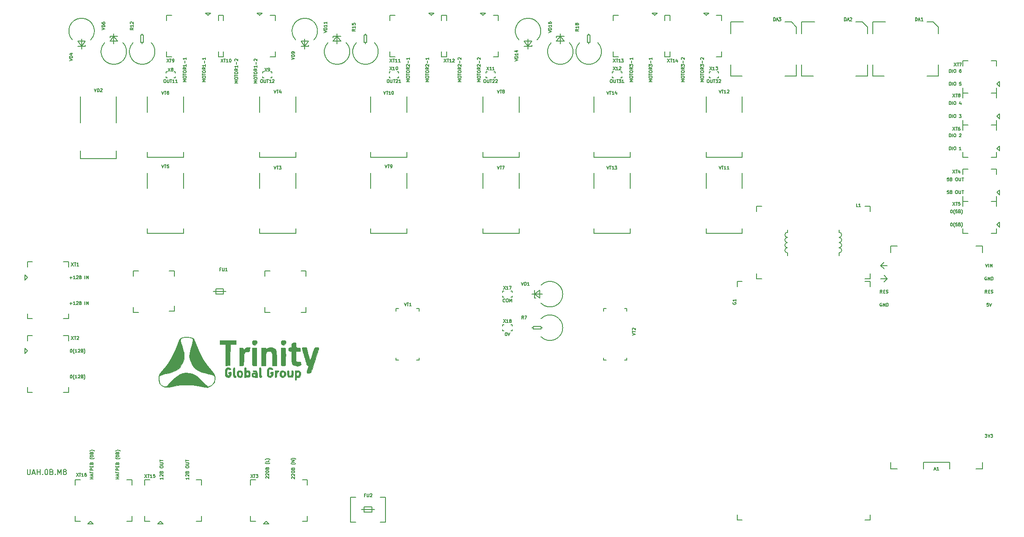
<source format=gbr>
G04 #@! TF.GenerationSoftware,KiCad,Pcbnew,(5.1.4)-1*
G04 #@! TF.CreationDate,2020-08-16T22:28:13+03:00*
G04 #@! TF.ProjectId,UAH_0,5541485f-302e-46b6-9963-61645f706362,rev?*
G04 #@! TF.SameCoordinates,Original*
G04 #@! TF.FileFunction,Legend,Top*
G04 #@! TF.FilePolarity,Positive*
%FSLAX46Y46*%
G04 Gerber Fmt 4.6, Leading zero omitted, Abs format (unit mm)*
G04 Created by KiCad (PCBNEW (5.1.4)-1) date 2020-08-16 22:28:13*
%MOMM*%
%LPD*%
G04 APERTURE LIST*
%ADD10C,0.150000*%
%ADD11C,0.200000*%
%ADD12C,0.010000*%
G04 APERTURE END LIST*
D10*
X183078571Y-63421428D02*
X183192857Y-63421428D01*
X183250000Y-63450000D01*
X183307142Y-63507142D01*
X183335714Y-63621428D01*
X183335714Y-63821428D01*
X183307142Y-63935714D01*
X183250000Y-63992857D01*
X183192857Y-64021428D01*
X183078571Y-64021428D01*
X183021428Y-63992857D01*
X182964285Y-63935714D01*
X182935714Y-63821428D01*
X182935714Y-63621428D01*
X182964285Y-63507142D01*
X183021428Y-63450000D01*
X183078571Y-63421428D01*
X183592857Y-63421428D02*
X183592857Y-63907142D01*
X183621428Y-63964285D01*
X183650000Y-63992857D01*
X183707142Y-64021428D01*
X183821428Y-64021428D01*
X183878571Y-63992857D01*
X183907142Y-63964285D01*
X183935714Y-63907142D01*
X183935714Y-63421428D01*
X184135714Y-63421428D02*
X184478571Y-63421428D01*
X184307142Y-64021428D02*
X184307142Y-63421428D01*
X184621428Y-63421428D02*
X184992857Y-63421428D01*
X184792857Y-63650000D01*
X184878571Y-63650000D01*
X184935714Y-63678571D01*
X184964285Y-63707142D01*
X184992857Y-63764285D01*
X184992857Y-63907142D01*
X184964285Y-63964285D01*
X184935714Y-63992857D01*
X184878571Y-64021428D01*
X184707142Y-64021428D01*
X184650000Y-63992857D01*
X184621428Y-63964285D01*
X185221428Y-63478571D02*
X185250000Y-63450000D01*
X185307142Y-63421428D01*
X185450000Y-63421428D01*
X185507142Y-63450000D01*
X185535714Y-63478571D01*
X185564285Y-63535714D01*
X185564285Y-63592857D01*
X185535714Y-63678571D01*
X185192857Y-64021428D01*
X185564285Y-64021428D01*
X164328571Y-63421428D02*
X164442857Y-63421428D01*
X164500000Y-63450000D01*
X164557142Y-63507142D01*
X164585714Y-63621428D01*
X164585714Y-63821428D01*
X164557142Y-63935714D01*
X164500000Y-63992857D01*
X164442857Y-64021428D01*
X164328571Y-64021428D01*
X164271428Y-63992857D01*
X164214285Y-63935714D01*
X164185714Y-63821428D01*
X164185714Y-63621428D01*
X164214285Y-63507142D01*
X164271428Y-63450000D01*
X164328571Y-63421428D01*
X164842857Y-63421428D02*
X164842857Y-63907142D01*
X164871428Y-63964285D01*
X164900000Y-63992857D01*
X164957142Y-64021428D01*
X165071428Y-64021428D01*
X165128571Y-63992857D01*
X165157142Y-63964285D01*
X165185714Y-63907142D01*
X165185714Y-63421428D01*
X165385714Y-63421428D02*
X165728571Y-63421428D01*
X165557142Y-64021428D02*
X165557142Y-63421428D01*
X165871428Y-63421428D02*
X166242857Y-63421428D01*
X166042857Y-63650000D01*
X166128571Y-63650000D01*
X166185714Y-63678571D01*
X166214285Y-63707142D01*
X166242857Y-63764285D01*
X166242857Y-63907142D01*
X166214285Y-63964285D01*
X166185714Y-63992857D01*
X166128571Y-64021428D01*
X165957142Y-64021428D01*
X165900000Y-63992857D01*
X165871428Y-63964285D01*
X166814285Y-64021428D02*
X166471428Y-64021428D01*
X166642857Y-64021428D02*
X166642857Y-63421428D01*
X166585714Y-63507142D01*
X166528571Y-63564285D01*
X166471428Y-63592857D01*
X139828571Y-63421428D02*
X139942857Y-63421428D01*
X140000000Y-63450000D01*
X140057142Y-63507142D01*
X140085714Y-63621428D01*
X140085714Y-63821428D01*
X140057142Y-63935714D01*
X140000000Y-63992857D01*
X139942857Y-64021428D01*
X139828571Y-64021428D01*
X139771428Y-63992857D01*
X139714285Y-63935714D01*
X139685714Y-63821428D01*
X139685714Y-63621428D01*
X139714285Y-63507142D01*
X139771428Y-63450000D01*
X139828571Y-63421428D01*
X140342857Y-63421428D02*
X140342857Y-63907142D01*
X140371428Y-63964285D01*
X140400000Y-63992857D01*
X140457142Y-64021428D01*
X140571428Y-64021428D01*
X140628571Y-63992857D01*
X140657142Y-63964285D01*
X140685714Y-63907142D01*
X140685714Y-63421428D01*
X140885714Y-63421428D02*
X141228571Y-63421428D01*
X141057142Y-64021428D02*
X141057142Y-63421428D01*
X141400000Y-63478571D02*
X141428571Y-63450000D01*
X141485714Y-63421428D01*
X141628571Y-63421428D01*
X141685714Y-63450000D01*
X141714285Y-63478571D01*
X141742857Y-63535714D01*
X141742857Y-63592857D01*
X141714285Y-63678571D01*
X141371428Y-64021428D01*
X141742857Y-64021428D01*
X141971428Y-63478571D02*
X142000000Y-63450000D01*
X142057142Y-63421428D01*
X142200000Y-63421428D01*
X142257142Y-63450000D01*
X142285714Y-63478571D01*
X142314285Y-63535714D01*
X142314285Y-63592857D01*
X142285714Y-63678571D01*
X141942857Y-64021428D01*
X142314285Y-64021428D01*
X121078571Y-63421428D02*
X121192857Y-63421428D01*
X121250000Y-63450000D01*
X121307142Y-63507142D01*
X121335714Y-63621428D01*
X121335714Y-63821428D01*
X121307142Y-63935714D01*
X121250000Y-63992857D01*
X121192857Y-64021428D01*
X121078571Y-64021428D01*
X121021428Y-63992857D01*
X120964285Y-63935714D01*
X120935714Y-63821428D01*
X120935714Y-63621428D01*
X120964285Y-63507142D01*
X121021428Y-63450000D01*
X121078571Y-63421428D01*
X121592857Y-63421428D02*
X121592857Y-63907142D01*
X121621428Y-63964285D01*
X121650000Y-63992857D01*
X121707142Y-64021428D01*
X121821428Y-64021428D01*
X121878571Y-63992857D01*
X121907142Y-63964285D01*
X121935714Y-63907142D01*
X121935714Y-63421428D01*
X122135714Y-63421428D02*
X122478571Y-63421428D01*
X122307142Y-64021428D02*
X122307142Y-63421428D01*
X122650000Y-63478571D02*
X122678571Y-63450000D01*
X122735714Y-63421428D01*
X122878571Y-63421428D01*
X122935714Y-63450000D01*
X122964285Y-63478571D01*
X122992857Y-63535714D01*
X122992857Y-63592857D01*
X122964285Y-63678571D01*
X122621428Y-64021428D01*
X122992857Y-64021428D01*
X123564285Y-64021428D02*
X123221428Y-64021428D01*
X123392857Y-64021428D02*
X123392857Y-63421428D01*
X123335714Y-63507142D01*
X123278571Y-63564285D01*
X123221428Y-63592857D01*
X96578571Y-63421428D02*
X96692857Y-63421428D01*
X96750000Y-63450000D01*
X96807142Y-63507142D01*
X96835714Y-63621428D01*
X96835714Y-63821428D01*
X96807142Y-63935714D01*
X96750000Y-63992857D01*
X96692857Y-64021428D01*
X96578571Y-64021428D01*
X96521428Y-63992857D01*
X96464285Y-63935714D01*
X96435714Y-63821428D01*
X96435714Y-63621428D01*
X96464285Y-63507142D01*
X96521428Y-63450000D01*
X96578571Y-63421428D01*
X97092857Y-63421428D02*
X97092857Y-63907142D01*
X97121428Y-63964285D01*
X97150000Y-63992857D01*
X97207142Y-64021428D01*
X97321428Y-64021428D01*
X97378571Y-63992857D01*
X97407142Y-63964285D01*
X97435714Y-63907142D01*
X97435714Y-63421428D01*
X97635714Y-63421428D02*
X97978571Y-63421428D01*
X97807142Y-64021428D02*
X97807142Y-63421428D01*
X98492857Y-64021428D02*
X98150000Y-64021428D01*
X98321428Y-64021428D02*
X98321428Y-63421428D01*
X98264285Y-63507142D01*
X98207142Y-63564285D01*
X98150000Y-63592857D01*
X98721428Y-63478571D02*
X98750000Y-63450000D01*
X98807142Y-63421428D01*
X98950000Y-63421428D01*
X99007142Y-63450000D01*
X99035714Y-63478571D01*
X99064285Y-63535714D01*
X99064285Y-63592857D01*
X99035714Y-63678571D01*
X98692857Y-64021428D01*
X99064285Y-64021428D01*
X77828571Y-63421428D02*
X77942857Y-63421428D01*
X78000000Y-63450000D01*
X78057142Y-63507142D01*
X78085714Y-63621428D01*
X78085714Y-63821428D01*
X78057142Y-63935714D01*
X78000000Y-63992857D01*
X77942857Y-64021428D01*
X77828571Y-64021428D01*
X77771428Y-63992857D01*
X77714285Y-63935714D01*
X77685714Y-63821428D01*
X77685714Y-63621428D01*
X77714285Y-63507142D01*
X77771428Y-63450000D01*
X77828571Y-63421428D01*
X78342857Y-63421428D02*
X78342857Y-63907142D01*
X78371428Y-63964285D01*
X78400000Y-63992857D01*
X78457142Y-64021428D01*
X78571428Y-64021428D01*
X78628571Y-63992857D01*
X78657142Y-63964285D01*
X78685714Y-63907142D01*
X78685714Y-63421428D01*
X78885714Y-63421428D02*
X79228571Y-63421428D01*
X79057142Y-64021428D02*
X79057142Y-63421428D01*
X79742857Y-64021428D02*
X79400000Y-64021428D01*
X79571428Y-64021428D02*
X79571428Y-63421428D01*
X79514285Y-63507142D01*
X79457142Y-63564285D01*
X79400000Y-63592857D01*
X80314285Y-64021428D02*
X79971428Y-64021428D01*
X80142857Y-64021428D02*
X80142857Y-63421428D01*
X80085714Y-63507142D01*
X80028571Y-63564285D01*
X79971428Y-63592857D01*
X143778571Y-106464285D02*
X143750000Y-106492857D01*
X143664285Y-106521428D01*
X143607142Y-106521428D01*
X143521428Y-106492857D01*
X143464285Y-106435714D01*
X143435714Y-106378571D01*
X143407142Y-106264285D01*
X143407142Y-106178571D01*
X143435714Y-106064285D01*
X143464285Y-106007142D01*
X143521428Y-105950000D01*
X143607142Y-105921428D01*
X143664285Y-105921428D01*
X143750000Y-105950000D01*
X143778571Y-105978571D01*
X144150000Y-105921428D02*
X144264285Y-105921428D01*
X144321428Y-105950000D01*
X144378571Y-106007142D01*
X144407142Y-106121428D01*
X144407142Y-106321428D01*
X144378571Y-106435714D01*
X144321428Y-106492857D01*
X144264285Y-106521428D01*
X144150000Y-106521428D01*
X144092857Y-106492857D01*
X144035714Y-106435714D01*
X144007142Y-106321428D01*
X144007142Y-106121428D01*
X144035714Y-106007142D01*
X144092857Y-105950000D01*
X144150000Y-105921428D01*
X144664285Y-106521428D02*
X144664285Y-105921428D01*
X144864285Y-106350000D01*
X145064285Y-105921428D01*
X145064285Y-106521428D01*
X143964285Y-112421428D02*
X144021428Y-112421428D01*
X144078571Y-112450000D01*
X144107142Y-112478571D01*
X144135714Y-112535714D01*
X144164285Y-112650000D01*
X144164285Y-112792857D01*
X144135714Y-112907142D01*
X144107142Y-112964285D01*
X144078571Y-112992857D01*
X144021428Y-113021428D01*
X143964285Y-113021428D01*
X143907142Y-112992857D01*
X143878571Y-112964285D01*
X143850000Y-112907142D01*
X143821428Y-112792857D01*
X143821428Y-112650000D01*
X143850000Y-112535714D01*
X143878571Y-112478571D01*
X143907142Y-112450000D01*
X143964285Y-112421428D01*
X144335714Y-112421428D02*
X144535714Y-113021428D01*
X144735714Y-112421428D01*
X230235714Y-91171428D02*
X230292857Y-91171428D01*
X230350000Y-91200000D01*
X230378571Y-91228571D01*
X230407142Y-91285714D01*
X230435714Y-91400000D01*
X230435714Y-91542857D01*
X230407142Y-91657142D01*
X230378571Y-91714285D01*
X230350000Y-91742857D01*
X230292857Y-91771428D01*
X230235714Y-91771428D01*
X230178571Y-91742857D01*
X230150000Y-91714285D01*
X230121428Y-91657142D01*
X230092857Y-91542857D01*
X230092857Y-91400000D01*
X230121428Y-91285714D01*
X230150000Y-91228571D01*
X230178571Y-91200000D01*
X230235714Y-91171428D01*
X230864285Y-92000000D02*
X230835714Y-91971428D01*
X230778571Y-91885714D01*
X230750000Y-91828571D01*
X230721428Y-91742857D01*
X230692857Y-91600000D01*
X230692857Y-91485714D01*
X230721428Y-91342857D01*
X230750000Y-91257142D01*
X230778571Y-91200000D01*
X230835714Y-91114285D01*
X230864285Y-91085714D01*
X231378571Y-91171428D02*
X231092857Y-91171428D01*
X231064285Y-91457142D01*
X231092857Y-91428571D01*
X231150000Y-91400000D01*
X231292857Y-91400000D01*
X231350000Y-91428571D01*
X231378571Y-91457142D01*
X231407142Y-91514285D01*
X231407142Y-91657142D01*
X231378571Y-91714285D01*
X231350000Y-91742857D01*
X231292857Y-91771428D01*
X231150000Y-91771428D01*
X231092857Y-91742857D01*
X231064285Y-91714285D01*
X231864285Y-91457142D02*
X231950000Y-91485714D01*
X231978571Y-91514285D01*
X232007142Y-91571428D01*
X232007142Y-91657142D01*
X231978571Y-91714285D01*
X231950000Y-91742857D01*
X231892857Y-91771428D01*
X231664285Y-91771428D01*
X231664285Y-91171428D01*
X231864285Y-91171428D01*
X231921428Y-91200000D01*
X231950000Y-91228571D01*
X231978571Y-91285714D01*
X231978571Y-91342857D01*
X231950000Y-91400000D01*
X231921428Y-91428571D01*
X231864285Y-91457142D01*
X231664285Y-91457142D01*
X232207142Y-92000000D02*
X232235714Y-91971428D01*
X232292857Y-91885714D01*
X232321428Y-91828571D01*
X232350000Y-91742857D01*
X232378571Y-91600000D01*
X232378571Y-91485714D01*
X232350000Y-91342857D01*
X232321428Y-91257142D01*
X232292857Y-91200000D01*
X232235714Y-91114285D01*
X232207142Y-91085714D01*
X230235714Y-88671428D02*
X230292857Y-88671428D01*
X230350000Y-88700000D01*
X230378571Y-88728571D01*
X230407142Y-88785714D01*
X230435714Y-88900000D01*
X230435714Y-89042857D01*
X230407142Y-89157142D01*
X230378571Y-89214285D01*
X230350000Y-89242857D01*
X230292857Y-89271428D01*
X230235714Y-89271428D01*
X230178571Y-89242857D01*
X230150000Y-89214285D01*
X230121428Y-89157142D01*
X230092857Y-89042857D01*
X230092857Y-88900000D01*
X230121428Y-88785714D01*
X230150000Y-88728571D01*
X230178571Y-88700000D01*
X230235714Y-88671428D01*
X230864285Y-89500000D02*
X230835714Y-89471428D01*
X230778571Y-89385714D01*
X230750000Y-89328571D01*
X230721428Y-89242857D01*
X230692857Y-89100000D01*
X230692857Y-88985714D01*
X230721428Y-88842857D01*
X230750000Y-88757142D01*
X230778571Y-88700000D01*
X230835714Y-88614285D01*
X230864285Y-88585714D01*
X231378571Y-88671428D02*
X231092857Y-88671428D01*
X231064285Y-88957142D01*
X231092857Y-88928571D01*
X231150000Y-88900000D01*
X231292857Y-88900000D01*
X231350000Y-88928571D01*
X231378571Y-88957142D01*
X231407142Y-89014285D01*
X231407142Y-89157142D01*
X231378571Y-89214285D01*
X231350000Y-89242857D01*
X231292857Y-89271428D01*
X231150000Y-89271428D01*
X231092857Y-89242857D01*
X231064285Y-89214285D01*
X231864285Y-88957142D02*
X231950000Y-88985714D01*
X231978571Y-89014285D01*
X232007142Y-89071428D01*
X232007142Y-89157142D01*
X231978571Y-89214285D01*
X231950000Y-89242857D01*
X231892857Y-89271428D01*
X231664285Y-89271428D01*
X231664285Y-88671428D01*
X231864285Y-88671428D01*
X231921428Y-88700000D01*
X231950000Y-88728571D01*
X231978571Y-88785714D01*
X231978571Y-88842857D01*
X231950000Y-88900000D01*
X231921428Y-88928571D01*
X231864285Y-88957142D01*
X231664285Y-88957142D01*
X232207142Y-89500000D02*
X232235714Y-89471428D01*
X232292857Y-89385714D01*
X232321428Y-89328571D01*
X232350000Y-89242857D01*
X232378571Y-89100000D01*
X232378571Y-88985714D01*
X232350000Y-88842857D01*
X232321428Y-88757142D01*
X232292857Y-88700000D01*
X232235714Y-88614285D01*
X232207142Y-88585714D01*
X229757142Y-84921428D02*
X229471428Y-84921428D01*
X229442857Y-85207142D01*
X229471428Y-85178571D01*
X229528571Y-85150000D01*
X229671428Y-85150000D01*
X229728571Y-85178571D01*
X229757142Y-85207142D01*
X229785714Y-85264285D01*
X229785714Y-85407142D01*
X229757142Y-85464285D01*
X229728571Y-85492857D01*
X229671428Y-85521428D01*
X229528571Y-85521428D01*
X229471428Y-85492857D01*
X229442857Y-85464285D01*
X230242857Y-85207142D02*
X230328571Y-85235714D01*
X230357142Y-85264285D01*
X230385714Y-85321428D01*
X230385714Y-85407142D01*
X230357142Y-85464285D01*
X230328571Y-85492857D01*
X230271428Y-85521428D01*
X230042857Y-85521428D01*
X230042857Y-84921428D01*
X230242857Y-84921428D01*
X230300000Y-84950000D01*
X230328571Y-84978571D01*
X230357142Y-85035714D01*
X230357142Y-85092857D01*
X230328571Y-85150000D01*
X230300000Y-85178571D01*
X230242857Y-85207142D01*
X230042857Y-85207142D01*
X231214285Y-84921428D02*
X231328571Y-84921428D01*
X231385714Y-84950000D01*
X231442857Y-85007142D01*
X231471428Y-85121428D01*
X231471428Y-85321428D01*
X231442857Y-85435714D01*
X231385714Y-85492857D01*
X231328571Y-85521428D01*
X231214285Y-85521428D01*
X231157142Y-85492857D01*
X231100000Y-85435714D01*
X231071428Y-85321428D01*
X231071428Y-85121428D01*
X231100000Y-85007142D01*
X231157142Y-84950000D01*
X231214285Y-84921428D01*
X231728571Y-84921428D02*
X231728571Y-85407142D01*
X231757142Y-85464285D01*
X231785714Y-85492857D01*
X231842857Y-85521428D01*
X231957142Y-85521428D01*
X232014285Y-85492857D01*
X232042857Y-85464285D01*
X232071428Y-85407142D01*
X232071428Y-84921428D01*
X232271428Y-84921428D02*
X232614285Y-84921428D01*
X232442857Y-85521428D02*
X232442857Y-84921428D01*
X229757142Y-82421428D02*
X229471428Y-82421428D01*
X229442857Y-82707142D01*
X229471428Y-82678571D01*
X229528571Y-82650000D01*
X229671428Y-82650000D01*
X229728571Y-82678571D01*
X229757142Y-82707142D01*
X229785714Y-82764285D01*
X229785714Y-82907142D01*
X229757142Y-82964285D01*
X229728571Y-82992857D01*
X229671428Y-83021428D01*
X229528571Y-83021428D01*
X229471428Y-82992857D01*
X229442857Y-82964285D01*
X230242857Y-82707142D02*
X230328571Y-82735714D01*
X230357142Y-82764285D01*
X230385714Y-82821428D01*
X230385714Y-82907142D01*
X230357142Y-82964285D01*
X230328571Y-82992857D01*
X230271428Y-83021428D01*
X230042857Y-83021428D01*
X230042857Y-82421428D01*
X230242857Y-82421428D01*
X230300000Y-82450000D01*
X230328571Y-82478571D01*
X230357142Y-82535714D01*
X230357142Y-82592857D01*
X230328571Y-82650000D01*
X230300000Y-82678571D01*
X230242857Y-82707142D01*
X230042857Y-82707142D01*
X231214285Y-82421428D02*
X231328571Y-82421428D01*
X231385714Y-82450000D01*
X231442857Y-82507142D01*
X231471428Y-82621428D01*
X231471428Y-82821428D01*
X231442857Y-82935714D01*
X231385714Y-82992857D01*
X231328571Y-83021428D01*
X231214285Y-83021428D01*
X231157142Y-82992857D01*
X231100000Y-82935714D01*
X231071428Y-82821428D01*
X231071428Y-82621428D01*
X231100000Y-82507142D01*
X231157142Y-82450000D01*
X231214285Y-82421428D01*
X231728571Y-82421428D02*
X231728571Y-82907142D01*
X231757142Y-82964285D01*
X231785714Y-82992857D01*
X231842857Y-83021428D01*
X231957142Y-83021428D01*
X232014285Y-82992857D01*
X232042857Y-82964285D01*
X232071428Y-82907142D01*
X232071428Y-82421428D01*
X232271428Y-82421428D02*
X232614285Y-82421428D01*
X232442857Y-83021428D02*
X232442857Y-82421428D01*
X229871428Y-62021428D02*
X229871428Y-61421428D01*
X230014285Y-61421428D01*
X230100000Y-61450000D01*
X230157142Y-61507142D01*
X230185714Y-61564285D01*
X230214285Y-61678571D01*
X230214285Y-61764285D01*
X230185714Y-61878571D01*
X230157142Y-61935714D01*
X230100000Y-61992857D01*
X230014285Y-62021428D01*
X229871428Y-62021428D01*
X230471428Y-62021428D02*
X230471428Y-61421428D01*
X230871428Y-61421428D02*
X230985714Y-61421428D01*
X231042857Y-61450000D01*
X231100000Y-61507142D01*
X231128571Y-61621428D01*
X231128571Y-61821428D01*
X231100000Y-61935714D01*
X231042857Y-61992857D01*
X230985714Y-62021428D01*
X230871428Y-62021428D01*
X230814285Y-61992857D01*
X230757142Y-61935714D01*
X230728571Y-61821428D01*
X230728571Y-61621428D01*
X230757142Y-61507142D01*
X230814285Y-61450000D01*
X230871428Y-61421428D01*
X232100000Y-61421428D02*
X231985714Y-61421428D01*
X231928571Y-61450000D01*
X231900000Y-61478571D01*
X231842857Y-61564285D01*
X231814285Y-61678571D01*
X231814285Y-61907142D01*
X231842857Y-61964285D01*
X231871428Y-61992857D01*
X231928571Y-62021428D01*
X232042857Y-62021428D01*
X232100000Y-61992857D01*
X232128571Y-61964285D01*
X232157142Y-61907142D01*
X232157142Y-61764285D01*
X232128571Y-61707142D01*
X232100000Y-61678571D01*
X232042857Y-61650000D01*
X231928571Y-61650000D01*
X231871428Y-61678571D01*
X231842857Y-61707142D01*
X231814285Y-61764285D01*
X229871428Y-64521428D02*
X229871428Y-63921428D01*
X230014285Y-63921428D01*
X230100000Y-63950000D01*
X230157142Y-64007142D01*
X230185714Y-64064285D01*
X230214285Y-64178571D01*
X230214285Y-64264285D01*
X230185714Y-64378571D01*
X230157142Y-64435714D01*
X230100000Y-64492857D01*
X230014285Y-64521428D01*
X229871428Y-64521428D01*
X230471428Y-64521428D02*
X230471428Y-63921428D01*
X230871428Y-63921428D02*
X230985714Y-63921428D01*
X231042857Y-63950000D01*
X231100000Y-64007142D01*
X231128571Y-64121428D01*
X231128571Y-64321428D01*
X231100000Y-64435714D01*
X231042857Y-64492857D01*
X230985714Y-64521428D01*
X230871428Y-64521428D01*
X230814285Y-64492857D01*
X230757142Y-64435714D01*
X230728571Y-64321428D01*
X230728571Y-64121428D01*
X230757142Y-64007142D01*
X230814285Y-63950000D01*
X230871428Y-63921428D01*
X232128571Y-63921428D02*
X231842857Y-63921428D01*
X231814285Y-64207142D01*
X231842857Y-64178571D01*
X231900000Y-64150000D01*
X232042857Y-64150000D01*
X232100000Y-64178571D01*
X232128571Y-64207142D01*
X232157142Y-64264285D01*
X232157142Y-64407142D01*
X232128571Y-64464285D01*
X232100000Y-64492857D01*
X232042857Y-64521428D01*
X231900000Y-64521428D01*
X231842857Y-64492857D01*
X231814285Y-64464285D01*
X229871428Y-68271428D02*
X229871428Y-67671428D01*
X230014285Y-67671428D01*
X230100000Y-67700000D01*
X230157142Y-67757142D01*
X230185714Y-67814285D01*
X230214285Y-67928571D01*
X230214285Y-68014285D01*
X230185714Y-68128571D01*
X230157142Y-68185714D01*
X230100000Y-68242857D01*
X230014285Y-68271428D01*
X229871428Y-68271428D01*
X230471428Y-68271428D02*
X230471428Y-67671428D01*
X230871428Y-67671428D02*
X230985714Y-67671428D01*
X231042857Y-67700000D01*
X231100000Y-67757142D01*
X231128571Y-67871428D01*
X231128571Y-68071428D01*
X231100000Y-68185714D01*
X231042857Y-68242857D01*
X230985714Y-68271428D01*
X230871428Y-68271428D01*
X230814285Y-68242857D01*
X230757142Y-68185714D01*
X230728571Y-68071428D01*
X230728571Y-67871428D01*
X230757142Y-67757142D01*
X230814285Y-67700000D01*
X230871428Y-67671428D01*
X232100000Y-67871428D02*
X232100000Y-68271428D01*
X231957142Y-67642857D02*
X231814285Y-68071428D01*
X232185714Y-68071428D01*
X229871428Y-70771428D02*
X229871428Y-70171428D01*
X230014285Y-70171428D01*
X230100000Y-70200000D01*
X230157142Y-70257142D01*
X230185714Y-70314285D01*
X230214285Y-70428571D01*
X230214285Y-70514285D01*
X230185714Y-70628571D01*
X230157142Y-70685714D01*
X230100000Y-70742857D01*
X230014285Y-70771428D01*
X229871428Y-70771428D01*
X230471428Y-70771428D02*
X230471428Y-70171428D01*
X230871428Y-70171428D02*
X230985714Y-70171428D01*
X231042857Y-70200000D01*
X231100000Y-70257142D01*
X231128571Y-70371428D01*
X231128571Y-70571428D01*
X231100000Y-70685714D01*
X231042857Y-70742857D01*
X230985714Y-70771428D01*
X230871428Y-70771428D01*
X230814285Y-70742857D01*
X230757142Y-70685714D01*
X230728571Y-70571428D01*
X230728571Y-70371428D01*
X230757142Y-70257142D01*
X230814285Y-70200000D01*
X230871428Y-70171428D01*
X231785714Y-70171428D02*
X232157142Y-70171428D01*
X231957142Y-70400000D01*
X232042857Y-70400000D01*
X232100000Y-70428571D01*
X232128571Y-70457142D01*
X232157142Y-70514285D01*
X232157142Y-70657142D01*
X232128571Y-70714285D01*
X232100000Y-70742857D01*
X232042857Y-70771428D01*
X231871428Y-70771428D01*
X231814285Y-70742857D01*
X231785714Y-70714285D01*
X229871428Y-74521428D02*
X229871428Y-73921428D01*
X230014285Y-73921428D01*
X230100000Y-73950000D01*
X230157142Y-74007142D01*
X230185714Y-74064285D01*
X230214285Y-74178571D01*
X230214285Y-74264285D01*
X230185714Y-74378571D01*
X230157142Y-74435714D01*
X230100000Y-74492857D01*
X230014285Y-74521428D01*
X229871428Y-74521428D01*
X230471428Y-74521428D02*
X230471428Y-73921428D01*
X230871428Y-73921428D02*
X230985714Y-73921428D01*
X231042857Y-73950000D01*
X231100000Y-74007142D01*
X231128571Y-74121428D01*
X231128571Y-74321428D01*
X231100000Y-74435714D01*
X231042857Y-74492857D01*
X230985714Y-74521428D01*
X230871428Y-74521428D01*
X230814285Y-74492857D01*
X230757142Y-74435714D01*
X230728571Y-74321428D01*
X230728571Y-74121428D01*
X230757142Y-74007142D01*
X230814285Y-73950000D01*
X230871428Y-73921428D01*
X231814285Y-73978571D02*
X231842857Y-73950000D01*
X231900000Y-73921428D01*
X232042857Y-73921428D01*
X232100000Y-73950000D01*
X232128571Y-73978571D01*
X232157142Y-74035714D01*
X232157142Y-74092857D01*
X232128571Y-74178571D01*
X231785714Y-74521428D01*
X232157142Y-74521428D01*
X229871428Y-77021428D02*
X229871428Y-76421428D01*
X230014285Y-76421428D01*
X230100000Y-76450000D01*
X230157142Y-76507142D01*
X230185714Y-76564285D01*
X230214285Y-76678571D01*
X230214285Y-76764285D01*
X230185714Y-76878571D01*
X230157142Y-76935714D01*
X230100000Y-76992857D01*
X230014285Y-77021428D01*
X229871428Y-77021428D01*
X230471428Y-77021428D02*
X230471428Y-76421428D01*
X230871428Y-76421428D02*
X230985714Y-76421428D01*
X231042857Y-76450000D01*
X231100000Y-76507142D01*
X231128571Y-76621428D01*
X231128571Y-76821428D01*
X231100000Y-76935714D01*
X231042857Y-76992857D01*
X230985714Y-77021428D01*
X230871428Y-77021428D01*
X230814285Y-76992857D01*
X230757142Y-76935714D01*
X230728571Y-76821428D01*
X230728571Y-76621428D01*
X230757142Y-76507142D01*
X230814285Y-76450000D01*
X230871428Y-76421428D01*
X232157142Y-77021428D02*
X231814285Y-77021428D01*
X231985714Y-77021428D02*
X231985714Y-76421428D01*
X231928571Y-76507142D01*
X231871428Y-76564285D01*
X231814285Y-76592857D01*
X182271428Y-63800000D02*
X181671428Y-63800000D01*
X182100000Y-63600000D01*
X181671428Y-63400000D01*
X182271428Y-63400000D01*
X181671428Y-63000000D02*
X181671428Y-62885714D01*
X181700000Y-62828571D01*
X181757142Y-62771428D01*
X181871428Y-62742857D01*
X182071428Y-62742857D01*
X182185714Y-62771428D01*
X182242857Y-62828571D01*
X182271428Y-62885714D01*
X182271428Y-63000000D01*
X182242857Y-63057142D01*
X182185714Y-63114285D01*
X182071428Y-63142857D01*
X181871428Y-63142857D01*
X181757142Y-63114285D01*
X181700000Y-63057142D01*
X181671428Y-63000000D01*
X181671428Y-62571428D02*
X181671428Y-62228571D01*
X182271428Y-62400000D02*
X181671428Y-62400000D01*
X181671428Y-61914285D02*
X181671428Y-61800000D01*
X181700000Y-61742857D01*
X181757142Y-61685714D01*
X181871428Y-61657142D01*
X182071428Y-61657142D01*
X182185714Y-61685714D01*
X182242857Y-61742857D01*
X182271428Y-61800000D01*
X182271428Y-61914285D01*
X182242857Y-61971428D01*
X182185714Y-62028571D01*
X182071428Y-62057142D01*
X181871428Y-62057142D01*
X181757142Y-62028571D01*
X181700000Y-61971428D01*
X181671428Y-61914285D01*
X182271428Y-61057142D02*
X181985714Y-61257142D01*
X182271428Y-61400000D02*
X181671428Y-61400000D01*
X181671428Y-61171428D01*
X181700000Y-61114285D01*
X181728571Y-61085714D01*
X181785714Y-61057142D01*
X181871428Y-61057142D01*
X181928571Y-61085714D01*
X181957142Y-61114285D01*
X181985714Y-61171428D01*
X181985714Y-61400000D01*
X181671428Y-60857142D02*
X181671428Y-60485714D01*
X181900000Y-60685714D01*
X181900000Y-60600000D01*
X181928571Y-60542857D01*
X181957142Y-60514285D01*
X182014285Y-60485714D01*
X182157142Y-60485714D01*
X182214285Y-60514285D01*
X182242857Y-60542857D01*
X182271428Y-60600000D01*
X182271428Y-60771428D01*
X182242857Y-60828571D01*
X182214285Y-60857142D01*
X182042857Y-60228571D02*
X182042857Y-59771428D01*
X181728571Y-59514285D02*
X181700000Y-59485714D01*
X181671428Y-59428571D01*
X181671428Y-59285714D01*
X181700000Y-59228571D01*
X181728571Y-59200000D01*
X181785714Y-59171428D01*
X181842857Y-59171428D01*
X181928571Y-59200000D01*
X182271428Y-59542857D01*
X182271428Y-59171428D01*
X178521428Y-63800000D02*
X177921428Y-63800000D01*
X178350000Y-63600000D01*
X177921428Y-63400000D01*
X178521428Y-63400000D01*
X177921428Y-63000000D02*
X177921428Y-62885714D01*
X177950000Y-62828571D01*
X178007142Y-62771428D01*
X178121428Y-62742857D01*
X178321428Y-62742857D01*
X178435714Y-62771428D01*
X178492857Y-62828571D01*
X178521428Y-62885714D01*
X178521428Y-63000000D01*
X178492857Y-63057142D01*
X178435714Y-63114285D01*
X178321428Y-63142857D01*
X178121428Y-63142857D01*
X178007142Y-63114285D01*
X177950000Y-63057142D01*
X177921428Y-63000000D01*
X177921428Y-62571428D02*
X177921428Y-62228571D01*
X178521428Y-62400000D02*
X177921428Y-62400000D01*
X177921428Y-61914285D02*
X177921428Y-61800000D01*
X177950000Y-61742857D01*
X178007142Y-61685714D01*
X178121428Y-61657142D01*
X178321428Y-61657142D01*
X178435714Y-61685714D01*
X178492857Y-61742857D01*
X178521428Y-61800000D01*
X178521428Y-61914285D01*
X178492857Y-61971428D01*
X178435714Y-62028571D01*
X178321428Y-62057142D01*
X178121428Y-62057142D01*
X178007142Y-62028571D01*
X177950000Y-61971428D01*
X177921428Y-61914285D01*
X178521428Y-61057142D02*
X178235714Y-61257142D01*
X178521428Y-61400000D02*
X177921428Y-61400000D01*
X177921428Y-61171428D01*
X177950000Y-61114285D01*
X177978571Y-61085714D01*
X178035714Y-61057142D01*
X178121428Y-61057142D01*
X178178571Y-61085714D01*
X178207142Y-61114285D01*
X178235714Y-61171428D01*
X178235714Y-61400000D01*
X177921428Y-60857142D02*
X177921428Y-60485714D01*
X178150000Y-60685714D01*
X178150000Y-60600000D01*
X178178571Y-60542857D01*
X178207142Y-60514285D01*
X178264285Y-60485714D01*
X178407142Y-60485714D01*
X178464285Y-60514285D01*
X178492857Y-60542857D01*
X178521428Y-60600000D01*
X178521428Y-60771428D01*
X178492857Y-60828571D01*
X178464285Y-60857142D01*
X178292857Y-60228571D02*
X178292857Y-59771428D01*
X177978571Y-59514285D02*
X177950000Y-59485714D01*
X177921428Y-59428571D01*
X177921428Y-59285714D01*
X177950000Y-59228571D01*
X177978571Y-59200000D01*
X178035714Y-59171428D01*
X178092857Y-59171428D01*
X178178571Y-59200000D01*
X178521428Y-59542857D01*
X178521428Y-59171428D01*
X172271428Y-63800000D02*
X171671428Y-63800000D01*
X172100000Y-63600000D01*
X171671428Y-63400000D01*
X172271428Y-63400000D01*
X171671428Y-63000000D02*
X171671428Y-62885714D01*
X171700000Y-62828571D01*
X171757142Y-62771428D01*
X171871428Y-62742857D01*
X172071428Y-62742857D01*
X172185714Y-62771428D01*
X172242857Y-62828571D01*
X172271428Y-62885714D01*
X172271428Y-63000000D01*
X172242857Y-63057142D01*
X172185714Y-63114285D01*
X172071428Y-63142857D01*
X171871428Y-63142857D01*
X171757142Y-63114285D01*
X171700000Y-63057142D01*
X171671428Y-63000000D01*
X171671428Y-62571428D02*
X171671428Y-62228571D01*
X172271428Y-62400000D02*
X171671428Y-62400000D01*
X171671428Y-61914285D02*
X171671428Y-61800000D01*
X171700000Y-61742857D01*
X171757142Y-61685714D01*
X171871428Y-61657142D01*
X172071428Y-61657142D01*
X172185714Y-61685714D01*
X172242857Y-61742857D01*
X172271428Y-61800000D01*
X172271428Y-61914285D01*
X172242857Y-61971428D01*
X172185714Y-62028571D01*
X172071428Y-62057142D01*
X171871428Y-62057142D01*
X171757142Y-62028571D01*
X171700000Y-61971428D01*
X171671428Y-61914285D01*
X172271428Y-61057142D02*
X171985714Y-61257142D01*
X172271428Y-61400000D02*
X171671428Y-61400000D01*
X171671428Y-61171428D01*
X171700000Y-61114285D01*
X171728571Y-61085714D01*
X171785714Y-61057142D01*
X171871428Y-61057142D01*
X171928571Y-61085714D01*
X171957142Y-61114285D01*
X171985714Y-61171428D01*
X171985714Y-61400000D01*
X171671428Y-60857142D02*
X171671428Y-60485714D01*
X171900000Y-60685714D01*
X171900000Y-60600000D01*
X171928571Y-60542857D01*
X171957142Y-60514285D01*
X172014285Y-60485714D01*
X172157142Y-60485714D01*
X172214285Y-60514285D01*
X172242857Y-60542857D01*
X172271428Y-60600000D01*
X172271428Y-60771428D01*
X172242857Y-60828571D01*
X172214285Y-60857142D01*
X172042857Y-60228571D02*
X172042857Y-59771428D01*
X172271428Y-59171428D02*
X172271428Y-59514285D01*
X172271428Y-59342857D02*
X171671428Y-59342857D01*
X171757142Y-59400000D01*
X171814285Y-59457142D01*
X171842857Y-59514285D01*
X168521428Y-63800000D02*
X167921428Y-63800000D01*
X168350000Y-63600000D01*
X167921428Y-63400000D01*
X168521428Y-63400000D01*
X167921428Y-63000000D02*
X167921428Y-62885714D01*
X167950000Y-62828571D01*
X168007142Y-62771428D01*
X168121428Y-62742857D01*
X168321428Y-62742857D01*
X168435714Y-62771428D01*
X168492857Y-62828571D01*
X168521428Y-62885714D01*
X168521428Y-63000000D01*
X168492857Y-63057142D01*
X168435714Y-63114285D01*
X168321428Y-63142857D01*
X168121428Y-63142857D01*
X168007142Y-63114285D01*
X167950000Y-63057142D01*
X167921428Y-63000000D01*
X167921428Y-62571428D02*
X167921428Y-62228571D01*
X168521428Y-62400000D02*
X167921428Y-62400000D01*
X167921428Y-61914285D02*
X167921428Y-61800000D01*
X167950000Y-61742857D01*
X168007142Y-61685714D01*
X168121428Y-61657142D01*
X168321428Y-61657142D01*
X168435714Y-61685714D01*
X168492857Y-61742857D01*
X168521428Y-61800000D01*
X168521428Y-61914285D01*
X168492857Y-61971428D01*
X168435714Y-62028571D01*
X168321428Y-62057142D01*
X168121428Y-62057142D01*
X168007142Y-62028571D01*
X167950000Y-61971428D01*
X167921428Y-61914285D01*
X168521428Y-61057142D02*
X168235714Y-61257142D01*
X168521428Y-61400000D02*
X167921428Y-61400000D01*
X167921428Y-61171428D01*
X167950000Y-61114285D01*
X167978571Y-61085714D01*
X168035714Y-61057142D01*
X168121428Y-61057142D01*
X168178571Y-61085714D01*
X168207142Y-61114285D01*
X168235714Y-61171428D01*
X168235714Y-61400000D01*
X167921428Y-60857142D02*
X167921428Y-60485714D01*
X168150000Y-60685714D01*
X168150000Y-60600000D01*
X168178571Y-60542857D01*
X168207142Y-60514285D01*
X168264285Y-60485714D01*
X168407142Y-60485714D01*
X168464285Y-60514285D01*
X168492857Y-60542857D01*
X168521428Y-60600000D01*
X168521428Y-60771428D01*
X168492857Y-60828571D01*
X168464285Y-60857142D01*
X168292857Y-60228571D02*
X168292857Y-59771428D01*
X168521428Y-59171428D02*
X168521428Y-59514285D01*
X168521428Y-59342857D02*
X167921428Y-59342857D01*
X168007142Y-59400000D01*
X168064285Y-59457142D01*
X168092857Y-59514285D01*
X139021428Y-63800000D02*
X138421428Y-63800000D01*
X138850000Y-63600000D01*
X138421428Y-63400000D01*
X139021428Y-63400000D01*
X138421428Y-63000000D02*
X138421428Y-62885714D01*
X138450000Y-62828571D01*
X138507142Y-62771428D01*
X138621428Y-62742857D01*
X138821428Y-62742857D01*
X138935714Y-62771428D01*
X138992857Y-62828571D01*
X139021428Y-62885714D01*
X139021428Y-63000000D01*
X138992857Y-63057142D01*
X138935714Y-63114285D01*
X138821428Y-63142857D01*
X138621428Y-63142857D01*
X138507142Y-63114285D01*
X138450000Y-63057142D01*
X138421428Y-63000000D01*
X138421428Y-62571428D02*
X138421428Y-62228571D01*
X139021428Y-62400000D02*
X138421428Y-62400000D01*
X138421428Y-61914285D02*
X138421428Y-61800000D01*
X138450000Y-61742857D01*
X138507142Y-61685714D01*
X138621428Y-61657142D01*
X138821428Y-61657142D01*
X138935714Y-61685714D01*
X138992857Y-61742857D01*
X139021428Y-61800000D01*
X139021428Y-61914285D01*
X138992857Y-61971428D01*
X138935714Y-62028571D01*
X138821428Y-62057142D01*
X138621428Y-62057142D01*
X138507142Y-62028571D01*
X138450000Y-61971428D01*
X138421428Y-61914285D01*
X139021428Y-61057142D02*
X138735714Y-61257142D01*
X139021428Y-61400000D02*
X138421428Y-61400000D01*
X138421428Y-61171428D01*
X138450000Y-61114285D01*
X138478571Y-61085714D01*
X138535714Y-61057142D01*
X138621428Y-61057142D01*
X138678571Y-61085714D01*
X138707142Y-61114285D01*
X138735714Y-61171428D01*
X138735714Y-61400000D01*
X138478571Y-60828571D02*
X138450000Y-60800000D01*
X138421428Y-60742857D01*
X138421428Y-60600000D01*
X138450000Y-60542857D01*
X138478571Y-60514285D01*
X138535714Y-60485714D01*
X138592857Y-60485714D01*
X138678571Y-60514285D01*
X139021428Y-60857142D01*
X139021428Y-60485714D01*
X138792857Y-60228571D02*
X138792857Y-59771428D01*
X138478571Y-59514285D02*
X138450000Y-59485714D01*
X138421428Y-59428571D01*
X138421428Y-59285714D01*
X138450000Y-59228571D01*
X138478571Y-59200000D01*
X138535714Y-59171428D01*
X138592857Y-59171428D01*
X138678571Y-59200000D01*
X139021428Y-59542857D01*
X139021428Y-59171428D01*
X135271428Y-63800000D02*
X134671428Y-63800000D01*
X135100000Y-63600000D01*
X134671428Y-63400000D01*
X135271428Y-63400000D01*
X134671428Y-63000000D02*
X134671428Y-62885714D01*
X134700000Y-62828571D01*
X134757142Y-62771428D01*
X134871428Y-62742857D01*
X135071428Y-62742857D01*
X135185714Y-62771428D01*
X135242857Y-62828571D01*
X135271428Y-62885714D01*
X135271428Y-63000000D01*
X135242857Y-63057142D01*
X135185714Y-63114285D01*
X135071428Y-63142857D01*
X134871428Y-63142857D01*
X134757142Y-63114285D01*
X134700000Y-63057142D01*
X134671428Y-63000000D01*
X134671428Y-62571428D02*
X134671428Y-62228571D01*
X135271428Y-62400000D02*
X134671428Y-62400000D01*
X134671428Y-61914285D02*
X134671428Y-61800000D01*
X134700000Y-61742857D01*
X134757142Y-61685714D01*
X134871428Y-61657142D01*
X135071428Y-61657142D01*
X135185714Y-61685714D01*
X135242857Y-61742857D01*
X135271428Y-61800000D01*
X135271428Y-61914285D01*
X135242857Y-61971428D01*
X135185714Y-62028571D01*
X135071428Y-62057142D01*
X134871428Y-62057142D01*
X134757142Y-62028571D01*
X134700000Y-61971428D01*
X134671428Y-61914285D01*
X135271428Y-61057142D02*
X134985714Y-61257142D01*
X135271428Y-61400000D02*
X134671428Y-61400000D01*
X134671428Y-61171428D01*
X134700000Y-61114285D01*
X134728571Y-61085714D01*
X134785714Y-61057142D01*
X134871428Y-61057142D01*
X134928571Y-61085714D01*
X134957142Y-61114285D01*
X134985714Y-61171428D01*
X134985714Y-61400000D01*
X134728571Y-60828571D02*
X134700000Y-60800000D01*
X134671428Y-60742857D01*
X134671428Y-60600000D01*
X134700000Y-60542857D01*
X134728571Y-60514285D01*
X134785714Y-60485714D01*
X134842857Y-60485714D01*
X134928571Y-60514285D01*
X135271428Y-60857142D01*
X135271428Y-60485714D01*
X135042857Y-60228571D02*
X135042857Y-59771428D01*
X134728571Y-59514285D02*
X134700000Y-59485714D01*
X134671428Y-59428571D01*
X134671428Y-59285714D01*
X134700000Y-59228571D01*
X134728571Y-59200000D01*
X134785714Y-59171428D01*
X134842857Y-59171428D01*
X134928571Y-59200000D01*
X135271428Y-59542857D01*
X135271428Y-59171428D01*
X129021428Y-63800000D02*
X128421428Y-63800000D01*
X128850000Y-63600000D01*
X128421428Y-63400000D01*
X129021428Y-63400000D01*
X128421428Y-63000000D02*
X128421428Y-62885714D01*
X128450000Y-62828571D01*
X128507142Y-62771428D01*
X128621428Y-62742857D01*
X128821428Y-62742857D01*
X128935714Y-62771428D01*
X128992857Y-62828571D01*
X129021428Y-62885714D01*
X129021428Y-63000000D01*
X128992857Y-63057142D01*
X128935714Y-63114285D01*
X128821428Y-63142857D01*
X128621428Y-63142857D01*
X128507142Y-63114285D01*
X128450000Y-63057142D01*
X128421428Y-63000000D01*
X128421428Y-62571428D02*
X128421428Y-62228571D01*
X129021428Y-62400000D02*
X128421428Y-62400000D01*
X128421428Y-61914285D02*
X128421428Y-61800000D01*
X128450000Y-61742857D01*
X128507142Y-61685714D01*
X128621428Y-61657142D01*
X128821428Y-61657142D01*
X128935714Y-61685714D01*
X128992857Y-61742857D01*
X129021428Y-61800000D01*
X129021428Y-61914285D01*
X128992857Y-61971428D01*
X128935714Y-62028571D01*
X128821428Y-62057142D01*
X128621428Y-62057142D01*
X128507142Y-62028571D01*
X128450000Y-61971428D01*
X128421428Y-61914285D01*
X129021428Y-61057142D02*
X128735714Y-61257142D01*
X129021428Y-61400000D02*
X128421428Y-61400000D01*
X128421428Y-61171428D01*
X128450000Y-61114285D01*
X128478571Y-61085714D01*
X128535714Y-61057142D01*
X128621428Y-61057142D01*
X128678571Y-61085714D01*
X128707142Y-61114285D01*
X128735714Y-61171428D01*
X128735714Y-61400000D01*
X128478571Y-60828571D02*
X128450000Y-60800000D01*
X128421428Y-60742857D01*
X128421428Y-60600000D01*
X128450000Y-60542857D01*
X128478571Y-60514285D01*
X128535714Y-60485714D01*
X128592857Y-60485714D01*
X128678571Y-60514285D01*
X129021428Y-60857142D01*
X129021428Y-60485714D01*
X128792857Y-60228571D02*
X128792857Y-59771428D01*
X129021428Y-59171428D02*
X129021428Y-59514285D01*
X129021428Y-59342857D02*
X128421428Y-59342857D01*
X128507142Y-59400000D01*
X128564285Y-59457142D01*
X128592857Y-59514285D01*
X125271428Y-63800000D02*
X124671428Y-63800000D01*
X125100000Y-63600000D01*
X124671428Y-63400000D01*
X125271428Y-63400000D01*
X124671428Y-63000000D02*
X124671428Y-62885714D01*
X124700000Y-62828571D01*
X124757142Y-62771428D01*
X124871428Y-62742857D01*
X125071428Y-62742857D01*
X125185714Y-62771428D01*
X125242857Y-62828571D01*
X125271428Y-62885714D01*
X125271428Y-63000000D01*
X125242857Y-63057142D01*
X125185714Y-63114285D01*
X125071428Y-63142857D01*
X124871428Y-63142857D01*
X124757142Y-63114285D01*
X124700000Y-63057142D01*
X124671428Y-63000000D01*
X124671428Y-62571428D02*
X124671428Y-62228571D01*
X125271428Y-62400000D02*
X124671428Y-62400000D01*
X124671428Y-61914285D02*
X124671428Y-61800000D01*
X124700000Y-61742857D01*
X124757142Y-61685714D01*
X124871428Y-61657142D01*
X125071428Y-61657142D01*
X125185714Y-61685714D01*
X125242857Y-61742857D01*
X125271428Y-61800000D01*
X125271428Y-61914285D01*
X125242857Y-61971428D01*
X125185714Y-62028571D01*
X125071428Y-62057142D01*
X124871428Y-62057142D01*
X124757142Y-62028571D01*
X124700000Y-61971428D01*
X124671428Y-61914285D01*
X125271428Y-61057142D02*
X124985714Y-61257142D01*
X125271428Y-61400000D02*
X124671428Y-61400000D01*
X124671428Y-61171428D01*
X124700000Y-61114285D01*
X124728571Y-61085714D01*
X124785714Y-61057142D01*
X124871428Y-61057142D01*
X124928571Y-61085714D01*
X124957142Y-61114285D01*
X124985714Y-61171428D01*
X124985714Y-61400000D01*
X124728571Y-60828571D02*
X124700000Y-60800000D01*
X124671428Y-60742857D01*
X124671428Y-60600000D01*
X124700000Y-60542857D01*
X124728571Y-60514285D01*
X124785714Y-60485714D01*
X124842857Y-60485714D01*
X124928571Y-60514285D01*
X125271428Y-60857142D01*
X125271428Y-60485714D01*
X125042857Y-60228571D02*
X125042857Y-59771428D01*
X125271428Y-59171428D02*
X125271428Y-59514285D01*
X125271428Y-59342857D02*
X124671428Y-59342857D01*
X124757142Y-59400000D01*
X124814285Y-59457142D01*
X124842857Y-59514285D01*
X95771428Y-64050000D02*
X95171428Y-64050000D01*
X95600000Y-63850000D01*
X95171428Y-63650000D01*
X95771428Y-63650000D01*
X95171428Y-63250000D02*
X95171428Y-63135714D01*
X95200000Y-63078571D01*
X95257142Y-63021428D01*
X95371428Y-62992857D01*
X95571428Y-62992857D01*
X95685714Y-63021428D01*
X95742857Y-63078571D01*
X95771428Y-63135714D01*
X95771428Y-63250000D01*
X95742857Y-63307142D01*
X95685714Y-63364285D01*
X95571428Y-63392857D01*
X95371428Y-63392857D01*
X95257142Y-63364285D01*
X95200000Y-63307142D01*
X95171428Y-63250000D01*
X95171428Y-62821428D02*
X95171428Y-62478571D01*
X95771428Y-62650000D02*
X95171428Y-62650000D01*
X95171428Y-62164285D02*
X95171428Y-62050000D01*
X95200000Y-61992857D01*
X95257142Y-61935714D01*
X95371428Y-61907142D01*
X95571428Y-61907142D01*
X95685714Y-61935714D01*
X95742857Y-61992857D01*
X95771428Y-62050000D01*
X95771428Y-62164285D01*
X95742857Y-62221428D01*
X95685714Y-62278571D01*
X95571428Y-62307142D01*
X95371428Y-62307142D01*
X95257142Y-62278571D01*
X95200000Y-62221428D01*
X95171428Y-62164285D01*
X95771428Y-61307142D02*
X95485714Y-61507142D01*
X95771428Y-61650000D02*
X95171428Y-61650000D01*
X95171428Y-61421428D01*
X95200000Y-61364285D01*
X95228571Y-61335714D01*
X95285714Y-61307142D01*
X95371428Y-61307142D01*
X95428571Y-61335714D01*
X95457142Y-61364285D01*
X95485714Y-61421428D01*
X95485714Y-61650000D01*
X95771428Y-60735714D02*
X95771428Y-61078571D01*
X95771428Y-60907142D02*
X95171428Y-60907142D01*
X95257142Y-60964285D01*
X95314285Y-61021428D01*
X95342857Y-61078571D01*
X95542857Y-60478571D02*
X95542857Y-60021428D01*
X95228571Y-59764285D02*
X95200000Y-59735714D01*
X95171428Y-59678571D01*
X95171428Y-59535714D01*
X95200000Y-59478571D01*
X95228571Y-59450000D01*
X95285714Y-59421428D01*
X95342857Y-59421428D01*
X95428571Y-59450000D01*
X95771428Y-59792857D01*
X95771428Y-59421428D01*
X92021428Y-64050000D02*
X91421428Y-64050000D01*
X91850000Y-63850000D01*
X91421428Y-63650000D01*
X92021428Y-63650000D01*
X91421428Y-63250000D02*
X91421428Y-63135714D01*
X91450000Y-63078571D01*
X91507142Y-63021428D01*
X91621428Y-62992857D01*
X91821428Y-62992857D01*
X91935714Y-63021428D01*
X91992857Y-63078571D01*
X92021428Y-63135714D01*
X92021428Y-63250000D01*
X91992857Y-63307142D01*
X91935714Y-63364285D01*
X91821428Y-63392857D01*
X91621428Y-63392857D01*
X91507142Y-63364285D01*
X91450000Y-63307142D01*
X91421428Y-63250000D01*
X91421428Y-62821428D02*
X91421428Y-62478571D01*
X92021428Y-62650000D02*
X91421428Y-62650000D01*
X91421428Y-62164285D02*
X91421428Y-62050000D01*
X91450000Y-61992857D01*
X91507142Y-61935714D01*
X91621428Y-61907142D01*
X91821428Y-61907142D01*
X91935714Y-61935714D01*
X91992857Y-61992857D01*
X92021428Y-62050000D01*
X92021428Y-62164285D01*
X91992857Y-62221428D01*
X91935714Y-62278571D01*
X91821428Y-62307142D01*
X91621428Y-62307142D01*
X91507142Y-62278571D01*
X91450000Y-62221428D01*
X91421428Y-62164285D01*
X92021428Y-61307142D02*
X91735714Y-61507142D01*
X92021428Y-61650000D02*
X91421428Y-61650000D01*
X91421428Y-61421428D01*
X91450000Y-61364285D01*
X91478571Y-61335714D01*
X91535714Y-61307142D01*
X91621428Y-61307142D01*
X91678571Y-61335714D01*
X91707142Y-61364285D01*
X91735714Y-61421428D01*
X91735714Y-61650000D01*
X92021428Y-60735714D02*
X92021428Y-61078571D01*
X92021428Y-60907142D02*
X91421428Y-60907142D01*
X91507142Y-60964285D01*
X91564285Y-61021428D01*
X91592857Y-61078571D01*
X91792857Y-60478571D02*
X91792857Y-60021428D01*
X91478571Y-59764285D02*
X91450000Y-59735714D01*
X91421428Y-59678571D01*
X91421428Y-59535714D01*
X91450000Y-59478571D01*
X91478571Y-59450000D01*
X91535714Y-59421428D01*
X91592857Y-59421428D01*
X91678571Y-59450000D01*
X92021428Y-59792857D01*
X92021428Y-59421428D01*
X85771428Y-63800000D02*
X85171428Y-63800000D01*
X85600000Y-63600000D01*
X85171428Y-63400000D01*
X85771428Y-63400000D01*
X85171428Y-63000000D02*
X85171428Y-62885714D01*
X85200000Y-62828571D01*
X85257142Y-62771428D01*
X85371428Y-62742857D01*
X85571428Y-62742857D01*
X85685714Y-62771428D01*
X85742857Y-62828571D01*
X85771428Y-62885714D01*
X85771428Y-63000000D01*
X85742857Y-63057142D01*
X85685714Y-63114285D01*
X85571428Y-63142857D01*
X85371428Y-63142857D01*
X85257142Y-63114285D01*
X85200000Y-63057142D01*
X85171428Y-63000000D01*
X85171428Y-62571428D02*
X85171428Y-62228571D01*
X85771428Y-62400000D02*
X85171428Y-62400000D01*
X85171428Y-61914285D02*
X85171428Y-61800000D01*
X85200000Y-61742857D01*
X85257142Y-61685714D01*
X85371428Y-61657142D01*
X85571428Y-61657142D01*
X85685714Y-61685714D01*
X85742857Y-61742857D01*
X85771428Y-61800000D01*
X85771428Y-61914285D01*
X85742857Y-61971428D01*
X85685714Y-62028571D01*
X85571428Y-62057142D01*
X85371428Y-62057142D01*
X85257142Y-62028571D01*
X85200000Y-61971428D01*
X85171428Y-61914285D01*
X85771428Y-61057142D02*
X85485714Y-61257142D01*
X85771428Y-61400000D02*
X85171428Y-61400000D01*
X85171428Y-61171428D01*
X85200000Y-61114285D01*
X85228571Y-61085714D01*
X85285714Y-61057142D01*
X85371428Y-61057142D01*
X85428571Y-61085714D01*
X85457142Y-61114285D01*
X85485714Y-61171428D01*
X85485714Y-61400000D01*
X85771428Y-60485714D02*
X85771428Y-60828571D01*
X85771428Y-60657142D02*
X85171428Y-60657142D01*
X85257142Y-60714285D01*
X85314285Y-60771428D01*
X85342857Y-60828571D01*
X85542857Y-60228571D02*
X85542857Y-59771428D01*
X85771428Y-59171428D02*
X85771428Y-59514285D01*
X85771428Y-59342857D02*
X85171428Y-59342857D01*
X85257142Y-59400000D01*
X85314285Y-59457142D01*
X85342857Y-59514285D01*
X82021428Y-63800000D02*
X81421428Y-63800000D01*
X81850000Y-63600000D01*
X81421428Y-63400000D01*
X82021428Y-63400000D01*
X81421428Y-63000000D02*
X81421428Y-62885714D01*
X81450000Y-62828571D01*
X81507142Y-62771428D01*
X81621428Y-62742857D01*
X81821428Y-62742857D01*
X81935714Y-62771428D01*
X81992857Y-62828571D01*
X82021428Y-62885714D01*
X82021428Y-63000000D01*
X81992857Y-63057142D01*
X81935714Y-63114285D01*
X81821428Y-63142857D01*
X81621428Y-63142857D01*
X81507142Y-63114285D01*
X81450000Y-63057142D01*
X81421428Y-63000000D01*
X81421428Y-62571428D02*
X81421428Y-62228571D01*
X82021428Y-62400000D02*
X81421428Y-62400000D01*
X81421428Y-61914285D02*
X81421428Y-61800000D01*
X81450000Y-61742857D01*
X81507142Y-61685714D01*
X81621428Y-61657142D01*
X81821428Y-61657142D01*
X81935714Y-61685714D01*
X81992857Y-61742857D01*
X82021428Y-61800000D01*
X82021428Y-61914285D01*
X81992857Y-61971428D01*
X81935714Y-62028571D01*
X81821428Y-62057142D01*
X81621428Y-62057142D01*
X81507142Y-62028571D01*
X81450000Y-61971428D01*
X81421428Y-61914285D01*
X82021428Y-61057142D02*
X81735714Y-61257142D01*
X82021428Y-61400000D02*
X81421428Y-61400000D01*
X81421428Y-61171428D01*
X81450000Y-61114285D01*
X81478571Y-61085714D01*
X81535714Y-61057142D01*
X81621428Y-61057142D01*
X81678571Y-61085714D01*
X81707142Y-61114285D01*
X81735714Y-61171428D01*
X81735714Y-61400000D01*
X82021428Y-60485714D02*
X82021428Y-60828571D01*
X82021428Y-60657142D02*
X81421428Y-60657142D01*
X81507142Y-60714285D01*
X81564285Y-60771428D01*
X81592857Y-60828571D01*
X81792857Y-60228571D02*
X81792857Y-59771428D01*
X82021428Y-59171428D02*
X82021428Y-59514285D01*
X82021428Y-59342857D02*
X81421428Y-59342857D01*
X81507142Y-59400000D01*
X81564285Y-59457142D01*
X81592857Y-59514285D01*
X102478571Y-140735714D02*
X102450000Y-140707142D01*
X102421428Y-140650000D01*
X102421428Y-140507142D01*
X102450000Y-140450000D01*
X102478571Y-140421428D01*
X102535714Y-140392857D01*
X102592857Y-140392857D01*
X102678571Y-140421428D01*
X103021428Y-140764285D01*
X103021428Y-140392857D01*
X102478571Y-140164285D02*
X102450000Y-140135714D01*
X102421428Y-140078571D01*
X102421428Y-139935714D01*
X102450000Y-139878571D01*
X102478571Y-139850000D01*
X102535714Y-139821428D01*
X102592857Y-139821428D01*
X102678571Y-139850000D01*
X103021428Y-140192857D01*
X103021428Y-139821428D01*
X102421428Y-139450000D02*
X102421428Y-139392857D01*
X102450000Y-139335714D01*
X102478571Y-139307142D01*
X102535714Y-139278571D01*
X102650000Y-139250000D01*
X102792857Y-139250000D01*
X102907142Y-139278571D01*
X102964285Y-139307142D01*
X102992857Y-139335714D01*
X103021428Y-139392857D01*
X103021428Y-139450000D01*
X102992857Y-139507142D01*
X102964285Y-139535714D01*
X102907142Y-139564285D01*
X102792857Y-139592857D01*
X102650000Y-139592857D01*
X102535714Y-139564285D01*
X102478571Y-139535714D01*
X102450000Y-139507142D01*
X102421428Y-139450000D01*
X102707142Y-138792857D02*
X102735714Y-138707142D01*
X102764285Y-138678571D01*
X102821428Y-138650000D01*
X102907142Y-138650000D01*
X102964285Y-138678571D01*
X102992857Y-138707142D01*
X103021428Y-138764285D01*
X103021428Y-138992857D01*
X102421428Y-138992857D01*
X102421428Y-138792857D01*
X102450000Y-138735714D01*
X102478571Y-138707142D01*
X102535714Y-138678571D01*
X102592857Y-138678571D01*
X102650000Y-138707142D01*
X102678571Y-138735714D01*
X102707142Y-138792857D01*
X102707142Y-138992857D01*
X103250000Y-137764285D02*
X103221428Y-137792857D01*
X103135714Y-137850000D01*
X103078571Y-137878571D01*
X102992857Y-137907142D01*
X102850000Y-137935714D01*
X102735714Y-137935714D01*
X102592857Y-137907142D01*
X102507142Y-137878571D01*
X102450000Y-137850000D01*
X102364285Y-137792857D01*
X102335714Y-137764285D01*
X103021428Y-137535714D02*
X102421428Y-137535714D01*
X103021428Y-137192857D01*
X102421428Y-137192857D01*
X103250000Y-136964285D02*
X103221428Y-136935714D01*
X103135714Y-136878571D01*
X103078571Y-136850000D01*
X102992857Y-136821428D01*
X102850000Y-136792857D01*
X102735714Y-136792857D01*
X102592857Y-136821428D01*
X102507142Y-136850000D01*
X102450000Y-136878571D01*
X102364285Y-136935714D01*
X102335714Y-136964285D01*
X97478571Y-140664285D02*
X97450000Y-140635714D01*
X97421428Y-140578571D01*
X97421428Y-140435714D01*
X97450000Y-140378571D01*
X97478571Y-140350000D01*
X97535714Y-140321428D01*
X97592857Y-140321428D01*
X97678571Y-140350000D01*
X98021428Y-140692857D01*
X98021428Y-140321428D01*
X97478571Y-140092857D02*
X97450000Y-140064285D01*
X97421428Y-140007142D01*
X97421428Y-139864285D01*
X97450000Y-139807142D01*
X97478571Y-139778571D01*
X97535714Y-139750000D01*
X97592857Y-139750000D01*
X97678571Y-139778571D01*
X98021428Y-140121428D01*
X98021428Y-139750000D01*
X97421428Y-139378571D02*
X97421428Y-139321428D01*
X97450000Y-139264285D01*
X97478571Y-139235714D01*
X97535714Y-139207142D01*
X97650000Y-139178571D01*
X97792857Y-139178571D01*
X97907142Y-139207142D01*
X97964285Y-139235714D01*
X97992857Y-139264285D01*
X98021428Y-139321428D01*
X98021428Y-139378571D01*
X97992857Y-139435714D01*
X97964285Y-139464285D01*
X97907142Y-139492857D01*
X97792857Y-139521428D01*
X97650000Y-139521428D01*
X97535714Y-139492857D01*
X97478571Y-139464285D01*
X97450000Y-139435714D01*
X97421428Y-139378571D01*
X97707142Y-138721428D02*
X97735714Y-138635714D01*
X97764285Y-138607142D01*
X97821428Y-138578571D01*
X97907142Y-138578571D01*
X97964285Y-138607142D01*
X97992857Y-138635714D01*
X98021428Y-138692857D01*
X98021428Y-138921428D01*
X97421428Y-138921428D01*
X97421428Y-138721428D01*
X97450000Y-138664285D01*
X97478571Y-138635714D01*
X97535714Y-138607142D01*
X97592857Y-138607142D01*
X97650000Y-138635714D01*
X97678571Y-138664285D01*
X97707142Y-138721428D01*
X97707142Y-138921428D01*
X98250000Y-137692857D02*
X98221428Y-137721428D01*
X98135714Y-137778571D01*
X98078571Y-137807142D01*
X97992857Y-137835714D01*
X97850000Y-137864285D01*
X97735714Y-137864285D01*
X97592857Y-137835714D01*
X97507142Y-137807142D01*
X97450000Y-137778571D01*
X97364285Y-137721428D01*
X97335714Y-137692857D01*
X98021428Y-137178571D02*
X98021428Y-137464285D01*
X97421428Y-137464285D01*
X98250000Y-137035714D02*
X98221428Y-137007142D01*
X98135714Y-136950000D01*
X98078571Y-136921428D01*
X97992857Y-136892857D01*
X97850000Y-136864285D01*
X97735714Y-136864285D01*
X97592857Y-136892857D01*
X97507142Y-136921428D01*
X97450000Y-136950000D01*
X97364285Y-137007142D01*
X97335714Y-137035714D01*
X69021428Y-140771428D02*
X68421428Y-140771428D01*
X68707142Y-140771428D02*
X68707142Y-140428571D01*
X69021428Y-140428571D02*
X68421428Y-140428571D01*
X68850000Y-140171428D02*
X68850000Y-139885714D01*
X69021428Y-140228571D02*
X68421428Y-140028571D01*
X69021428Y-139828571D01*
X69021428Y-139628571D02*
X68421428Y-139628571D01*
X68421428Y-139314285D01*
X69021428Y-139114285D02*
X68421428Y-139114285D01*
X68421428Y-138885714D01*
X68450000Y-138828571D01*
X68478571Y-138800000D01*
X68535714Y-138771428D01*
X68621428Y-138771428D01*
X68678571Y-138800000D01*
X68707142Y-138828571D01*
X68735714Y-138885714D01*
X68735714Y-139114285D01*
X68707142Y-138514285D02*
X68707142Y-138314285D01*
X69021428Y-138228571D02*
X69021428Y-138514285D01*
X68421428Y-138514285D01*
X68421428Y-138228571D01*
X68707142Y-137771428D02*
X68735714Y-137685714D01*
X68764285Y-137657142D01*
X68821428Y-137628571D01*
X68907142Y-137628571D01*
X68964285Y-137657142D01*
X68992857Y-137685714D01*
X69021428Y-137742857D01*
X69021428Y-137971428D01*
X68421428Y-137971428D01*
X68421428Y-137771428D01*
X68450000Y-137714285D01*
X68478571Y-137685714D01*
X68535714Y-137657142D01*
X68592857Y-137657142D01*
X68650000Y-137685714D01*
X68678571Y-137714285D01*
X68707142Y-137771428D01*
X68707142Y-137971428D01*
X69250000Y-136742857D02*
X69221428Y-136771428D01*
X69135714Y-136828571D01*
X69078571Y-136857142D01*
X68992857Y-136885714D01*
X68850000Y-136914285D01*
X68735714Y-136914285D01*
X68592857Y-136885714D01*
X68507142Y-136857142D01*
X68450000Y-136828571D01*
X68364285Y-136771428D01*
X68335714Y-136742857D01*
X68421428Y-136400000D02*
X68421428Y-136342857D01*
X68450000Y-136285714D01*
X68478571Y-136257142D01*
X68535714Y-136228571D01*
X68650000Y-136200000D01*
X68792857Y-136200000D01*
X68907142Y-136228571D01*
X68964285Y-136257142D01*
X68992857Y-136285714D01*
X69021428Y-136342857D01*
X69021428Y-136400000D01*
X68992857Y-136457142D01*
X68964285Y-136485714D01*
X68907142Y-136514285D01*
X68792857Y-136542857D01*
X68650000Y-136542857D01*
X68535714Y-136514285D01*
X68478571Y-136485714D01*
X68450000Y-136457142D01*
X68421428Y-136400000D01*
X68707142Y-135742857D02*
X68735714Y-135657142D01*
X68764285Y-135628571D01*
X68821428Y-135600000D01*
X68907142Y-135600000D01*
X68964285Y-135628571D01*
X68992857Y-135657142D01*
X69021428Y-135714285D01*
X69021428Y-135942857D01*
X68421428Y-135942857D01*
X68421428Y-135742857D01*
X68450000Y-135685714D01*
X68478571Y-135657142D01*
X68535714Y-135628571D01*
X68592857Y-135628571D01*
X68650000Y-135657142D01*
X68678571Y-135685714D01*
X68707142Y-135742857D01*
X68707142Y-135942857D01*
X69250000Y-135400000D02*
X69221428Y-135371428D01*
X69135714Y-135314285D01*
X69078571Y-135285714D01*
X68992857Y-135257142D01*
X68850000Y-135228571D01*
X68735714Y-135228571D01*
X68592857Y-135257142D01*
X68507142Y-135285714D01*
X68450000Y-135314285D01*
X68364285Y-135371428D01*
X68335714Y-135400000D01*
X64021428Y-140771428D02*
X63421428Y-140771428D01*
X63707142Y-140771428D02*
X63707142Y-140428571D01*
X64021428Y-140428571D02*
X63421428Y-140428571D01*
X63850000Y-140171428D02*
X63850000Y-139885714D01*
X64021428Y-140228571D02*
X63421428Y-140028571D01*
X64021428Y-139828571D01*
X64021428Y-139628571D02*
X63421428Y-139628571D01*
X63421428Y-139314285D01*
X64021428Y-139114285D02*
X63421428Y-139114285D01*
X63421428Y-138885714D01*
X63450000Y-138828571D01*
X63478571Y-138800000D01*
X63535714Y-138771428D01*
X63621428Y-138771428D01*
X63678571Y-138800000D01*
X63707142Y-138828571D01*
X63735714Y-138885714D01*
X63735714Y-139114285D01*
X63707142Y-138514285D02*
X63707142Y-138314285D01*
X64021428Y-138228571D02*
X64021428Y-138514285D01*
X63421428Y-138514285D01*
X63421428Y-138228571D01*
X63707142Y-137771428D02*
X63735714Y-137685714D01*
X63764285Y-137657142D01*
X63821428Y-137628571D01*
X63907142Y-137628571D01*
X63964285Y-137657142D01*
X63992857Y-137685714D01*
X64021428Y-137742857D01*
X64021428Y-137971428D01*
X63421428Y-137971428D01*
X63421428Y-137771428D01*
X63450000Y-137714285D01*
X63478571Y-137685714D01*
X63535714Y-137657142D01*
X63592857Y-137657142D01*
X63650000Y-137685714D01*
X63678571Y-137714285D01*
X63707142Y-137771428D01*
X63707142Y-137971428D01*
X64250000Y-136742857D02*
X64221428Y-136771428D01*
X64135714Y-136828571D01*
X64078571Y-136857142D01*
X63992857Y-136885714D01*
X63850000Y-136914285D01*
X63735714Y-136914285D01*
X63592857Y-136885714D01*
X63507142Y-136857142D01*
X63450000Y-136828571D01*
X63364285Y-136771428D01*
X63335714Y-136742857D01*
X63421428Y-136400000D02*
X63421428Y-136342857D01*
X63450000Y-136285714D01*
X63478571Y-136257142D01*
X63535714Y-136228571D01*
X63650000Y-136200000D01*
X63792857Y-136200000D01*
X63907142Y-136228571D01*
X63964285Y-136257142D01*
X63992857Y-136285714D01*
X64021428Y-136342857D01*
X64021428Y-136400000D01*
X63992857Y-136457142D01*
X63964285Y-136485714D01*
X63907142Y-136514285D01*
X63792857Y-136542857D01*
X63650000Y-136542857D01*
X63535714Y-136514285D01*
X63478571Y-136485714D01*
X63450000Y-136457142D01*
X63421428Y-136400000D01*
X63707142Y-135742857D02*
X63735714Y-135657142D01*
X63764285Y-135628571D01*
X63821428Y-135600000D01*
X63907142Y-135600000D01*
X63964285Y-135628571D01*
X63992857Y-135657142D01*
X64021428Y-135714285D01*
X64021428Y-135942857D01*
X63421428Y-135942857D01*
X63421428Y-135742857D01*
X63450000Y-135685714D01*
X63478571Y-135657142D01*
X63535714Y-135628571D01*
X63592857Y-135628571D01*
X63650000Y-135657142D01*
X63678571Y-135685714D01*
X63707142Y-135742857D01*
X63707142Y-135942857D01*
X64250000Y-135400000D02*
X64221428Y-135371428D01*
X64135714Y-135314285D01*
X64078571Y-135285714D01*
X63992857Y-135257142D01*
X63850000Y-135228571D01*
X63735714Y-135228571D01*
X63592857Y-135257142D01*
X63507142Y-135285714D01*
X63450000Y-135314285D01*
X63364285Y-135371428D01*
X63335714Y-135400000D01*
X82521428Y-140500000D02*
X82521428Y-140842857D01*
X82521428Y-140671428D02*
X81921428Y-140671428D01*
X82007142Y-140728571D01*
X82064285Y-140785714D01*
X82092857Y-140842857D01*
X81978571Y-140271428D02*
X81950000Y-140242857D01*
X81921428Y-140185714D01*
X81921428Y-140042857D01*
X81950000Y-139985714D01*
X81978571Y-139957142D01*
X82035714Y-139928571D01*
X82092857Y-139928571D01*
X82178571Y-139957142D01*
X82521428Y-140300000D01*
X82521428Y-139928571D01*
X82207142Y-139471428D02*
X82235714Y-139385714D01*
X82264285Y-139357142D01*
X82321428Y-139328571D01*
X82407142Y-139328571D01*
X82464285Y-139357142D01*
X82492857Y-139385714D01*
X82521428Y-139442857D01*
X82521428Y-139671428D01*
X81921428Y-139671428D01*
X81921428Y-139471428D01*
X81950000Y-139414285D01*
X81978571Y-139385714D01*
X82035714Y-139357142D01*
X82092857Y-139357142D01*
X82150000Y-139385714D01*
X82178571Y-139414285D01*
X82207142Y-139471428D01*
X82207142Y-139671428D01*
X81921428Y-138500000D02*
X81921428Y-138385714D01*
X81950000Y-138328571D01*
X82007142Y-138271428D01*
X82121428Y-138242857D01*
X82321428Y-138242857D01*
X82435714Y-138271428D01*
X82492857Y-138328571D01*
X82521428Y-138385714D01*
X82521428Y-138500000D01*
X82492857Y-138557142D01*
X82435714Y-138614285D01*
X82321428Y-138642857D01*
X82121428Y-138642857D01*
X82007142Y-138614285D01*
X81950000Y-138557142D01*
X81921428Y-138500000D01*
X81921428Y-137985714D02*
X82407142Y-137985714D01*
X82464285Y-137957142D01*
X82492857Y-137928571D01*
X82521428Y-137871428D01*
X82521428Y-137757142D01*
X82492857Y-137700000D01*
X82464285Y-137671428D01*
X82407142Y-137642857D01*
X81921428Y-137642857D01*
X81921428Y-137442857D02*
X81921428Y-137100000D01*
X82521428Y-137271428D02*
X81921428Y-137271428D01*
X77521428Y-140500000D02*
X77521428Y-140842857D01*
X77521428Y-140671428D02*
X76921428Y-140671428D01*
X77007142Y-140728571D01*
X77064285Y-140785714D01*
X77092857Y-140842857D01*
X76978571Y-140271428D02*
X76950000Y-140242857D01*
X76921428Y-140185714D01*
X76921428Y-140042857D01*
X76950000Y-139985714D01*
X76978571Y-139957142D01*
X77035714Y-139928571D01*
X77092857Y-139928571D01*
X77178571Y-139957142D01*
X77521428Y-140300000D01*
X77521428Y-139928571D01*
X77207142Y-139471428D02*
X77235714Y-139385714D01*
X77264285Y-139357142D01*
X77321428Y-139328571D01*
X77407142Y-139328571D01*
X77464285Y-139357142D01*
X77492857Y-139385714D01*
X77521428Y-139442857D01*
X77521428Y-139671428D01*
X76921428Y-139671428D01*
X76921428Y-139471428D01*
X76950000Y-139414285D01*
X76978571Y-139385714D01*
X77035714Y-139357142D01*
X77092857Y-139357142D01*
X77150000Y-139385714D01*
X77178571Y-139414285D01*
X77207142Y-139471428D01*
X77207142Y-139671428D01*
X76921428Y-138500000D02*
X76921428Y-138385714D01*
X76950000Y-138328571D01*
X77007142Y-138271428D01*
X77121428Y-138242857D01*
X77321428Y-138242857D01*
X77435714Y-138271428D01*
X77492857Y-138328571D01*
X77521428Y-138385714D01*
X77521428Y-138500000D01*
X77492857Y-138557142D01*
X77435714Y-138614285D01*
X77321428Y-138642857D01*
X77121428Y-138642857D01*
X77007142Y-138614285D01*
X76950000Y-138557142D01*
X76921428Y-138500000D01*
X76921428Y-137985714D02*
X77407142Y-137985714D01*
X77464285Y-137957142D01*
X77492857Y-137928571D01*
X77521428Y-137871428D01*
X77521428Y-137757142D01*
X77492857Y-137700000D01*
X77464285Y-137671428D01*
X77407142Y-137642857D01*
X76921428Y-137642857D01*
X76921428Y-137442857D02*
X76921428Y-137100000D01*
X77521428Y-137271428D02*
X76921428Y-137271428D01*
X59700000Y-120671428D02*
X59757142Y-120671428D01*
X59814285Y-120700000D01*
X59842857Y-120728571D01*
X59871428Y-120785714D01*
X59900000Y-120900000D01*
X59900000Y-121042857D01*
X59871428Y-121157142D01*
X59842857Y-121214285D01*
X59814285Y-121242857D01*
X59757142Y-121271428D01*
X59700000Y-121271428D01*
X59642857Y-121242857D01*
X59614285Y-121214285D01*
X59585714Y-121157142D01*
X59557142Y-121042857D01*
X59557142Y-120900000D01*
X59585714Y-120785714D01*
X59614285Y-120728571D01*
X59642857Y-120700000D01*
X59700000Y-120671428D01*
X60328571Y-121500000D02*
X60300000Y-121471428D01*
X60242857Y-121385714D01*
X60214285Y-121328571D01*
X60185714Y-121242857D01*
X60157142Y-121100000D01*
X60157142Y-120985714D01*
X60185714Y-120842857D01*
X60214285Y-120757142D01*
X60242857Y-120700000D01*
X60300000Y-120614285D01*
X60328571Y-120585714D01*
X60871428Y-121271428D02*
X60528571Y-121271428D01*
X60700000Y-121271428D02*
X60700000Y-120671428D01*
X60642857Y-120757142D01*
X60585714Y-120814285D01*
X60528571Y-120842857D01*
X61100000Y-120728571D02*
X61128571Y-120700000D01*
X61185714Y-120671428D01*
X61328571Y-120671428D01*
X61385714Y-120700000D01*
X61414285Y-120728571D01*
X61442857Y-120785714D01*
X61442857Y-120842857D01*
X61414285Y-120928571D01*
X61071428Y-121271428D01*
X61442857Y-121271428D01*
X61900000Y-120957142D02*
X61985714Y-120985714D01*
X62014285Y-121014285D01*
X62042857Y-121071428D01*
X62042857Y-121157142D01*
X62014285Y-121214285D01*
X61985714Y-121242857D01*
X61928571Y-121271428D01*
X61700000Y-121271428D01*
X61700000Y-120671428D01*
X61900000Y-120671428D01*
X61957142Y-120700000D01*
X61985714Y-120728571D01*
X62014285Y-120785714D01*
X62014285Y-120842857D01*
X61985714Y-120900000D01*
X61957142Y-120928571D01*
X61900000Y-120957142D01*
X61700000Y-120957142D01*
X62242857Y-121500000D02*
X62271428Y-121471428D01*
X62328571Y-121385714D01*
X62357142Y-121328571D01*
X62385714Y-121242857D01*
X62414285Y-121100000D01*
X62414285Y-120985714D01*
X62385714Y-120842857D01*
X62357142Y-120757142D01*
X62328571Y-120700000D01*
X62271428Y-120614285D01*
X62242857Y-120585714D01*
X59700000Y-115671428D02*
X59757142Y-115671428D01*
X59814285Y-115700000D01*
X59842857Y-115728571D01*
X59871428Y-115785714D01*
X59900000Y-115900000D01*
X59900000Y-116042857D01*
X59871428Y-116157142D01*
X59842857Y-116214285D01*
X59814285Y-116242857D01*
X59757142Y-116271428D01*
X59700000Y-116271428D01*
X59642857Y-116242857D01*
X59614285Y-116214285D01*
X59585714Y-116157142D01*
X59557142Y-116042857D01*
X59557142Y-115900000D01*
X59585714Y-115785714D01*
X59614285Y-115728571D01*
X59642857Y-115700000D01*
X59700000Y-115671428D01*
X60328571Y-116500000D02*
X60300000Y-116471428D01*
X60242857Y-116385714D01*
X60214285Y-116328571D01*
X60185714Y-116242857D01*
X60157142Y-116100000D01*
X60157142Y-115985714D01*
X60185714Y-115842857D01*
X60214285Y-115757142D01*
X60242857Y-115700000D01*
X60300000Y-115614285D01*
X60328571Y-115585714D01*
X60871428Y-116271428D02*
X60528571Y-116271428D01*
X60700000Y-116271428D02*
X60700000Y-115671428D01*
X60642857Y-115757142D01*
X60585714Y-115814285D01*
X60528571Y-115842857D01*
X61100000Y-115728571D02*
X61128571Y-115700000D01*
X61185714Y-115671428D01*
X61328571Y-115671428D01*
X61385714Y-115700000D01*
X61414285Y-115728571D01*
X61442857Y-115785714D01*
X61442857Y-115842857D01*
X61414285Y-115928571D01*
X61071428Y-116271428D01*
X61442857Y-116271428D01*
X61900000Y-115957142D02*
X61985714Y-115985714D01*
X62014285Y-116014285D01*
X62042857Y-116071428D01*
X62042857Y-116157142D01*
X62014285Y-116214285D01*
X61985714Y-116242857D01*
X61928571Y-116271428D01*
X61700000Y-116271428D01*
X61700000Y-115671428D01*
X61900000Y-115671428D01*
X61957142Y-115700000D01*
X61985714Y-115728571D01*
X62014285Y-115785714D01*
X62014285Y-115842857D01*
X61985714Y-115900000D01*
X61957142Y-115928571D01*
X61900000Y-115957142D01*
X61700000Y-115957142D01*
X62242857Y-116500000D02*
X62271428Y-116471428D01*
X62328571Y-116385714D01*
X62357142Y-116328571D01*
X62385714Y-116242857D01*
X62414285Y-116100000D01*
X62414285Y-115985714D01*
X62385714Y-115842857D01*
X62357142Y-115757142D01*
X62328571Y-115700000D01*
X62271428Y-115614285D01*
X62242857Y-115585714D01*
X59464285Y-106792857D02*
X59921428Y-106792857D01*
X59692857Y-107021428D02*
X59692857Y-106564285D01*
X60521428Y-107021428D02*
X60178571Y-107021428D01*
X60350000Y-107021428D02*
X60350000Y-106421428D01*
X60292857Y-106507142D01*
X60235714Y-106564285D01*
X60178571Y-106592857D01*
X60750000Y-106478571D02*
X60778571Y-106450000D01*
X60835714Y-106421428D01*
X60978571Y-106421428D01*
X61035714Y-106450000D01*
X61064285Y-106478571D01*
X61092857Y-106535714D01*
X61092857Y-106592857D01*
X61064285Y-106678571D01*
X60721428Y-107021428D01*
X61092857Y-107021428D01*
X61550000Y-106707142D02*
X61635714Y-106735714D01*
X61664285Y-106764285D01*
X61692857Y-106821428D01*
X61692857Y-106907142D01*
X61664285Y-106964285D01*
X61635714Y-106992857D01*
X61578571Y-107021428D01*
X61350000Y-107021428D01*
X61350000Y-106421428D01*
X61550000Y-106421428D01*
X61607142Y-106450000D01*
X61635714Y-106478571D01*
X61664285Y-106535714D01*
X61664285Y-106592857D01*
X61635714Y-106650000D01*
X61607142Y-106678571D01*
X61550000Y-106707142D01*
X61350000Y-106707142D01*
X62407142Y-107021428D02*
X62407142Y-106421428D01*
X62692857Y-107021428D02*
X62692857Y-106421428D01*
X63035714Y-107021428D01*
X63035714Y-106421428D01*
X59464285Y-101792857D02*
X59921428Y-101792857D01*
X59692857Y-102021428D02*
X59692857Y-101564285D01*
X60521428Y-102021428D02*
X60178571Y-102021428D01*
X60350000Y-102021428D02*
X60350000Y-101421428D01*
X60292857Y-101507142D01*
X60235714Y-101564285D01*
X60178571Y-101592857D01*
X60750000Y-101478571D02*
X60778571Y-101450000D01*
X60835714Y-101421428D01*
X60978571Y-101421428D01*
X61035714Y-101450000D01*
X61064285Y-101478571D01*
X61092857Y-101535714D01*
X61092857Y-101592857D01*
X61064285Y-101678571D01*
X60721428Y-102021428D01*
X61092857Y-102021428D01*
X61550000Y-101707142D02*
X61635714Y-101735714D01*
X61664285Y-101764285D01*
X61692857Y-101821428D01*
X61692857Y-101907142D01*
X61664285Y-101964285D01*
X61635714Y-101992857D01*
X61578571Y-102021428D01*
X61350000Y-102021428D01*
X61350000Y-101421428D01*
X61550000Y-101421428D01*
X61607142Y-101450000D01*
X61635714Y-101478571D01*
X61664285Y-101535714D01*
X61664285Y-101592857D01*
X61635714Y-101650000D01*
X61607142Y-101678571D01*
X61550000Y-101707142D01*
X61350000Y-101707142D01*
X62407142Y-102021428D02*
X62407142Y-101421428D01*
X62692857Y-102021428D02*
X62692857Y-101421428D01*
X63035714Y-102021428D01*
X63035714Y-101421428D01*
D11*
X51261904Y-138952380D02*
X51261904Y-139761904D01*
X51309523Y-139857142D01*
X51357142Y-139904761D01*
X51452380Y-139952380D01*
X51642857Y-139952380D01*
X51738095Y-139904761D01*
X51785714Y-139857142D01*
X51833333Y-139761904D01*
X51833333Y-138952380D01*
X52261904Y-139666666D02*
X52738095Y-139666666D01*
X52166666Y-139952380D02*
X52500000Y-138952380D01*
X52833333Y-139952380D01*
X53166666Y-139952380D02*
X53166666Y-138952380D01*
X53166666Y-139428571D02*
X53738095Y-139428571D01*
X53738095Y-139952380D02*
X53738095Y-138952380D01*
X54214285Y-139857142D02*
X54261904Y-139904761D01*
X54214285Y-139952380D01*
X54166666Y-139904761D01*
X54214285Y-139857142D01*
X54214285Y-139952380D01*
X54880952Y-138952380D02*
X54976190Y-138952380D01*
X55071428Y-139000000D01*
X55119047Y-139047619D01*
X55166666Y-139142857D01*
X55214285Y-139333333D01*
X55214285Y-139571428D01*
X55166666Y-139761904D01*
X55119047Y-139857142D01*
X55071428Y-139904761D01*
X54976190Y-139952380D01*
X54880952Y-139952380D01*
X54785714Y-139904761D01*
X54738095Y-139857142D01*
X54690476Y-139761904D01*
X54642857Y-139571428D01*
X54642857Y-139333333D01*
X54690476Y-139142857D01*
X54738095Y-139047619D01*
X54785714Y-139000000D01*
X54880952Y-138952380D01*
X55976190Y-139428571D02*
X56119047Y-139476190D01*
X56166666Y-139523809D01*
X56214285Y-139619047D01*
X56214285Y-139761904D01*
X56166666Y-139857142D01*
X56119047Y-139904761D01*
X56023809Y-139952380D01*
X55642857Y-139952380D01*
X55642857Y-138952380D01*
X55976190Y-138952380D01*
X56071428Y-139000000D01*
X56119047Y-139047619D01*
X56166666Y-139142857D01*
X56166666Y-139238095D01*
X56119047Y-139333333D01*
X56071428Y-139380952D01*
X55976190Y-139428571D01*
X55642857Y-139428571D01*
X56642857Y-139857142D02*
X56690476Y-139904761D01*
X56642857Y-139952380D01*
X56595238Y-139904761D01*
X56642857Y-139857142D01*
X56642857Y-139952380D01*
X57119047Y-139952380D02*
X57119047Y-138952380D01*
X57452380Y-139666666D01*
X57785714Y-138952380D01*
X57785714Y-139952380D01*
X58404761Y-139380952D02*
X58309523Y-139333333D01*
X58261904Y-139285714D01*
X58214285Y-139190476D01*
X58214285Y-139142857D01*
X58261904Y-139047619D01*
X58309523Y-139000000D01*
X58404761Y-138952380D01*
X58595238Y-138952380D01*
X58690476Y-139000000D01*
X58738095Y-139047619D01*
X58785714Y-139142857D01*
X58785714Y-139190476D01*
X58738095Y-139285714D01*
X58690476Y-139333333D01*
X58595238Y-139380952D01*
X58404761Y-139380952D01*
X58309523Y-139428571D01*
X58261904Y-139476190D01*
X58214285Y-139571428D01*
X58214285Y-139761904D01*
X58261904Y-139857142D01*
X58309523Y-139904761D01*
X58404761Y-139952380D01*
X58595238Y-139952380D01*
X58690476Y-139904761D01*
X58738095Y-139857142D01*
X58785714Y-139761904D01*
X58785714Y-139571428D01*
X58738095Y-139476190D01*
X58690476Y-139428571D01*
X58595238Y-139380952D01*
D12*
G36*
X101122364Y-113980914D02*
G01*
X101207734Y-114033600D01*
X101297995Y-114228272D01*
X101288889Y-114474076D01*
X101186683Y-114689802D01*
X101154500Y-114723211D01*
X100912448Y-114849615D01*
X100667350Y-114820153D01*
X100518122Y-114708500D01*
X100404011Y-114489128D01*
X100387507Y-114240189D01*
X100473101Y-114040353D01*
X100479600Y-114033600D01*
X100654042Y-113954176D01*
X100897751Y-113936614D01*
X101122364Y-113980914D01*
X101122364Y-113980914D01*
G37*
X101122364Y-113980914D02*
X101207734Y-114033600D01*
X101297995Y-114228272D01*
X101288889Y-114474076D01*
X101186683Y-114689802D01*
X101154500Y-114723211D01*
X100912448Y-114849615D01*
X100667350Y-114820153D01*
X100518122Y-114708500D01*
X100404011Y-114489128D01*
X100387507Y-114240189D01*
X100473101Y-114040353D01*
X100479600Y-114033600D01*
X100654042Y-113954176D01*
X100897751Y-113936614D01*
X101122364Y-113980914D01*
G36*
X95534364Y-113980914D02*
G01*
X95619734Y-114033600D01*
X95709995Y-114228272D01*
X95700889Y-114474076D01*
X95598683Y-114689802D01*
X95566500Y-114723211D01*
X95324448Y-114849615D01*
X95079350Y-114820153D01*
X94930122Y-114708500D01*
X94816011Y-114489128D01*
X94799507Y-114240189D01*
X94885101Y-114040353D01*
X94891600Y-114033600D01*
X95066042Y-113954176D01*
X95309751Y-113936614D01*
X95534364Y-113980914D01*
X95534364Y-113980914D01*
G37*
X95534364Y-113980914D02*
X95619734Y-114033600D01*
X95709995Y-114228272D01*
X95700889Y-114474076D01*
X95598683Y-114689802D01*
X95566500Y-114723211D01*
X95324448Y-114849615D01*
X95079350Y-114820153D01*
X94930122Y-114708500D01*
X94816011Y-114489128D01*
X94799507Y-114240189D01*
X94885101Y-114040353D01*
X94891600Y-114033600D01*
X95066042Y-113954176D01*
X95309751Y-113936614D01*
X95534364Y-113980914D01*
G36*
X101058307Y-115384586D02*
G01*
X101191977Y-115435741D01*
X101248294Y-115537208D01*
X101261549Y-115672539D01*
X101271792Y-115946767D01*
X101278472Y-116329475D01*
X101281039Y-116790245D01*
X101279336Y-117251708D01*
X101267000Y-118800334D01*
X100872504Y-118825826D01*
X100627401Y-118823578D01*
X100458845Y-118788665D01*
X100423415Y-118762987D01*
X100407303Y-118654350D01*
X100394690Y-118403924D01*
X100386192Y-118039230D01*
X100382424Y-117587787D01*
X100384003Y-117077114D01*
X100384486Y-117022994D01*
X100400150Y-115371334D01*
X100802533Y-115371334D01*
X101058307Y-115384586D01*
X101058307Y-115384586D01*
G37*
X101058307Y-115384586D02*
X101191977Y-115435741D01*
X101248294Y-115537208D01*
X101261549Y-115672539D01*
X101271792Y-115946767D01*
X101278472Y-116329475D01*
X101281039Y-116790245D01*
X101279336Y-117251708D01*
X101267000Y-118800334D01*
X100872504Y-118825826D01*
X100627401Y-118823578D01*
X100458845Y-118788665D01*
X100423415Y-118762987D01*
X100407303Y-118654350D01*
X100394690Y-118403924D01*
X100386192Y-118039230D01*
X100382424Y-117587787D01*
X100384003Y-117077114D01*
X100384486Y-117022994D01*
X100400150Y-115371334D01*
X100802533Y-115371334D01*
X101058307Y-115384586D01*
G36*
X98623674Y-115325142D02*
G01*
X98908434Y-115425084D01*
X99103047Y-115534984D01*
X99249653Y-115671317D01*
X99355598Y-115858732D01*
X99428227Y-116121883D01*
X99474883Y-116485421D01*
X99502913Y-116973996D01*
X99516763Y-117466834D01*
X99545903Y-118842667D01*
X98684667Y-118842667D01*
X98684667Y-117633839D01*
X98679310Y-117076623D01*
X98657693Y-116666483D01*
X98611498Y-116381349D01*
X98532406Y-116199151D01*
X98412099Y-116097818D01*
X98242258Y-116055280D01*
X98087199Y-116048667D01*
X97748513Y-116108859D01*
X97584000Y-116218000D01*
X97517243Y-116298749D01*
X97470648Y-116404527D01*
X97440654Y-116564707D01*
X97423701Y-116808663D01*
X97416229Y-117165768D01*
X97414667Y-117615000D01*
X97414667Y-118842667D01*
X96568000Y-118842667D01*
X96568000Y-115371334D01*
X96991334Y-115371334D01*
X97257450Y-115384898D01*
X97387461Y-115431902D01*
X97414667Y-115498498D01*
X97438990Y-115566043D01*
X97535792Y-115551754D01*
X97730913Y-115456165D01*
X98174113Y-115306425D01*
X98623674Y-115325142D01*
X98623674Y-115325142D01*
G37*
X98623674Y-115325142D02*
X98908434Y-115425084D01*
X99103047Y-115534984D01*
X99249653Y-115671317D01*
X99355598Y-115858732D01*
X99428227Y-116121883D01*
X99474883Y-116485421D01*
X99502913Y-116973996D01*
X99516763Y-117466834D01*
X99545903Y-118842667D01*
X98684667Y-118842667D01*
X98684667Y-117633839D01*
X98679310Y-117076623D01*
X98657693Y-116666483D01*
X98611498Y-116381349D01*
X98532406Y-116199151D01*
X98412099Y-116097818D01*
X98242258Y-116055280D01*
X98087199Y-116048667D01*
X97748513Y-116108859D01*
X97584000Y-116218000D01*
X97517243Y-116298749D01*
X97470648Y-116404527D01*
X97440654Y-116564707D01*
X97423701Y-116808663D01*
X97416229Y-117165768D01*
X97414667Y-117615000D01*
X97414667Y-118842667D01*
X96568000Y-118842667D01*
X96568000Y-115371334D01*
X96991334Y-115371334D01*
X97257450Y-115384898D01*
X97387461Y-115431902D01*
X97414667Y-115498498D01*
X97438990Y-115566043D01*
X97535792Y-115551754D01*
X97730913Y-115456165D01*
X98174113Y-115306425D01*
X98623674Y-115325142D01*
G36*
X95636667Y-118842667D02*
G01*
X95269778Y-118842667D01*
X95032191Y-118830658D01*
X94872717Y-118800511D01*
X94846445Y-118786222D01*
X94829160Y-118687926D01*
X94814015Y-118446906D01*
X94801874Y-118089767D01*
X94793604Y-117643113D01*
X94790069Y-117133549D01*
X94790000Y-117050556D01*
X94790000Y-115371334D01*
X95636667Y-115371334D01*
X95636667Y-118842667D01*
X95636667Y-118842667D01*
G37*
X95636667Y-118842667D02*
X95269778Y-118842667D01*
X95032191Y-118830658D01*
X94872717Y-118800511D01*
X94846445Y-118786222D01*
X94829160Y-118687926D01*
X94814015Y-118446906D01*
X94801874Y-118089767D01*
X94793604Y-117643113D01*
X94790069Y-117133549D01*
X94790000Y-117050556D01*
X94790000Y-115371334D01*
X95636667Y-115371334D01*
X95636667Y-118842667D01*
G36*
X94332061Y-115638424D02*
G01*
X94279562Y-115914393D01*
X94207647Y-116062288D01*
X94075207Y-116121975D01*
X93841133Y-116133320D01*
X93821704Y-116133334D01*
X93608817Y-116143396D01*
X93452987Y-116189088D01*
X93344102Y-116293668D01*
X93272052Y-116480395D01*
X93226726Y-116772526D01*
X93198014Y-117193320D01*
X93181334Y-117606433D01*
X93139000Y-118800334D01*
X92736834Y-118826139D01*
X92334667Y-118851945D01*
X92334667Y-115371334D01*
X92681260Y-115371334D01*
X92917750Y-115389689D01*
X93035898Y-115458722D01*
X93072135Y-115540667D01*
X93139076Y-115667816D01*
X93221555Y-115714922D01*
X93265732Y-115653402D01*
X93266000Y-115643588D01*
X93340318Y-115537787D01*
X93526834Y-115427285D01*
X93770894Y-115336253D01*
X94017842Y-115288863D01*
X94073051Y-115286667D01*
X94388309Y-115286667D01*
X94332061Y-115638424D01*
X94332061Y-115638424D01*
G37*
X94332061Y-115638424D02*
X94279562Y-115914393D01*
X94207647Y-116062288D01*
X94075207Y-116121975D01*
X93841133Y-116133320D01*
X93821704Y-116133334D01*
X93608817Y-116143396D01*
X93452987Y-116189088D01*
X93344102Y-116293668D01*
X93272052Y-116480395D01*
X93226726Y-116772526D01*
X93198014Y-117193320D01*
X93181334Y-117606433D01*
X93139000Y-118800334D01*
X92736834Y-118826139D01*
X92334667Y-118851945D01*
X92334667Y-115371334D01*
X92681260Y-115371334D01*
X92917750Y-115389689D01*
X93035898Y-115458722D01*
X93072135Y-115540667D01*
X93139076Y-115667816D01*
X93221555Y-115714922D01*
X93265732Y-115653402D01*
X93266000Y-115643588D01*
X93340318Y-115537787D01*
X93526834Y-115427285D01*
X93770894Y-115336253D01*
X94017842Y-115288863D01*
X94073051Y-115286667D01*
X94388309Y-115286667D01*
X94332061Y-115638424D01*
G36*
X90091000Y-113935826D02*
G01*
X91657334Y-113945246D01*
X91657334Y-114694000D01*
X91107000Y-114694000D01*
X90825297Y-114702937D01*
X90624261Y-114726315D01*
X90549168Y-114757500D01*
X90546131Y-114856765D01*
X90541665Y-115100969D01*
X90536128Y-115465724D01*
X90529875Y-115926644D01*
X90523262Y-116459345D01*
X90519186Y-116810667D01*
X90496704Y-118800334D01*
X89625334Y-118851516D01*
X89625334Y-114694000D01*
X88524667Y-114694000D01*
X88524667Y-113926406D01*
X90091000Y-113935826D01*
X90091000Y-113935826D01*
G37*
X90091000Y-113935826D02*
X91657334Y-113945246D01*
X91657334Y-114694000D01*
X91107000Y-114694000D01*
X90825297Y-114702937D01*
X90624261Y-114726315D01*
X90549168Y-114757500D01*
X90546131Y-114856765D01*
X90541665Y-115100969D01*
X90536128Y-115465724D01*
X90529875Y-115926644D01*
X90523262Y-116459345D01*
X90519186Y-116810667D01*
X90496704Y-118800334D01*
X89625334Y-118851516D01*
X89625334Y-114694000D01*
X88524667Y-114694000D01*
X88524667Y-113926406D01*
X90091000Y-113935826D01*
G36*
X103169525Y-114368509D02*
G01*
X103230972Y-114435863D01*
X103253697Y-114599132D01*
X103256667Y-114811942D01*
X103273226Y-115111887D01*
X103347331Y-115280577D01*
X103515628Y-115354798D01*
X103813925Y-115371334D01*
X103999247Y-115382011D01*
X104081608Y-115446572D01*
X104102706Y-115613811D01*
X104103334Y-115710000D01*
X104103334Y-116048667D01*
X103251293Y-116048667D01*
X103275147Y-117043500D01*
X103299000Y-118038334D01*
X103734851Y-118063625D01*
X103991579Y-118084824D01*
X104127911Y-118131305D01*
X104192640Y-118235391D01*
X104227144Y-118389776D01*
X104259247Y-118604476D01*
X104227556Y-118723251D01*
X104096610Y-118792543D01*
X103877208Y-118848050D01*
X103531316Y-118910032D01*
X103259438Y-118902295D01*
X102979191Y-118820035D01*
X102908400Y-118791529D01*
X102681558Y-118654117D01*
X102521062Y-118481317D01*
X102506233Y-118453241D01*
X102466420Y-118279069D01*
X102435457Y-117969822D01*
X102415856Y-117559640D01*
X102410000Y-117145350D01*
X102410000Y-116048667D01*
X102160997Y-116048667D01*
X101935166Y-116012896D01*
X101839472Y-115888075D01*
X101854772Y-115647938D01*
X101857998Y-115632930D01*
X101950957Y-115435538D01*
X102148707Y-115343238D01*
X102160605Y-115340779D01*
X102314248Y-115295559D01*
X102387073Y-115206829D01*
X102408883Y-115022590D01*
X102410000Y-114905688D01*
X102422897Y-114659075D01*
X102478945Y-114524848D01*
X102604181Y-114446928D01*
X102627179Y-114437905D01*
X102875166Y-114373313D01*
X103050512Y-114355334D01*
X103169525Y-114368509D01*
X103169525Y-114368509D01*
G37*
X103169525Y-114368509D02*
X103230972Y-114435863D01*
X103253697Y-114599132D01*
X103256667Y-114811942D01*
X103273226Y-115111887D01*
X103347331Y-115280577D01*
X103515628Y-115354798D01*
X103813925Y-115371334D01*
X103999247Y-115382011D01*
X104081608Y-115446572D01*
X104102706Y-115613811D01*
X104103334Y-115710000D01*
X104103334Y-116048667D01*
X103251293Y-116048667D01*
X103275147Y-117043500D01*
X103299000Y-118038334D01*
X103734851Y-118063625D01*
X103991579Y-118084824D01*
X104127911Y-118131305D01*
X104192640Y-118235391D01*
X104227144Y-118389776D01*
X104259247Y-118604476D01*
X104227556Y-118723251D01*
X104096610Y-118792543D01*
X103877208Y-118848050D01*
X103531316Y-118910032D01*
X103259438Y-118902295D01*
X102979191Y-118820035D01*
X102908400Y-118791529D01*
X102681558Y-118654117D01*
X102521062Y-118481317D01*
X102506233Y-118453241D01*
X102466420Y-118279069D01*
X102435457Y-117969822D01*
X102415856Y-117559640D01*
X102410000Y-117145350D01*
X102410000Y-116048667D01*
X102160997Y-116048667D01*
X101935166Y-116012896D01*
X101839472Y-115888075D01*
X101854772Y-115647938D01*
X101857998Y-115632930D01*
X101950957Y-115435538D01*
X102148707Y-115343238D01*
X102160605Y-115340779D01*
X102314248Y-115295559D01*
X102387073Y-115206829D01*
X102408883Y-115022590D01*
X102410000Y-114905688D01*
X102422897Y-114659075D01*
X102478945Y-114524848D01*
X102604181Y-114446928D01*
X102627179Y-114437905D01*
X102875166Y-114373313D01*
X103050512Y-114355334D01*
X103169525Y-114368509D01*
G36*
X105401506Y-115688834D02*
G01*
X105480569Y-115960128D01*
X105580092Y-116329449D01*
X105682210Y-116729883D01*
X105712357Y-116853000D01*
X105819029Y-117291948D01*
X105894148Y-117590495D01*
X105945868Y-117772850D01*
X105982341Y-117863225D01*
X106011722Y-117885830D01*
X106042162Y-117864876D01*
X106050250Y-117856356D01*
X106097588Y-117753293D01*
X106182168Y-117518574D01*
X106293557Y-117183027D01*
X106421324Y-116777479D01*
X106475756Y-116599000D01*
X106609007Y-116174449D01*
X106733327Y-115808420D01*
X106837605Y-115531487D01*
X106910732Y-115374222D01*
X106929084Y-115351463D01*
X107092105Y-115300539D01*
X107315104Y-115289092D01*
X107529332Y-115313375D01*
X107666044Y-115369640D01*
X107681771Y-115392500D01*
X107682938Y-115553066D01*
X107651664Y-115667667D01*
X107607921Y-115794281D01*
X107521432Y-116057448D01*
X107400250Y-116432189D01*
X107252429Y-116893521D01*
X107086021Y-117416466D01*
X106982948Y-117742000D01*
X106761930Y-118443693D01*
X106586158Y-119001220D01*
X106447674Y-119431176D01*
X106338516Y-119750150D01*
X106250726Y-119974737D01*
X106176345Y-120121529D01*
X106107412Y-120207118D01*
X106035969Y-120248096D01*
X105954056Y-120261055D01*
X105853713Y-120262589D01*
X105772425Y-120265472D01*
X105528347Y-120272072D01*
X105409690Y-120240848D01*
X105374184Y-120157512D01*
X105373334Y-120130560D01*
X105400041Y-119966567D01*
X105469203Y-119707204D01*
X105542667Y-119477667D01*
X105648123Y-119161461D01*
X105697439Y-118972072D01*
X105692908Y-118877385D01*
X105636820Y-118845286D01*
X105587979Y-118842667D01*
X105449471Y-118775525D01*
X105387137Y-118694500D01*
X105341111Y-118569788D01*
X105260522Y-118315940D01*
X105154308Y-117964305D01*
X105031407Y-117546233D01*
X104900755Y-117093074D01*
X104771291Y-116636177D01*
X104651952Y-116206891D01*
X104551676Y-115836568D01*
X104479400Y-115556555D01*
X104444063Y-115398203D01*
X104442000Y-115379337D01*
X104519812Y-115322585D01*
X104727376Y-115290649D01*
X104858529Y-115286667D01*
X105275058Y-115286667D01*
X105401506Y-115688834D01*
X105401506Y-115688834D01*
G37*
X105401506Y-115688834D02*
X105480569Y-115960128D01*
X105580092Y-116329449D01*
X105682210Y-116729883D01*
X105712357Y-116853000D01*
X105819029Y-117291948D01*
X105894148Y-117590495D01*
X105945868Y-117772850D01*
X105982341Y-117863225D01*
X106011722Y-117885830D01*
X106042162Y-117864876D01*
X106050250Y-117856356D01*
X106097588Y-117753293D01*
X106182168Y-117518574D01*
X106293557Y-117183027D01*
X106421324Y-116777479D01*
X106475756Y-116599000D01*
X106609007Y-116174449D01*
X106733327Y-115808420D01*
X106837605Y-115531487D01*
X106910732Y-115374222D01*
X106929084Y-115351463D01*
X107092105Y-115300539D01*
X107315104Y-115289092D01*
X107529332Y-115313375D01*
X107666044Y-115369640D01*
X107681771Y-115392500D01*
X107682938Y-115553066D01*
X107651664Y-115667667D01*
X107607921Y-115794281D01*
X107521432Y-116057448D01*
X107400250Y-116432189D01*
X107252429Y-116893521D01*
X107086021Y-117416466D01*
X106982948Y-117742000D01*
X106761930Y-118443693D01*
X106586158Y-119001220D01*
X106447674Y-119431176D01*
X106338516Y-119750150D01*
X106250726Y-119974737D01*
X106176345Y-120121529D01*
X106107412Y-120207118D01*
X106035969Y-120248096D01*
X105954056Y-120261055D01*
X105853713Y-120262589D01*
X105772425Y-120265472D01*
X105528347Y-120272072D01*
X105409690Y-120240848D01*
X105374184Y-120157512D01*
X105373334Y-120130560D01*
X105400041Y-119966567D01*
X105469203Y-119707204D01*
X105542667Y-119477667D01*
X105648123Y-119161461D01*
X105697439Y-118972072D01*
X105692908Y-118877385D01*
X105636820Y-118845286D01*
X105587979Y-118842667D01*
X105449471Y-118775525D01*
X105387137Y-118694500D01*
X105341111Y-118569788D01*
X105260522Y-118315940D01*
X105154308Y-117964305D01*
X105031407Y-117546233D01*
X104900755Y-117093074D01*
X104771291Y-116636177D01*
X104651952Y-116206891D01*
X104551676Y-115836568D01*
X104479400Y-115556555D01*
X104444063Y-115398203D01*
X104442000Y-115379337D01*
X104519812Y-115322585D01*
X104727376Y-115290649D01*
X104858529Y-115286667D01*
X105275058Y-115286667D01*
X105401506Y-115688834D01*
G36*
X102669454Y-119786316D02*
G01*
X102718808Y-119846421D01*
X102738804Y-119989054D01*
X102737289Y-120248952D01*
X102731062Y-120429916D01*
X102706334Y-121085832D01*
X102270558Y-121105271D01*
X101957137Y-121097410D01*
X101771119Y-121034258D01*
X101723674Y-120990831D01*
X101660065Y-120838992D01*
X101606333Y-120578685D01*
X101578085Y-120315476D01*
X101563643Y-120022406D01*
X101574359Y-119859890D01*
X101620423Y-119789812D01*
X101712020Y-119774056D01*
X101722804Y-119774000D01*
X101826911Y-119792160D01*
X101880613Y-119873993D01*
X101900057Y-120060526D01*
X101902000Y-120229300D01*
X101930520Y-120580578D01*
X102015335Y-120777228D01*
X102029000Y-120790000D01*
X102187866Y-120853060D01*
X102310393Y-120762575D01*
X102387336Y-120532154D01*
X102410000Y-120229300D01*
X102417485Y-119964229D01*
X102450244Y-119827501D01*
X102523735Y-119778408D01*
X102582895Y-119774000D01*
X102669454Y-119786316D01*
X102669454Y-119786316D01*
G37*
X102669454Y-119786316D02*
X102718808Y-119846421D01*
X102738804Y-119989054D01*
X102737289Y-120248952D01*
X102731062Y-120429916D01*
X102706334Y-121085832D01*
X102270558Y-121105271D01*
X101957137Y-121097410D01*
X101771119Y-121034258D01*
X101723674Y-120990831D01*
X101660065Y-120838992D01*
X101606333Y-120578685D01*
X101578085Y-120315476D01*
X101563643Y-120022406D01*
X101574359Y-119859890D01*
X101620423Y-119789812D01*
X101712020Y-119774056D01*
X101722804Y-119774000D01*
X101826911Y-119792160D01*
X101880613Y-119873993D01*
X101900057Y-120060526D01*
X101902000Y-120229300D01*
X101930520Y-120580578D01*
X102015335Y-120777228D01*
X102029000Y-120790000D01*
X102187866Y-120853060D01*
X102310393Y-120762575D01*
X102387336Y-120532154D01*
X102410000Y-120229300D01*
X102417485Y-119964229D01*
X102450244Y-119827501D01*
X102523735Y-119778408D01*
X102582895Y-119774000D01*
X102669454Y-119786316D01*
G36*
X101000363Y-119842322D02*
G01*
X101210778Y-120039478D01*
X101305140Y-120353752D01*
X101309334Y-120451334D01*
X101244903Y-120770462D01*
X101076124Y-121000343D01*
X100839761Y-121123126D01*
X100572583Y-121120958D01*
X100311355Y-120975990D01*
X100283438Y-120949438D01*
X100167921Y-120792084D01*
X100132853Y-120595256D01*
X100146032Y-120399151D01*
X100156000Y-120351031D01*
X100478057Y-120351031D01*
X100495594Y-120599955D01*
X100581206Y-120792724D01*
X100709893Y-120874477D01*
X100716667Y-120874667D01*
X100818498Y-120817316D01*
X100881410Y-120753198D01*
X100944093Y-120588185D01*
X100955904Y-120357903D01*
X100955277Y-120351031D01*
X100915318Y-120155614D01*
X100819493Y-120079427D01*
X100716667Y-120070334D01*
X100566609Y-120098450D01*
X100497891Y-120215828D01*
X100478057Y-120351031D01*
X100156000Y-120351031D01*
X100215706Y-120062816D01*
X100346107Y-119865587D01*
X100559459Y-119781671D01*
X100684700Y-119774000D01*
X101000363Y-119842322D01*
X101000363Y-119842322D01*
G37*
X101000363Y-119842322D02*
X101210778Y-120039478D01*
X101305140Y-120353752D01*
X101309334Y-120451334D01*
X101244903Y-120770462D01*
X101076124Y-121000343D01*
X100839761Y-121123126D01*
X100572583Y-121120958D01*
X100311355Y-120975990D01*
X100283438Y-120949438D01*
X100167921Y-120792084D01*
X100132853Y-120595256D01*
X100146032Y-120399151D01*
X100156000Y-120351031D01*
X100478057Y-120351031D01*
X100495594Y-120599955D01*
X100581206Y-120792724D01*
X100709893Y-120874477D01*
X100716667Y-120874667D01*
X100818498Y-120817316D01*
X100881410Y-120753198D01*
X100944093Y-120588185D01*
X100955904Y-120357903D01*
X100955277Y-120351031D01*
X100915318Y-120155614D01*
X100819493Y-120079427D01*
X100716667Y-120070334D01*
X100566609Y-120098450D01*
X100497891Y-120215828D01*
X100478057Y-120351031D01*
X100156000Y-120351031D01*
X100215706Y-120062816D01*
X100346107Y-119865587D01*
X100559459Y-119781671D01*
X100684700Y-119774000D01*
X101000363Y-119842322D01*
G36*
X99877832Y-119810851D02*
G01*
X99992280Y-119871742D01*
X99949005Y-119965319D01*
X99762545Y-120072122D01*
X99650973Y-120147725D01*
X99587934Y-120281497D01*
X99555745Y-120520453D01*
X99548275Y-120641834D01*
X99525864Y-120920180D01*
X99485754Y-121067821D01*
X99412838Y-121123364D01*
X99357775Y-121128667D01*
X99274700Y-121113199D01*
X99225247Y-121043950D01*
X99200883Y-120886650D01*
X99193071Y-120607029D01*
X99192667Y-120465776D01*
X99192667Y-119802885D01*
X99611462Y-119793345D01*
X99877832Y-119810851D01*
X99877832Y-119810851D01*
G37*
X99877832Y-119810851D02*
X99992280Y-119871742D01*
X99949005Y-119965319D01*
X99762545Y-120072122D01*
X99650973Y-120147725D01*
X99587934Y-120281497D01*
X99555745Y-120520453D01*
X99548275Y-120641834D01*
X99525864Y-120920180D01*
X99485754Y-121067821D01*
X99412838Y-121123364D01*
X99357775Y-121128667D01*
X99274700Y-121113199D01*
X99225247Y-121043950D01*
X99200883Y-120886650D01*
X99193071Y-120607029D01*
X99192667Y-120465776D01*
X99192667Y-119802885D01*
X99611462Y-119793345D01*
X99877832Y-119810851D01*
G36*
X98562187Y-119272272D02*
G01*
X98724191Y-119376331D01*
X98769334Y-119470574D01*
X98724045Y-119609113D01*
X98628312Y-119656023D01*
X98558520Y-119606048D01*
X98443390Y-119544037D01*
X98256337Y-119520000D01*
X98007334Y-119520000D01*
X98007334Y-120801248D01*
X98240167Y-120774457D01*
X98431618Y-120704303D01*
X98500055Y-120557167D01*
X98479593Y-120402005D01*
X98388014Y-120366667D01*
X98268002Y-120327450D01*
X98266042Y-120236586D01*
X98357911Y-120134251D01*
X98519385Y-120060622D01*
X98578926Y-120050006D01*
X98854000Y-120018594D01*
X98854000Y-120441829D01*
X98803128Y-120796840D01*
X98646925Y-121021398D01*
X98380010Y-121121739D01*
X98261334Y-121128667D01*
X98022214Y-121079241D01*
X97856839Y-120996866D01*
X97761047Y-120911519D01*
X97704435Y-120793572D01*
X97677033Y-120600729D01*
X97668871Y-120290697D01*
X97668667Y-120198580D01*
X97683977Y-119789944D01*
X97739889Y-119516365D01*
X97851378Y-119345518D01*
X98033417Y-119245076D01*
X98122392Y-119219098D01*
X98340840Y-119211796D01*
X98562187Y-119272272D01*
X98562187Y-119272272D01*
G37*
X98562187Y-119272272D02*
X98724191Y-119376331D01*
X98769334Y-119470574D01*
X98724045Y-119609113D01*
X98628312Y-119656023D01*
X98558520Y-119606048D01*
X98443390Y-119544037D01*
X98256337Y-119520000D01*
X98007334Y-119520000D01*
X98007334Y-120801248D01*
X98240167Y-120774457D01*
X98431618Y-120704303D01*
X98500055Y-120557167D01*
X98479593Y-120402005D01*
X98388014Y-120366667D01*
X98268002Y-120327450D01*
X98266042Y-120236586D01*
X98357911Y-120134251D01*
X98519385Y-120060622D01*
X98578926Y-120050006D01*
X98854000Y-120018594D01*
X98854000Y-120441829D01*
X98803128Y-120796840D01*
X98646925Y-121021398D01*
X98380010Y-121121739D01*
X98261334Y-121128667D01*
X98022214Y-121079241D01*
X97856839Y-120996866D01*
X97761047Y-120911519D01*
X97704435Y-120793572D01*
X97677033Y-120600729D01*
X97668871Y-120290697D01*
X97668667Y-120198580D01*
X97683977Y-119789944D01*
X97739889Y-119516365D01*
X97851378Y-119345518D01*
X98033417Y-119245076D01*
X98122392Y-119219098D01*
X98340840Y-119211796D01*
X98562187Y-119272272D01*
G36*
X96392703Y-119193479D02*
G01*
X96442374Y-119250857D01*
X96469627Y-119384877D01*
X96481075Y-119626951D01*
X96483334Y-119985667D01*
X96491778Y-120365059D01*
X96515288Y-120637566D01*
X96551125Y-120777183D01*
X96568000Y-120790000D01*
X96636790Y-120860913D01*
X96652667Y-120959334D01*
X96590701Y-121093115D01*
X96444795Y-121127686D01*
X96274934Y-121053048D01*
X96246267Y-121027067D01*
X96192679Y-120881687D01*
X96158521Y-120578357D01*
X96144878Y-120127463D01*
X96144667Y-120053400D01*
X96146867Y-119661272D01*
X96157379Y-119408244D01*
X96182069Y-119264097D01*
X96226806Y-119198617D01*
X96297457Y-119181586D01*
X96314000Y-119181334D01*
X96392703Y-119193479D01*
X96392703Y-119193479D01*
G37*
X96392703Y-119193479D02*
X96442374Y-119250857D01*
X96469627Y-119384877D01*
X96481075Y-119626951D01*
X96483334Y-119985667D01*
X96491778Y-120365059D01*
X96515288Y-120637566D01*
X96551125Y-120777183D01*
X96568000Y-120790000D01*
X96636790Y-120860913D01*
X96652667Y-120959334D01*
X96590701Y-121093115D01*
X96444795Y-121127686D01*
X96274934Y-121053048D01*
X96246267Y-121027067D01*
X96192679Y-120881687D01*
X96158521Y-120578357D01*
X96144878Y-120127463D01*
X96144667Y-120053400D01*
X96146867Y-119661272D01*
X96157379Y-119408244D01*
X96182069Y-119264097D01*
X96226806Y-119198617D01*
X96297457Y-119181586D01*
X96314000Y-119181334D01*
X96392703Y-119193479D01*
G36*
X95491891Y-119805547D02*
G01*
X95673366Y-119917664D01*
X95771275Y-120136563D01*
X95805178Y-120488457D01*
X95806000Y-120576254D01*
X95806000Y-121112412D01*
X95403834Y-121115120D01*
X95130570Y-121099691D01*
X94911088Y-121057618D01*
X94853500Y-121034373D01*
X94745215Y-120889088D01*
X94709985Y-120685589D01*
X94991216Y-120685589D01*
X95085690Y-120826682D01*
X95213334Y-120874667D01*
X95368682Y-120808596D01*
X95416216Y-120740026D01*
X95428190Y-120554734D01*
X95299647Y-120460005D01*
X95213334Y-120451334D01*
X95055923Y-120487578D01*
X95006389Y-120528360D01*
X94991216Y-120685589D01*
X94709985Y-120685589D01*
X94706170Y-120663553D01*
X94738562Y-120433012D01*
X94831558Y-120282644D01*
X95002588Y-120218437D01*
X95212558Y-120215280D01*
X95409456Y-120214844D01*
X95467334Y-120140337D01*
X95389138Y-120056742D01*
X95171000Y-120028000D01*
X94951827Y-120000460D01*
X94875203Y-119912567D01*
X94874667Y-119901000D01*
X94931620Y-119811959D01*
X95119571Y-119775934D01*
X95207286Y-119774000D01*
X95491891Y-119805547D01*
X95491891Y-119805547D01*
G37*
X95491891Y-119805547D02*
X95673366Y-119917664D01*
X95771275Y-120136563D01*
X95805178Y-120488457D01*
X95806000Y-120576254D01*
X95806000Y-121112412D01*
X95403834Y-121115120D01*
X95130570Y-121099691D01*
X94911088Y-121057618D01*
X94853500Y-121034373D01*
X94745215Y-120889088D01*
X94709985Y-120685589D01*
X94991216Y-120685589D01*
X95085690Y-120826682D01*
X95213334Y-120874667D01*
X95368682Y-120808596D01*
X95416216Y-120740026D01*
X95428190Y-120554734D01*
X95299647Y-120460005D01*
X95213334Y-120451334D01*
X95055923Y-120487578D01*
X95006389Y-120528360D01*
X94991216Y-120685589D01*
X94709985Y-120685589D01*
X94706170Y-120663553D01*
X94738562Y-120433012D01*
X94831558Y-120282644D01*
X95002588Y-120218437D01*
X95212558Y-120215280D01*
X95409456Y-120214844D01*
X95467334Y-120140337D01*
X95389138Y-120056742D01*
X95171000Y-120028000D01*
X94951827Y-120000460D01*
X94875203Y-119912567D01*
X94874667Y-119901000D01*
X94931620Y-119811959D01*
X95119571Y-119775934D01*
X95207286Y-119774000D01*
X95491891Y-119805547D01*
G36*
X93552042Y-119214482D02*
G01*
X93599132Y-119343889D01*
X93604667Y-119477667D01*
X93617996Y-119676357D01*
X93691334Y-119757848D01*
X93874707Y-119773979D01*
X93890633Y-119774000D01*
X94117170Y-119808581D01*
X94274551Y-119892343D01*
X94279244Y-119897680D01*
X94378829Y-120117115D01*
X94420890Y-120416411D01*
X94399831Y-120714253D01*
X94346494Y-120874667D01*
X94259719Y-120998038D01*
X94131756Y-121065091D01*
X93911416Y-121095434D01*
X93750511Y-121102971D01*
X93266000Y-121119609D01*
X93266000Y-120532329D01*
X93615281Y-120532329D01*
X93640308Y-120676090D01*
X93747912Y-120767586D01*
X93910540Y-120764874D01*
X94052741Y-120681682D01*
X94098133Y-120592803D01*
X94100978Y-120389197D01*
X94074839Y-120227474D01*
X93976725Y-120064601D01*
X93833073Y-120030095D01*
X93696546Y-120114374D01*
X93619808Y-120307855D01*
X93619520Y-120310319D01*
X93615281Y-120532329D01*
X93266000Y-120532329D01*
X93266000Y-120150471D01*
X93267811Y-119733266D01*
X93276590Y-119456669D01*
X93297352Y-119291969D01*
X93335116Y-119210451D01*
X93394897Y-119183404D01*
X93435334Y-119181334D01*
X93552042Y-119214482D01*
X93552042Y-119214482D01*
G37*
X93552042Y-119214482D02*
X93599132Y-119343889D01*
X93604667Y-119477667D01*
X93617996Y-119676357D01*
X93691334Y-119757848D01*
X93874707Y-119773979D01*
X93890633Y-119774000D01*
X94117170Y-119808581D01*
X94274551Y-119892343D01*
X94279244Y-119897680D01*
X94378829Y-120117115D01*
X94420890Y-120416411D01*
X94399831Y-120714253D01*
X94346494Y-120874667D01*
X94259719Y-120998038D01*
X94131756Y-121065091D01*
X93911416Y-121095434D01*
X93750511Y-121102971D01*
X93266000Y-121119609D01*
X93266000Y-120532329D01*
X93615281Y-120532329D01*
X93640308Y-120676090D01*
X93747912Y-120767586D01*
X93910540Y-120764874D01*
X94052741Y-120681682D01*
X94098133Y-120592803D01*
X94100978Y-120389197D01*
X94074839Y-120227474D01*
X93976725Y-120064601D01*
X93833073Y-120030095D01*
X93696546Y-120114374D01*
X93619808Y-120307855D01*
X93619520Y-120310319D01*
X93615281Y-120532329D01*
X93266000Y-120532329D01*
X93266000Y-120150471D01*
X93267811Y-119733266D01*
X93276590Y-119456669D01*
X93297352Y-119291969D01*
X93335116Y-119210451D01*
X93394897Y-119183404D01*
X93435334Y-119181334D01*
X93552042Y-119214482D01*
G36*
X92726189Y-119855124D02*
G01*
X92794286Y-119907048D01*
X92889467Y-120089503D01*
X92933235Y-120353847D01*
X92927222Y-120639843D01*
X92873060Y-120887253D01*
X92772380Y-121035842D01*
X92763566Y-121041021D01*
X92460231Y-121124240D01*
X92164468Y-121072392D01*
X91996000Y-120959334D01*
X91870490Y-120737318D01*
X91822364Y-120445673D01*
X91831851Y-120354254D01*
X92180535Y-120354254D01*
X92186373Y-120655746D01*
X92262652Y-120836984D01*
X92394828Y-120882397D01*
X92568361Y-120776417D01*
X92571734Y-120773067D01*
X92653151Y-120595579D01*
X92665740Y-120353290D01*
X92605731Y-120137736D01*
X92598392Y-120125503D01*
X92466734Y-120025222D01*
X92324303Y-120061997D01*
X92214068Y-120212305D01*
X92180535Y-120354254D01*
X91831851Y-120354254D01*
X91852595Y-120154362D01*
X91962151Y-119933348D01*
X91981500Y-119914122D01*
X92206884Y-119802432D01*
X92481837Y-119782533D01*
X92726189Y-119855124D01*
X92726189Y-119855124D01*
G37*
X92726189Y-119855124D02*
X92794286Y-119907048D01*
X92889467Y-120089503D01*
X92933235Y-120353847D01*
X92927222Y-120639843D01*
X92873060Y-120887253D01*
X92772380Y-121035842D01*
X92763566Y-121041021D01*
X92460231Y-121124240D01*
X92164468Y-121072392D01*
X91996000Y-120959334D01*
X91870490Y-120737318D01*
X91822364Y-120445673D01*
X91831851Y-120354254D01*
X92180535Y-120354254D01*
X92186373Y-120655746D01*
X92262652Y-120836984D01*
X92394828Y-120882397D01*
X92568361Y-120776417D01*
X92571734Y-120773067D01*
X92653151Y-120595579D01*
X92665740Y-120353290D01*
X92605731Y-120137736D01*
X92598392Y-120125503D01*
X92466734Y-120025222D01*
X92324303Y-120061997D01*
X92214068Y-120212305D01*
X92180535Y-120354254D01*
X91831851Y-120354254D01*
X91852595Y-120154362D01*
X91962151Y-119933348D01*
X91981500Y-119914122D01*
X92206884Y-119802432D01*
X92481837Y-119782533D01*
X92726189Y-119855124D01*
G36*
X91343773Y-119219480D02*
G01*
X91379629Y-119350978D01*
X91398231Y-119601414D01*
X91403334Y-119976608D01*
X91409038Y-120367867D01*
X91429091Y-120619389D01*
X91467902Y-120760479D01*
X91529880Y-120820443D01*
X91530334Y-120820618D01*
X91650687Y-120923525D01*
X91637727Y-121044215D01*
X91508420Y-121122440D01*
X91443571Y-121128667D01*
X91247805Y-121067813D01*
X91147238Y-120911488D01*
X91086941Y-120658937D01*
X91060218Y-120339999D01*
X91063751Y-119995777D01*
X91094221Y-119667374D01*
X91148310Y-119395896D01*
X91222700Y-119222444D01*
X91286917Y-119181334D01*
X91343773Y-119219480D01*
X91343773Y-119219480D01*
G37*
X91343773Y-119219480D02*
X91379629Y-119350978D01*
X91398231Y-119601414D01*
X91403334Y-119976608D01*
X91409038Y-120367867D01*
X91429091Y-120619389D01*
X91467902Y-120760479D01*
X91529880Y-120820443D01*
X91530334Y-120820618D01*
X91650687Y-120923525D01*
X91637727Y-121044215D01*
X91508420Y-121122440D01*
X91443571Y-121128667D01*
X91247805Y-121067813D01*
X91147238Y-120911488D01*
X91086941Y-120658937D01*
X91060218Y-120339999D01*
X91063751Y-119995777D01*
X91094221Y-119667374D01*
X91148310Y-119395896D01*
X91222700Y-119222444D01*
X91286917Y-119181334D01*
X91343773Y-119219480D01*
G36*
X90428653Y-119269516D02*
G01*
X90592801Y-119368563D01*
X90641334Y-119461460D01*
X90595466Y-119617594D01*
X90480002Y-119634750D01*
X90420951Y-119597433D01*
X90254892Y-119536134D01*
X90116827Y-119534667D01*
X90014502Y-119561616D01*
X89955986Y-119631797D01*
X89929147Y-119783766D01*
X89921857Y-120056075D01*
X89921667Y-120155000D01*
X89924779Y-120464636D01*
X89942903Y-120641847D01*
X89989214Y-120723532D01*
X90076892Y-120746588D01*
X90133334Y-120747667D01*
X90307815Y-120701080D01*
X90372055Y-120557167D01*
X90351593Y-120402005D01*
X90260014Y-120366667D01*
X90153540Y-120305684D01*
X90149452Y-120218500D01*
X90242721Y-120101165D01*
X90451993Y-120061867D01*
X90616622Y-120064860D01*
X90697080Y-120116373D01*
X90723507Y-120260114D01*
X90726000Y-120459233D01*
X90671989Y-120807802D01*
X90508124Y-121028317D01*
X90231660Y-121123879D01*
X90133334Y-121128667D01*
X89894214Y-121079241D01*
X89728839Y-120996866D01*
X89633047Y-120911519D01*
X89576435Y-120793572D01*
X89549033Y-120600729D01*
X89540871Y-120290697D01*
X89540667Y-120198580D01*
X89555977Y-119789944D01*
X89611889Y-119516365D01*
X89723378Y-119345518D01*
X89905417Y-119245076D01*
X89994392Y-119219098D01*
X90208219Y-119211841D01*
X90428653Y-119269516D01*
X90428653Y-119269516D01*
G37*
X90428653Y-119269516D02*
X90592801Y-119368563D01*
X90641334Y-119461460D01*
X90595466Y-119617594D01*
X90480002Y-119634750D01*
X90420951Y-119597433D01*
X90254892Y-119536134D01*
X90116827Y-119534667D01*
X90014502Y-119561616D01*
X89955986Y-119631797D01*
X89929147Y-119783766D01*
X89921857Y-120056075D01*
X89921667Y-120155000D01*
X89924779Y-120464636D01*
X89942903Y-120641847D01*
X89989214Y-120723532D01*
X90076892Y-120746588D01*
X90133334Y-120747667D01*
X90307815Y-120701080D01*
X90372055Y-120557167D01*
X90351593Y-120402005D01*
X90260014Y-120366667D01*
X90153540Y-120305684D01*
X90149452Y-120218500D01*
X90242721Y-120101165D01*
X90451993Y-120061867D01*
X90616622Y-120064860D01*
X90697080Y-120116373D01*
X90723507Y-120260114D01*
X90726000Y-120459233D01*
X90671989Y-120807802D01*
X90508124Y-121028317D01*
X90231660Y-121123879D01*
X90133334Y-121128667D01*
X89894214Y-121079241D01*
X89728839Y-120996866D01*
X89633047Y-120911519D01*
X89576435Y-120793572D01*
X89549033Y-120600729D01*
X89540871Y-120290697D01*
X89540667Y-120198580D01*
X89555977Y-119789944D01*
X89611889Y-119516365D01*
X89723378Y-119345518D01*
X89905417Y-119245076D01*
X89994392Y-119219098D01*
X90208219Y-119211841D01*
X90428653Y-119269516D01*
G36*
X103851521Y-119815539D02*
G01*
X104060478Y-119925190D01*
X104163474Y-120142214D01*
X104188000Y-120444259D01*
X104138867Y-120797262D01*
X103998577Y-121026214D01*
X103777797Y-121118057D01*
X103644875Y-121109323D01*
X103451932Y-121124863D01*
X103370384Y-121267301D01*
X103382930Y-121463509D01*
X103367290Y-121602627D01*
X103251805Y-121636667D01*
X103179499Y-121624777D01*
X103132134Y-121569564D01*
X103104489Y-121441717D01*
X103091341Y-121211920D01*
X103087468Y-120850862D01*
X103087334Y-120713461D01*
X103087334Y-120451334D01*
X103341334Y-120451334D01*
X103394469Y-120691497D01*
X103531693Y-120835608D01*
X103678238Y-120855210D01*
X103771857Y-120765742D01*
X103824253Y-120530847D01*
X103832806Y-120429405D01*
X103839250Y-120183991D01*
X103808030Y-120064376D01*
X103725473Y-120028733D01*
X103701572Y-120028000D01*
X103482981Y-120099904D01*
X103360137Y-120298427D01*
X103341334Y-120451334D01*
X103087334Y-120451334D01*
X103087334Y-119790255D01*
X103509476Y-119786985D01*
X103851521Y-119815539D01*
X103851521Y-119815539D01*
G37*
X103851521Y-119815539D02*
X104060478Y-119925190D01*
X104163474Y-120142214D01*
X104188000Y-120444259D01*
X104138867Y-120797262D01*
X103998577Y-121026214D01*
X103777797Y-121118057D01*
X103644875Y-121109323D01*
X103451932Y-121124863D01*
X103370384Y-121267301D01*
X103382930Y-121463509D01*
X103367290Y-121602627D01*
X103251805Y-121636667D01*
X103179499Y-121624777D01*
X103132134Y-121569564D01*
X103104489Y-121441717D01*
X103091341Y-121211920D01*
X103087468Y-120850862D01*
X103087334Y-120713461D01*
X103087334Y-120451334D01*
X103341334Y-120451334D01*
X103394469Y-120691497D01*
X103531693Y-120835608D01*
X103678238Y-120855210D01*
X103771857Y-120765742D01*
X103824253Y-120530847D01*
X103832806Y-120429405D01*
X103839250Y-120183991D01*
X103808030Y-120064376D01*
X103725473Y-120028733D01*
X103701572Y-120028000D01*
X103482981Y-120099904D01*
X103360137Y-120298427D01*
X103341334Y-120451334D01*
X103087334Y-120451334D01*
X103087334Y-119790255D01*
X103509476Y-119786985D01*
X103851521Y-119815539D01*
G36*
X82804830Y-113329004D02*
G01*
X83186370Y-113455173D01*
X83436848Y-113627344D01*
X83534093Y-113779535D01*
X83666525Y-114052782D01*
X83816206Y-114407360D01*
X83955066Y-114775004D01*
X84554159Y-116245765D01*
X85256997Y-117586842D01*
X86067891Y-118805614D01*
X86890665Y-119800779D01*
X87203250Y-120158152D01*
X87409772Y-120446440D01*
X87529261Y-120710686D01*
X87580746Y-120995936D01*
X87583255Y-121347234D01*
X87579459Y-121431259D01*
X87553136Y-121775688D01*
X87503790Y-122011865D01*
X87412399Y-122200825D01*
X87286587Y-122370973D01*
X86966443Y-122663487D01*
X86546408Y-122898547D01*
X86264008Y-123010609D01*
X86054780Y-123057321D01*
X85839308Y-123046751D01*
X85581823Y-122996553D01*
X84333920Y-122759553D01*
X83177382Y-122619857D01*
X82065500Y-122576739D01*
X80951568Y-122629470D01*
X79788880Y-122777323D01*
X79126667Y-122895999D01*
X78670079Y-122979366D01*
X78335597Y-123023226D01*
X78081082Y-123029274D01*
X77864397Y-122999202D01*
X77699456Y-122953350D01*
X77264812Y-122751751D01*
X76955900Y-122459563D01*
X76763343Y-122061891D01*
X76677763Y-121543841D01*
X76671333Y-121320374D01*
X76674080Y-121268728D01*
X76758342Y-121268728D01*
X76769556Y-121509624D01*
X76823765Y-121977854D01*
X76944523Y-122319825D01*
X77151363Y-122571956D01*
X77439352Y-122758369D01*
X77666009Y-122865378D01*
X77828450Y-122897295D01*
X78011439Y-122859517D01*
X78168670Y-122804806D01*
X78424752Y-122645084D01*
X78555183Y-122466139D01*
X78647407Y-122299587D01*
X78723049Y-122229343D01*
X78723615Y-122229334D01*
X78804916Y-122172660D01*
X78978503Y-122018541D01*
X79218506Y-121790824D01*
X79486114Y-121526388D01*
X80117708Y-120962267D01*
X80735174Y-120560070D01*
X81351766Y-120314615D01*
X81980734Y-120220721D01*
X82635332Y-120273206D01*
X82672922Y-120280350D01*
X83048235Y-120364733D01*
X83370504Y-120469231D01*
X83668333Y-120612232D01*
X83970328Y-120812125D01*
X84305094Y-121087299D01*
X84701237Y-121456144D01*
X85075249Y-121824707D01*
X85427609Y-122171245D01*
X85743692Y-122471584D01*
X86002503Y-122706615D01*
X86183050Y-122857227D01*
X86261787Y-122904807D01*
X86398021Y-122870623D01*
X86617768Y-122786857D01*
X86712710Y-122745340D01*
X87101827Y-122485037D01*
X87359897Y-122117781D01*
X87485895Y-121645095D01*
X87491806Y-121584836D01*
X87512467Y-121203614D01*
X87480886Y-120949861D01*
X87370725Y-120783706D01*
X87155645Y-120665275D01*
X86811769Y-120555400D01*
X86459195Y-120460007D01*
X86124055Y-120377990D01*
X85878328Y-120326954D01*
X85876460Y-120326642D01*
X85032913Y-120117433D01*
X84310584Y-119790295D01*
X83708608Y-119344649D01*
X83226123Y-118779912D01*
X82994821Y-118386020D01*
X82751877Y-117764421D01*
X82647878Y-117119140D01*
X82682430Y-116427666D01*
X82855139Y-115667486D01*
X82942412Y-115397629D01*
X83118533Y-114849852D01*
X83245716Y-114376686D01*
X83318302Y-114003068D01*
X83330636Y-113753933D01*
X83324009Y-113715458D01*
X83249367Y-113585017D01*
X83077208Y-113489424D01*
X82842710Y-113421771D01*
X82455567Y-113364486D01*
X82027217Y-113356757D01*
X81613819Y-113394454D01*
X81271531Y-113473448D01*
X81106842Y-113549433D01*
X81004257Y-113634051D01*
X80943545Y-113743147D01*
X80927086Y-113900831D01*
X80957263Y-114131212D01*
X81036456Y-114458398D01*
X81167046Y-114906498D01*
X81275589Y-115257922D01*
X81454587Y-115865442D01*
X81570708Y-116355147D01*
X81628831Y-116764410D01*
X81633836Y-117130603D01*
X81590602Y-117491097D01*
X81576798Y-117564775D01*
X81438756Y-118019101D01*
X81210672Y-118513586D01*
X80929457Y-118976330D01*
X80708204Y-119256763D01*
X80404637Y-119533681D01*
X80023687Y-119773648D01*
X79543870Y-119985722D01*
X78943702Y-120178965D01*
X78201700Y-120362437D01*
X77966007Y-120413206D01*
X77603960Y-120501954D01*
X77273690Y-120605148D01*
X77036396Y-120703195D01*
X77004468Y-120721076D01*
X76868568Y-120810092D01*
X76791223Y-120900912D01*
X76758968Y-121038726D01*
X76758342Y-121268728D01*
X76674080Y-121268728D01*
X76689453Y-120979756D01*
X76756544Y-120687663D01*
X76891702Y-120406149D01*
X77114023Y-120097265D01*
X77442605Y-119723064D01*
X77513424Y-119647000D01*
X78007231Y-119058423D01*
X78514574Y-118342645D01*
X79013432Y-117538023D01*
X79481786Y-116682915D01*
X79897619Y-115815678D01*
X80238910Y-114974671D01*
X80308076Y-114778667D01*
X80498086Y-114264078D01*
X80675248Y-113890505D01*
X80858257Y-113632595D01*
X81065810Y-113464996D01*
X81316605Y-113362354D01*
X81361336Y-113350431D01*
X81849680Y-113270945D01*
X82345055Y-113265698D01*
X82804830Y-113329004D01*
X82804830Y-113329004D01*
G37*
X82804830Y-113329004D02*
X83186370Y-113455173D01*
X83436848Y-113627344D01*
X83534093Y-113779535D01*
X83666525Y-114052782D01*
X83816206Y-114407360D01*
X83955066Y-114775004D01*
X84554159Y-116245765D01*
X85256997Y-117586842D01*
X86067891Y-118805614D01*
X86890665Y-119800779D01*
X87203250Y-120158152D01*
X87409772Y-120446440D01*
X87529261Y-120710686D01*
X87580746Y-120995936D01*
X87583255Y-121347234D01*
X87579459Y-121431259D01*
X87553136Y-121775688D01*
X87503790Y-122011865D01*
X87412399Y-122200825D01*
X87286587Y-122370973D01*
X86966443Y-122663487D01*
X86546408Y-122898547D01*
X86264008Y-123010609D01*
X86054780Y-123057321D01*
X85839308Y-123046751D01*
X85581823Y-122996553D01*
X84333920Y-122759553D01*
X83177382Y-122619857D01*
X82065500Y-122576739D01*
X80951568Y-122629470D01*
X79788880Y-122777323D01*
X79126667Y-122895999D01*
X78670079Y-122979366D01*
X78335597Y-123023226D01*
X78081082Y-123029274D01*
X77864397Y-122999202D01*
X77699456Y-122953350D01*
X77264812Y-122751751D01*
X76955900Y-122459563D01*
X76763343Y-122061891D01*
X76677763Y-121543841D01*
X76671333Y-121320374D01*
X76674080Y-121268728D01*
X76758342Y-121268728D01*
X76769556Y-121509624D01*
X76823765Y-121977854D01*
X76944523Y-122319825D01*
X77151363Y-122571956D01*
X77439352Y-122758369D01*
X77666009Y-122865378D01*
X77828450Y-122897295D01*
X78011439Y-122859517D01*
X78168670Y-122804806D01*
X78424752Y-122645084D01*
X78555183Y-122466139D01*
X78647407Y-122299587D01*
X78723049Y-122229343D01*
X78723615Y-122229334D01*
X78804916Y-122172660D01*
X78978503Y-122018541D01*
X79218506Y-121790824D01*
X79486114Y-121526388D01*
X80117708Y-120962267D01*
X80735174Y-120560070D01*
X81351766Y-120314615D01*
X81980734Y-120220721D01*
X82635332Y-120273206D01*
X82672922Y-120280350D01*
X83048235Y-120364733D01*
X83370504Y-120469231D01*
X83668333Y-120612232D01*
X83970328Y-120812125D01*
X84305094Y-121087299D01*
X84701237Y-121456144D01*
X85075249Y-121824707D01*
X85427609Y-122171245D01*
X85743692Y-122471584D01*
X86002503Y-122706615D01*
X86183050Y-122857227D01*
X86261787Y-122904807D01*
X86398021Y-122870623D01*
X86617768Y-122786857D01*
X86712710Y-122745340D01*
X87101827Y-122485037D01*
X87359897Y-122117781D01*
X87485895Y-121645095D01*
X87491806Y-121584836D01*
X87512467Y-121203614D01*
X87480886Y-120949861D01*
X87370725Y-120783706D01*
X87155645Y-120665275D01*
X86811769Y-120555400D01*
X86459195Y-120460007D01*
X86124055Y-120377990D01*
X85878328Y-120326954D01*
X85876460Y-120326642D01*
X85032913Y-120117433D01*
X84310584Y-119790295D01*
X83708608Y-119344649D01*
X83226123Y-118779912D01*
X82994821Y-118386020D01*
X82751877Y-117764421D01*
X82647878Y-117119140D01*
X82682430Y-116427666D01*
X82855139Y-115667486D01*
X82942412Y-115397629D01*
X83118533Y-114849852D01*
X83245716Y-114376686D01*
X83318302Y-114003068D01*
X83330636Y-113753933D01*
X83324009Y-113715458D01*
X83249367Y-113585017D01*
X83077208Y-113489424D01*
X82842710Y-113421771D01*
X82455567Y-113364486D01*
X82027217Y-113356757D01*
X81613819Y-113394454D01*
X81271531Y-113473448D01*
X81106842Y-113549433D01*
X81004257Y-113634051D01*
X80943545Y-113743147D01*
X80927086Y-113900831D01*
X80957263Y-114131212D01*
X81036456Y-114458398D01*
X81167046Y-114906498D01*
X81275589Y-115257922D01*
X81454587Y-115865442D01*
X81570708Y-116355147D01*
X81628831Y-116764410D01*
X81633836Y-117130603D01*
X81590602Y-117491097D01*
X81576798Y-117564775D01*
X81438756Y-118019101D01*
X81210672Y-118513586D01*
X80929457Y-118976330D01*
X80708204Y-119256763D01*
X80404637Y-119533681D01*
X80023687Y-119773648D01*
X79543870Y-119985722D01*
X78943702Y-120178965D01*
X78201700Y-120362437D01*
X77966007Y-120413206D01*
X77603960Y-120501954D01*
X77273690Y-120605148D01*
X77036396Y-120703195D01*
X77004468Y-120721076D01*
X76868568Y-120810092D01*
X76791223Y-120900912D01*
X76758968Y-121038726D01*
X76758342Y-121268728D01*
X76674080Y-121268728D01*
X76689453Y-120979756D01*
X76756544Y-120687663D01*
X76891702Y-120406149D01*
X77114023Y-120097265D01*
X77442605Y-119723064D01*
X77513424Y-119647000D01*
X78007231Y-119058423D01*
X78514574Y-118342645D01*
X79013432Y-117538023D01*
X79481786Y-116682915D01*
X79897619Y-115815678D01*
X80238910Y-114974671D01*
X80308076Y-114778667D01*
X80498086Y-114264078D01*
X80675248Y-113890505D01*
X80858257Y-113632595D01*
X81065810Y-113464996D01*
X81316605Y-113362354D01*
X81361336Y-113350431D01*
X81849680Y-113270945D01*
X82345055Y-113265698D01*
X82804830Y-113329004D01*
D10*
X239550000Y-70000000D02*
X239050000Y-70500000D01*
X239550000Y-71000000D02*
X239550000Y-70000000D01*
X239050000Y-70500000D02*
X239550000Y-71000000D01*
X239000000Y-72250000D02*
X238000000Y-72250000D01*
X239000000Y-72250000D02*
X239000000Y-71250000D01*
X239000000Y-66000000D02*
X239000000Y-67000000D01*
X232500000Y-72250000D02*
X233500000Y-72250000D01*
X232500000Y-72250000D02*
X232500000Y-71250000D01*
X232500000Y-66000000D02*
X232500000Y-67000000D01*
X232500000Y-66000000D02*
X233500000Y-66000000D01*
X239000000Y-66000000D02*
X238000000Y-66000000D01*
X239550000Y-63750000D02*
X239050000Y-64250000D01*
X239550000Y-64750000D02*
X239550000Y-63750000D01*
X239050000Y-64250000D02*
X239550000Y-64750000D01*
X239000000Y-66000000D02*
X238000000Y-66000000D01*
X239000000Y-66000000D02*
X239000000Y-65000000D01*
X239000000Y-59750000D02*
X239000000Y-60750000D01*
X232500000Y-66000000D02*
X233500000Y-66000000D01*
X232500000Y-66000000D02*
X232500000Y-65000000D01*
X232500000Y-59750000D02*
X232500000Y-60750000D01*
X232500000Y-59750000D02*
X233500000Y-59750000D01*
X239000000Y-59750000D02*
X238000000Y-59750000D01*
X239550000Y-76250000D02*
X239050000Y-76750000D01*
X239550000Y-77250000D02*
X239550000Y-76250000D01*
X239050000Y-76750000D02*
X239550000Y-77250000D01*
X239000000Y-78500000D02*
X238000000Y-78500000D01*
X239000000Y-78500000D02*
X239000000Y-77500000D01*
X239000000Y-72250000D02*
X239000000Y-73250000D01*
X232500000Y-78500000D02*
X233500000Y-78500000D01*
X232500000Y-78500000D02*
X232500000Y-77500000D01*
X232500000Y-72250000D02*
X232500000Y-73250000D01*
X232500000Y-72250000D02*
X233500000Y-72250000D01*
X239000000Y-72250000D02*
X238000000Y-72250000D01*
X239550000Y-91000000D02*
X239050000Y-91500000D01*
X239550000Y-92000000D02*
X239550000Y-91000000D01*
X239050000Y-91500000D02*
X239550000Y-92000000D01*
X239000000Y-93250000D02*
X238000000Y-93250000D01*
X239000000Y-93250000D02*
X239000000Y-92250000D01*
X239000000Y-87000000D02*
X239000000Y-88000000D01*
X232500000Y-93250000D02*
X233500000Y-93250000D01*
X232500000Y-93250000D02*
X232500000Y-92250000D01*
X232500000Y-87000000D02*
X232500000Y-88000000D01*
X232500000Y-87000000D02*
X233500000Y-87000000D01*
X239000000Y-87000000D02*
X238000000Y-87000000D01*
X239550000Y-84790000D02*
X239050000Y-85290000D01*
X239550000Y-85790000D02*
X239550000Y-84790000D01*
X239050000Y-85290000D02*
X239550000Y-85790000D01*
X239000000Y-87040000D02*
X238000000Y-87040000D01*
X239000000Y-87040000D02*
X239000000Y-86040000D01*
X239000000Y-80790000D02*
X239000000Y-81790000D01*
X232500000Y-87040000D02*
X233500000Y-87040000D01*
X232500000Y-87040000D02*
X232500000Y-86040000D01*
X232500000Y-80790000D02*
X232500000Y-81790000D01*
X232500000Y-80790000D02*
X233500000Y-80790000D01*
X239000000Y-80790000D02*
X238000000Y-80790000D01*
X113850000Y-145350000D02*
X113850000Y-148150000D01*
X120650000Y-145350000D02*
X120650000Y-148150000D01*
X116500000Y-147250000D02*
X116500000Y-146250000D01*
X118000000Y-147250000D02*
X116500000Y-147250000D01*
X118000000Y-146250000D02*
X118000000Y-147250000D01*
X116500000Y-146250000D02*
X118000000Y-146250000D01*
X116000000Y-146750000D02*
X118500000Y-146750000D01*
X113850000Y-144350000D02*
X114850000Y-144350000D01*
X113850000Y-144350000D02*
X113850000Y-145350000D01*
X113850000Y-149150000D02*
X113850000Y-148150000D01*
X113850000Y-149150000D02*
X114850000Y-149150000D01*
X120650000Y-149150000D02*
X120650000Y-148150000D01*
X120650000Y-149150000D02*
X119650000Y-149150000D01*
X120650000Y-144350000D02*
X120650000Y-145350000D01*
X120650000Y-144350000D02*
X119650000Y-144350000D01*
X143350000Y-110900000D02*
X143350000Y-111150000D01*
X143600000Y-110900000D02*
X143350000Y-110900000D01*
X143350000Y-112100000D02*
X143350000Y-111850000D01*
X143600000Y-112100000D02*
X143350000Y-112100000D01*
X145150000Y-110900000D02*
X144900000Y-110900000D01*
X145150000Y-111150000D02*
X145150000Y-110900000D01*
X145150000Y-112100000D02*
X144900000Y-112100000D01*
X145150000Y-111850000D02*
X145150000Y-112100000D01*
X145150000Y-105600000D02*
X145150000Y-105350000D01*
X144900000Y-105600000D02*
X145150000Y-105600000D01*
X145150000Y-104400000D02*
X145150000Y-104650000D01*
X144900000Y-104400000D02*
X145150000Y-104400000D01*
X143350000Y-105600000D02*
X143600000Y-105600000D01*
X143350000Y-105350000D02*
X143350000Y-105600000D01*
X143350000Y-104400000D02*
X143600000Y-104400000D01*
X143350000Y-104650000D02*
X143350000Y-104400000D01*
X167400000Y-107800000D02*
X166900000Y-107800000D01*
X167400000Y-107800000D02*
X167400000Y-108300000D01*
X167400000Y-117800000D02*
X166900000Y-117800000D01*
X167400000Y-117800000D02*
X167400000Y-117300000D01*
X162900000Y-107800000D02*
X162900000Y-108300000D01*
X162900000Y-107800000D02*
X163400000Y-107800000D01*
X162900000Y-117800000D02*
X163400000Y-117800000D01*
X162900000Y-117800000D02*
X162900000Y-117300000D01*
X216585000Y-99440000D02*
X217220000Y-98805000D01*
X216585000Y-99440000D02*
X217220000Y-100075000D01*
X217855000Y-99440000D02*
X216585000Y-99440000D01*
X217855000Y-101980000D02*
X217220000Y-101345000D01*
X217855000Y-101980000D02*
X217220000Y-102615000D01*
X217855000Y-101980000D02*
X216585000Y-101980000D01*
X224840000Y-137540000D02*
X224840000Y-138810000D01*
X229920000Y-137540000D02*
X224840000Y-137540000D01*
X229920000Y-138810000D02*
X229920000Y-137540000D01*
X218490000Y-96900000D02*
X218490000Y-95630000D01*
X219760000Y-95630000D02*
X218490000Y-95630000D01*
X236270000Y-95630000D02*
X236270000Y-96900000D01*
X236270000Y-95630000D02*
X235000000Y-95630000D01*
X236270000Y-138810000D02*
X236270000Y-137540000D01*
X236270000Y-138810000D02*
X235000000Y-138810000D01*
X218490000Y-138810000D02*
X218490000Y-137540000D01*
X218490000Y-138810000D02*
X219760000Y-138810000D01*
X127150000Y-107800000D02*
X126650000Y-107800000D01*
X127150000Y-107800000D02*
X127150000Y-108300000D01*
X127150000Y-117800000D02*
X126650000Y-117800000D01*
X127150000Y-117800000D02*
X127150000Y-117300000D01*
X122650000Y-107800000D02*
X122650000Y-108300000D01*
X122650000Y-107800000D02*
X123150000Y-107800000D01*
X122650000Y-117800000D02*
X123150000Y-117800000D01*
X122650000Y-117800000D02*
X122650000Y-117300000D01*
X140100000Y-61900000D02*
X140100000Y-62150000D01*
X140350000Y-61900000D02*
X140100000Y-61900000D01*
X140100000Y-63100000D02*
X140100000Y-62850000D01*
X140350000Y-63100000D02*
X140100000Y-63100000D01*
X141900000Y-61900000D02*
X141650000Y-61900000D01*
X141900000Y-62150000D02*
X141900000Y-61900000D01*
X141900000Y-63100000D02*
X141650000Y-63100000D01*
X141900000Y-62850000D02*
X141900000Y-63100000D01*
X61500000Y-71750000D02*
X61500000Y-66750000D01*
X68500000Y-71750000D02*
X68500000Y-66750000D01*
X68500000Y-78750000D02*
X68500000Y-77250000D01*
X61500000Y-77250000D02*
X61500000Y-78750000D01*
X68500000Y-78750000D02*
X61500000Y-78750000D01*
X183350000Y-61900000D02*
X183350000Y-62150000D01*
X183600000Y-61900000D02*
X183350000Y-61900000D01*
X183350000Y-63100000D02*
X183350000Y-62850000D01*
X183600000Y-63100000D02*
X183350000Y-63100000D01*
X185150000Y-61900000D02*
X184900000Y-61900000D01*
X185150000Y-62150000D02*
X185150000Y-61900000D01*
X185150000Y-63100000D02*
X184900000Y-63100000D01*
X185150000Y-62850000D02*
X185150000Y-63100000D01*
X164600000Y-61900000D02*
X164600000Y-62150000D01*
X164850000Y-61900000D02*
X164600000Y-61900000D01*
X164600000Y-63100000D02*
X164600000Y-62850000D01*
X164850000Y-63100000D02*
X164600000Y-63100000D01*
X166400000Y-61900000D02*
X166150000Y-61900000D01*
X166400000Y-62150000D02*
X166400000Y-61900000D01*
X166400000Y-63100000D02*
X166150000Y-63100000D01*
X166400000Y-62850000D02*
X166400000Y-63100000D01*
X121350000Y-61900000D02*
X121350000Y-62150000D01*
X121600000Y-61900000D02*
X121350000Y-61900000D01*
X121350000Y-63100000D02*
X121350000Y-62850000D01*
X121600000Y-63100000D02*
X121350000Y-63100000D01*
X123150000Y-61900000D02*
X122900000Y-61900000D01*
X123150000Y-62150000D02*
X123150000Y-61900000D01*
X123150000Y-63100000D02*
X122900000Y-63100000D01*
X123150000Y-62850000D02*
X123150000Y-63100000D01*
X96850000Y-61900000D02*
X96850000Y-62150000D01*
X97100000Y-61900000D02*
X96850000Y-61900000D01*
X96850000Y-63100000D02*
X96850000Y-62850000D01*
X97100000Y-63100000D02*
X96850000Y-63100000D01*
X98650000Y-61900000D02*
X98400000Y-61900000D01*
X98650000Y-62150000D02*
X98650000Y-61900000D01*
X98650000Y-63100000D02*
X98400000Y-63100000D01*
X98650000Y-62850000D02*
X98650000Y-63100000D01*
X78100000Y-61900000D02*
X78100000Y-62150000D01*
X78350000Y-61900000D02*
X78100000Y-61900000D01*
X78100000Y-63100000D02*
X78100000Y-62850000D01*
X78350000Y-63100000D02*
X78100000Y-63100000D01*
X79900000Y-61900000D02*
X79650000Y-61900000D01*
X79900000Y-62150000D02*
X79900000Y-61900000D01*
X79900000Y-63100000D02*
X79650000Y-63100000D01*
X79900000Y-62850000D02*
X79900000Y-63100000D01*
X97250000Y-108500000D02*
X98250000Y-108500000D01*
X97250000Y-108500000D02*
X97250000Y-107500000D01*
X105250000Y-108500000D02*
X105250000Y-107500000D01*
X105250000Y-108500000D02*
X104250000Y-108500000D01*
X105250000Y-100500000D02*
X104250000Y-100500000D01*
X105250000Y-100500000D02*
X105250000Y-101500000D01*
X97250000Y-100500000D02*
X97250000Y-101500000D01*
X97250000Y-100500000D02*
X98250000Y-100500000D01*
X79750000Y-108250000D02*
X79750000Y-107250000D01*
X79750000Y-108250000D02*
X78750000Y-108250000D01*
X79750000Y-100500000D02*
X78750000Y-100500000D01*
X79750000Y-100500000D02*
X79750000Y-101500000D01*
X71750000Y-108500000D02*
X72750000Y-108500000D01*
X71750000Y-108500000D02*
X71750000Y-107500000D01*
X71750000Y-100500000D02*
X71750000Y-101500000D01*
X71750000Y-100500000D02*
X72750000Y-100500000D01*
X87750000Y-105000000D02*
X87750000Y-104000000D01*
X89250000Y-105000000D02*
X87750000Y-105000000D01*
X89250000Y-104000000D02*
X89250000Y-105000000D01*
X87750000Y-104000000D02*
X89250000Y-104000000D01*
X87250000Y-104500000D02*
X89750000Y-104500000D01*
X150750001Y-103250001D02*
G75*
G02X150750001Y-106749999I1749999J-1749999D01*
G01*
X149500000Y-105750000D02*
X149750000Y-105750000D01*
X149500000Y-104250000D02*
X149500000Y-105750000D01*
X149500000Y-105000000D02*
X150500000Y-104250000D01*
X150500000Y-105750000D02*
X149500000Y-105000000D01*
X150500000Y-104250000D02*
X150500000Y-105750000D01*
X151000000Y-105000000D02*
X149000000Y-105000000D01*
X156249999Y-56250001D02*
G75*
G02X152750001Y-56250001I-1749999J-1749999D01*
G01*
X153750000Y-55000000D02*
X153750000Y-55250000D01*
X155250000Y-55000000D02*
X153750000Y-55000000D01*
X154500000Y-55000000D02*
X155250000Y-56000000D01*
X153750000Y-56000000D02*
X154500000Y-55000000D01*
X155250000Y-56000000D02*
X153750000Y-56000000D01*
X154500000Y-56500000D02*
X154500000Y-54500000D01*
X146500001Y-55749999D02*
G75*
G02X149999999Y-55749999I1749999J1749999D01*
G01*
X149000000Y-57000000D02*
X149000000Y-56750000D01*
X147500000Y-57000000D02*
X149000000Y-57000000D01*
X148250000Y-57000000D02*
X147500000Y-56000000D01*
X149000000Y-56000000D02*
X148250000Y-57000000D01*
X147500000Y-56000000D02*
X149000000Y-56000000D01*
X148250000Y-55500000D02*
X148250000Y-57500000D01*
X112999999Y-56250001D02*
G75*
G02X109500001Y-56250001I-1749999J-1749999D01*
G01*
X110500000Y-55000000D02*
X110500000Y-55250000D01*
X112000000Y-55000000D02*
X110500000Y-55000000D01*
X111250000Y-55000000D02*
X112000000Y-56000000D01*
X110500000Y-56000000D02*
X111250000Y-55000000D01*
X112000000Y-56000000D02*
X110500000Y-56000000D01*
X111250000Y-56500000D02*
X111250000Y-54500000D01*
X103250001Y-55749999D02*
G75*
G02X106749999Y-55749999I1749999J1749999D01*
G01*
X105750000Y-57000000D02*
X105750000Y-56750000D01*
X104250000Y-57000000D02*
X105750000Y-57000000D01*
X105000000Y-57000000D02*
X104250000Y-56000000D01*
X105750000Y-56000000D02*
X105000000Y-57000000D01*
X104250000Y-56000000D02*
X105750000Y-56000000D01*
X105000000Y-55500000D02*
X105000000Y-57500000D01*
X69749999Y-56250001D02*
G75*
G02X66250001Y-56250001I-1749999J-1749999D01*
G01*
X67250000Y-55000000D02*
X67250000Y-55250000D01*
X68750000Y-55000000D02*
X67250000Y-55000000D01*
X68000000Y-55000000D02*
X68750000Y-56000000D01*
X67250000Y-56000000D02*
X68000000Y-55000000D01*
X68750000Y-56000000D02*
X67250000Y-56000000D01*
X68000000Y-56500000D02*
X68000000Y-54500000D01*
X60000001Y-55749999D02*
G75*
G02X63499999Y-55749999I1749999J1749999D01*
G01*
X62500000Y-57000000D02*
X62500000Y-56750000D01*
X61000000Y-57000000D02*
X62500000Y-57000000D01*
X61750000Y-57000000D02*
X61000000Y-56000000D01*
X62500000Y-56000000D02*
X61750000Y-57000000D01*
X61000000Y-56000000D02*
X62500000Y-56000000D01*
X61750000Y-55500000D02*
X61750000Y-57500000D01*
X160000000Y-54750000D02*
X160000000Y-54500000D01*
X160000000Y-56500000D02*
X160000000Y-56250000D01*
X159750000Y-54750000D02*
X159750000Y-56250000D01*
X160250000Y-54750000D02*
X159750000Y-54750000D01*
X160250000Y-56250000D02*
X160250000Y-54750000D01*
X159750000Y-56250000D02*
X160250000Y-56250000D01*
X161749999Y-56250001D02*
G75*
G02X158250001Y-56250001I-1749999J-1749999D01*
G01*
X116750000Y-54750000D02*
X116750000Y-54500000D01*
X116750000Y-56500000D02*
X116750000Y-56250000D01*
X116500000Y-54750000D02*
X116500000Y-56250000D01*
X117000000Y-54750000D02*
X116500000Y-54750000D01*
X117000000Y-56250000D02*
X117000000Y-54750000D01*
X116500000Y-56250000D02*
X117000000Y-56250000D01*
X118499999Y-56250001D02*
G75*
G02X115000001Y-56250001I-1749999J-1749999D01*
G01*
X73500000Y-54750000D02*
X73500000Y-54500000D01*
X73500000Y-56500000D02*
X73500000Y-56250000D01*
X73250000Y-54750000D02*
X73250000Y-56250000D01*
X73750000Y-54750000D02*
X73250000Y-54750000D01*
X73750000Y-56250000D02*
X73750000Y-54750000D01*
X73250000Y-56250000D02*
X73750000Y-56250000D01*
X75249999Y-56250001D02*
G75*
G02X71750001Y-56250001I-1749999J-1749999D01*
G01*
X149250000Y-111500000D02*
X149000000Y-111500000D01*
X151000000Y-111500000D02*
X150750000Y-111500000D01*
X149250000Y-111750000D02*
X150750000Y-111750000D01*
X149250000Y-111250000D02*
X149250000Y-111750000D01*
X150750000Y-111250000D02*
X149250000Y-111250000D01*
X150750000Y-111750000D02*
X150750000Y-111250000D01*
X150750001Y-109750001D02*
G75*
G02X150750001Y-113249999I1749999J-1749999D01*
G01*
X214500000Y-102500000D02*
X213500000Y-102500000D01*
X214500000Y-102500000D02*
X214500000Y-103500000D01*
X188750000Y-102500000D02*
X188750000Y-103500000D01*
X188750000Y-102500000D02*
X189750000Y-102500000D01*
X188750000Y-148750000D02*
X189750000Y-148750000D01*
X188750000Y-148750000D02*
X188750000Y-147750000D01*
X214500000Y-148750000D02*
X214500000Y-147750000D01*
X214500000Y-148750000D02*
X213500000Y-148750000D01*
X64000000Y-149500000D02*
X63500000Y-149000000D01*
X63000000Y-149500000D02*
X64000000Y-149500000D01*
X63500000Y-149000000D02*
X63000000Y-149500000D01*
X60500000Y-149000000D02*
X60500000Y-148000000D01*
X60500000Y-149000000D02*
X61500000Y-149000000D01*
X71500000Y-149000000D02*
X70500000Y-149000000D01*
X60500000Y-141000000D02*
X60500000Y-142000000D01*
X60500000Y-141000000D02*
X61500000Y-141000000D01*
X71500000Y-141000000D02*
X70500000Y-141000000D01*
X71500000Y-141000000D02*
X71500000Y-142000000D01*
X71500000Y-149000000D02*
X71500000Y-148000000D01*
X77500000Y-149500000D02*
X77000000Y-149000000D01*
X76500000Y-149500000D02*
X77500000Y-149500000D01*
X77000000Y-149000000D02*
X76500000Y-149500000D01*
X74000000Y-149000000D02*
X74000000Y-148000000D01*
X74000000Y-149000000D02*
X75000000Y-149000000D01*
X85000000Y-149000000D02*
X84000000Y-149000000D01*
X74000000Y-141000000D02*
X74000000Y-142000000D01*
X74000000Y-141000000D02*
X75000000Y-141000000D01*
X85000000Y-141000000D02*
X84000000Y-141000000D01*
X85000000Y-141000000D02*
X85000000Y-142000000D01*
X85000000Y-149000000D02*
X85000000Y-148000000D01*
X161000000Y-69750000D02*
X161000000Y-66750000D01*
X168000000Y-69750000D02*
X168000000Y-66750000D01*
X168000000Y-78500000D02*
X168000000Y-77500000D01*
X161000000Y-77500000D02*
X161000000Y-78500000D01*
X168000000Y-78500000D02*
X161000000Y-78500000D01*
X161000000Y-84500000D02*
X161000000Y-81500000D01*
X168000000Y-84500000D02*
X168000000Y-81500000D01*
X168000000Y-93250000D02*
X168000000Y-92250000D01*
X161000000Y-92250000D02*
X161000000Y-93250000D01*
X168000000Y-93250000D02*
X161000000Y-93250000D01*
X182750000Y-69750000D02*
X182750000Y-66750000D01*
X189750000Y-69750000D02*
X189750000Y-66750000D01*
X189750000Y-78500000D02*
X189750000Y-77500000D01*
X182750000Y-77500000D02*
X182750000Y-78500000D01*
X189750000Y-78500000D02*
X182750000Y-78500000D01*
X182750000Y-84500000D02*
X182750000Y-81500000D01*
X189750000Y-84500000D02*
X189750000Y-81500000D01*
X189750000Y-93250000D02*
X189750000Y-92250000D01*
X182750000Y-92250000D02*
X182750000Y-93250000D01*
X189750000Y-93250000D02*
X182750000Y-93250000D01*
X117750000Y-69750000D02*
X117750000Y-66750000D01*
X124750000Y-69750000D02*
X124750000Y-66750000D01*
X124750000Y-78500000D02*
X124750000Y-77500000D01*
X117750000Y-77500000D02*
X117750000Y-78500000D01*
X124750000Y-78500000D02*
X117750000Y-78500000D01*
X117750000Y-84500000D02*
X117750000Y-81500000D01*
X124750000Y-84500000D02*
X124750000Y-81500000D01*
X124750000Y-93250000D02*
X124750000Y-92250000D01*
X117750000Y-92250000D02*
X117750000Y-93250000D01*
X124750000Y-93250000D02*
X117750000Y-93250000D01*
X139500000Y-69750000D02*
X139500000Y-66750000D01*
X146500000Y-69750000D02*
X146500000Y-66750000D01*
X146500000Y-78500000D02*
X146500000Y-77500000D01*
X139500000Y-77500000D02*
X139500000Y-78500000D01*
X146500000Y-78500000D02*
X139500000Y-78500000D01*
X139500000Y-84500000D02*
X139500000Y-81500000D01*
X146500000Y-84500000D02*
X146500000Y-81500000D01*
X146500000Y-93250000D02*
X146500000Y-92250000D01*
X139500000Y-92250000D02*
X139500000Y-93250000D01*
X146500000Y-93250000D02*
X139500000Y-93250000D01*
X200250000Y-62750000D02*
X198000000Y-62750000D01*
X200250000Y-62741600D02*
X200250000Y-60500000D01*
X187514800Y-62750000D02*
X187500000Y-60500000D01*
X187500000Y-52250000D02*
X187500000Y-54500000D01*
X187500000Y-52250000D02*
X190000000Y-52250000D01*
X199250000Y-52250000D02*
X198000000Y-52250000D01*
X200250000Y-53250000D02*
X199250000Y-52250000D01*
X189750000Y-62750000D02*
X187514800Y-62750000D01*
X200250000Y-54500000D02*
X200250000Y-53250000D01*
X214000000Y-62750000D02*
X211750000Y-62750000D01*
X214000000Y-62741600D02*
X214000000Y-60500000D01*
X201264800Y-62750000D02*
X201250000Y-60500000D01*
X201250000Y-52250000D02*
X201250000Y-54500000D01*
X201250000Y-52250000D02*
X203750000Y-52250000D01*
X213000000Y-52250000D02*
X211750000Y-52250000D01*
X214000000Y-53250000D02*
X213000000Y-52250000D01*
X203500000Y-62750000D02*
X201264800Y-62750000D01*
X214000000Y-54500000D02*
X214000000Y-53250000D01*
X227750000Y-62750000D02*
X225500000Y-62750000D01*
X227750000Y-62741600D02*
X227750000Y-60500000D01*
X215014800Y-62750000D02*
X215000000Y-60500000D01*
X215000000Y-52250000D02*
X215000000Y-54500000D01*
X215000000Y-52250000D02*
X217500000Y-52250000D01*
X226750000Y-52250000D02*
X225500000Y-52250000D01*
X227750000Y-53250000D02*
X226750000Y-52250000D01*
X217250000Y-62750000D02*
X215014800Y-62750000D01*
X227750000Y-54500000D02*
X227750000Y-53250000D01*
X182250000Y-50500000D02*
X182750000Y-51000000D01*
X183250000Y-50500000D02*
X182250000Y-50500000D01*
X182750000Y-51000000D02*
X183250000Y-50500000D01*
X185750000Y-51000000D02*
X185750000Y-52000000D01*
X185750000Y-51000000D02*
X184750000Y-51000000D01*
X174750000Y-51000000D02*
X175750000Y-51000000D01*
X185750000Y-59000000D02*
X185750000Y-58000000D01*
X185750000Y-59000000D02*
X184750000Y-59000000D01*
X174750000Y-59000000D02*
X175750000Y-59000000D01*
X174750000Y-59000000D02*
X174750000Y-58000000D01*
X174750000Y-51000000D02*
X174750000Y-52000000D01*
X172250000Y-50500000D02*
X172750000Y-51000000D01*
X173250000Y-50500000D02*
X172250000Y-50500000D01*
X172750000Y-51000000D02*
X173250000Y-50500000D01*
X175750000Y-51000000D02*
X175750000Y-52000000D01*
X175750000Y-51000000D02*
X174750000Y-51000000D01*
X164750000Y-51000000D02*
X165750000Y-51000000D01*
X175750000Y-59000000D02*
X175750000Y-58000000D01*
X175750000Y-59000000D02*
X174750000Y-59000000D01*
X164750000Y-59000000D02*
X165750000Y-59000000D01*
X164750000Y-59000000D02*
X164750000Y-58000000D01*
X164750000Y-51000000D02*
X164750000Y-52000000D01*
X139000000Y-50500000D02*
X139500000Y-51000000D01*
X140000000Y-50500000D02*
X139000000Y-50500000D01*
X139500000Y-51000000D02*
X140000000Y-50500000D01*
X142500000Y-51000000D02*
X142500000Y-52000000D01*
X142500000Y-51000000D02*
X141500000Y-51000000D01*
X131500000Y-51000000D02*
X132500000Y-51000000D01*
X142500000Y-59000000D02*
X142500000Y-58000000D01*
X142500000Y-59000000D02*
X141500000Y-59000000D01*
X131500000Y-59000000D02*
X132500000Y-59000000D01*
X131500000Y-59000000D02*
X131500000Y-58000000D01*
X131500000Y-51000000D02*
X131500000Y-52000000D01*
X129000000Y-50500000D02*
X129500000Y-51000000D01*
X130000000Y-50500000D02*
X129000000Y-50500000D01*
X129500000Y-51000000D02*
X130000000Y-50500000D01*
X132500000Y-51000000D02*
X132500000Y-52000000D01*
X132500000Y-51000000D02*
X131500000Y-51000000D01*
X121500000Y-51000000D02*
X122500000Y-51000000D01*
X132500000Y-59000000D02*
X132500000Y-58000000D01*
X132500000Y-59000000D02*
X131500000Y-59000000D01*
X121500000Y-59000000D02*
X122500000Y-59000000D01*
X121500000Y-59000000D02*
X121500000Y-58000000D01*
X121500000Y-51000000D02*
X121500000Y-52000000D01*
X85750000Y-50500000D02*
X86250000Y-51000000D01*
X86750000Y-50500000D02*
X85750000Y-50500000D01*
X86250000Y-51000000D02*
X86750000Y-50500000D01*
X89250000Y-51000000D02*
X89250000Y-52000000D01*
X89250000Y-51000000D02*
X88250000Y-51000000D01*
X78250000Y-51000000D02*
X79250000Y-51000000D01*
X89250000Y-59000000D02*
X89250000Y-58000000D01*
X89250000Y-59000000D02*
X88250000Y-59000000D01*
X78250000Y-59000000D02*
X79250000Y-59000000D01*
X78250000Y-59000000D02*
X78250000Y-58000000D01*
X78250000Y-51000000D02*
X78250000Y-52000000D01*
X95750000Y-50500000D02*
X96250000Y-51000000D01*
X96750000Y-50500000D02*
X95750000Y-50500000D01*
X96250000Y-51000000D02*
X96750000Y-50500000D01*
X99250000Y-51000000D02*
X99250000Y-52000000D01*
X99250000Y-51000000D02*
X98250000Y-51000000D01*
X88250000Y-51000000D02*
X89250000Y-51000000D01*
X99250000Y-59000000D02*
X99250000Y-58000000D01*
X99250000Y-59000000D02*
X98250000Y-59000000D01*
X88250000Y-59000000D02*
X89250000Y-59000000D01*
X88250000Y-59000000D02*
X88250000Y-58000000D01*
X88250000Y-51000000D02*
X88250000Y-52000000D01*
X74500000Y-69750000D02*
X74500000Y-66750000D01*
X81500000Y-69750000D02*
X81500000Y-66750000D01*
X81500000Y-78500000D02*
X81500000Y-77500000D01*
X74500000Y-77500000D02*
X74500000Y-78500000D01*
X81500000Y-78500000D02*
X74500000Y-78500000D01*
X74500000Y-84500000D02*
X74500000Y-81500000D01*
X81500000Y-84500000D02*
X81500000Y-81500000D01*
X81500000Y-93250000D02*
X81500000Y-92250000D01*
X74500000Y-92250000D02*
X74500000Y-93250000D01*
X81500000Y-93250000D02*
X74500000Y-93250000D01*
X96250000Y-69750000D02*
X96250000Y-66750000D01*
X103250000Y-69750000D02*
X103250000Y-66750000D01*
X103250000Y-78500000D02*
X103250000Y-77500000D01*
X96250000Y-77500000D02*
X96250000Y-78500000D01*
X103250000Y-78500000D02*
X96250000Y-78500000D01*
X96250000Y-84500000D02*
X96250000Y-81500000D01*
X103250000Y-84500000D02*
X103250000Y-81500000D01*
X103250000Y-93250000D02*
X103250000Y-92250000D01*
X96250000Y-92250000D02*
X96250000Y-93250000D01*
X103250000Y-93250000D02*
X96250000Y-93250000D01*
X50750000Y-116500000D02*
X51250000Y-116000000D01*
X50750000Y-115500000D02*
X50750000Y-116500000D01*
X51250000Y-116000000D02*
X50750000Y-115500000D01*
X51250000Y-113000000D02*
X52250000Y-113000000D01*
X51250000Y-113000000D02*
X51250000Y-114000000D01*
X51250000Y-124000000D02*
X51250000Y-123000000D01*
X59250000Y-113000000D02*
X58250000Y-113000000D01*
X59250000Y-113000000D02*
X59250000Y-114000000D01*
X59250000Y-124000000D02*
X59250000Y-123000000D01*
X59250000Y-124000000D02*
X58250000Y-124000000D01*
X51250000Y-124000000D02*
X52250000Y-124000000D01*
X50750000Y-102250000D02*
X51250000Y-101750000D01*
X50750000Y-101250000D02*
X50750000Y-102250000D01*
X51250000Y-101750000D02*
X50750000Y-101250000D01*
X51250000Y-98750000D02*
X52250000Y-98750000D01*
X51250000Y-98750000D02*
X51250000Y-99750000D01*
X51250000Y-109750000D02*
X51250000Y-108750000D01*
X59250000Y-98750000D02*
X58250000Y-98750000D01*
X59250000Y-98750000D02*
X59250000Y-99750000D01*
X59250000Y-109750000D02*
X59250000Y-108750000D01*
X59250000Y-109750000D02*
X58250000Y-109750000D01*
X51250000Y-109750000D02*
X52250000Y-109750000D01*
X98000000Y-149500000D02*
X97500000Y-149000000D01*
X97000000Y-149500000D02*
X98000000Y-149500000D01*
X97500000Y-149000000D02*
X97000000Y-149500000D01*
X94500000Y-149000000D02*
X94500000Y-148000000D01*
X94500000Y-149000000D02*
X95500000Y-149000000D01*
X105500000Y-149000000D02*
X104500000Y-149000000D01*
X94500000Y-141000000D02*
X94500000Y-142000000D01*
X94500000Y-141000000D02*
X95500000Y-141000000D01*
X105500000Y-141000000D02*
X104500000Y-141000000D01*
X105500000Y-141000000D02*
X105500000Y-142000000D01*
X105500000Y-149000000D02*
X105500000Y-148000000D01*
X208500000Y-94000000D02*
G75*
G03X208500000Y-93000000I0J500000D01*
G01*
X208500000Y-95000000D02*
G75*
G03X208500000Y-94000000I0J500000D01*
G01*
X208500000Y-96000000D02*
G75*
G03X208500000Y-95000000I0J500000D01*
G01*
X208500000Y-93000000D02*
X208500000Y-92500000D01*
X208500000Y-97000000D02*
G75*
G03X208500000Y-96000000I0J500000D01*
G01*
X208500000Y-97000000D02*
X208500000Y-97500000D01*
X198500000Y-97000000D02*
X198500000Y-97500000D01*
X198500000Y-93000000D02*
X198500000Y-92500000D01*
X198500000Y-97000000D02*
G75*
G02X198500000Y-96000000I0J500000D01*
G01*
X198500000Y-96000000D02*
G75*
G02X198500000Y-95000000I0J500000D01*
G01*
X198500000Y-94000000D02*
G75*
G02X198500000Y-93000000I0J500000D01*
G01*
X198500000Y-95000000D02*
G75*
G02X198500000Y-94000000I0J500000D01*
G01*
X192500000Y-88000000D02*
X193500000Y-88000000D01*
X192500000Y-88000000D02*
X192500000Y-89000000D01*
X214500000Y-102000000D02*
X214500000Y-101000000D01*
X214500000Y-102000000D02*
X213500000Y-102000000D01*
X214500000Y-88000000D02*
X214500000Y-89000000D01*
X214500000Y-88000000D02*
X213500000Y-88000000D01*
X192500000Y-102000000D02*
X192500000Y-101000000D01*
X192500000Y-102000000D02*
X193500000Y-102000000D01*
X230535714Y-66171428D02*
X230935714Y-66771428D01*
X230935714Y-66171428D02*
X230535714Y-66771428D01*
X231078571Y-66171428D02*
X231421428Y-66171428D01*
X231250000Y-66771428D02*
X231250000Y-66171428D01*
X231707142Y-66428571D02*
X231650000Y-66400000D01*
X231621428Y-66371428D01*
X231592857Y-66314285D01*
X231592857Y-66285714D01*
X231621428Y-66228571D01*
X231650000Y-66200000D01*
X231707142Y-66171428D01*
X231821428Y-66171428D01*
X231878571Y-66200000D01*
X231907142Y-66228571D01*
X231935714Y-66285714D01*
X231935714Y-66314285D01*
X231907142Y-66371428D01*
X231878571Y-66400000D01*
X231821428Y-66428571D01*
X231707142Y-66428571D01*
X231650000Y-66457142D01*
X231621428Y-66485714D01*
X231592857Y-66542857D01*
X231592857Y-66657142D01*
X231621428Y-66714285D01*
X231650000Y-66742857D01*
X231707142Y-66771428D01*
X231821428Y-66771428D01*
X231878571Y-66742857D01*
X231907142Y-66714285D01*
X231935714Y-66657142D01*
X231935714Y-66542857D01*
X231907142Y-66485714D01*
X231878571Y-66457142D01*
X231821428Y-66428571D01*
X230785714Y-60171428D02*
X231185714Y-60771428D01*
X231185714Y-60171428D02*
X230785714Y-60771428D01*
X231328571Y-60171428D02*
X231671428Y-60171428D01*
X231500000Y-60771428D02*
X231500000Y-60171428D01*
X231814285Y-60171428D02*
X232214285Y-60171428D01*
X231957142Y-60771428D01*
X230535714Y-72671428D02*
X230935714Y-73271428D01*
X230935714Y-72671428D02*
X230535714Y-73271428D01*
X231078571Y-72671428D02*
X231421428Y-72671428D01*
X231250000Y-73271428D02*
X231250000Y-72671428D01*
X231878571Y-72671428D02*
X231764285Y-72671428D01*
X231707142Y-72700000D01*
X231678571Y-72728571D01*
X231621428Y-72814285D01*
X231592857Y-72928571D01*
X231592857Y-73157142D01*
X231621428Y-73214285D01*
X231650000Y-73242857D01*
X231707142Y-73271428D01*
X231821428Y-73271428D01*
X231878571Y-73242857D01*
X231907142Y-73214285D01*
X231935714Y-73157142D01*
X231935714Y-73014285D01*
X231907142Y-72957142D01*
X231878571Y-72928571D01*
X231821428Y-72900000D01*
X231707142Y-72900000D01*
X231650000Y-72928571D01*
X231621428Y-72957142D01*
X231592857Y-73014285D01*
X230535714Y-87171428D02*
X230935714Y-87771428D01*
X230935714Y-87171428D02*
X230535714Y-87771428D01*
X231078571Y-87171428D02*
X231421428Y-87171428D01*
X231250000Y-87771428D02*
X231250000Y-87171428D01*
X231907142Y-87171428D02*
X231621428Y-87171428D01*
X231592857Y-87457142D01*
X231621428Y-87428571D01*
X231678571Y-87400000D01*
X231821428Y-87400000D01*
X231878571Y-87428571D01*
X231907142Y-87457142D01*
X231935714Y-87514285D01*
X231935714Y-87657142D01*
X231907142Y-87714285D01*
X231878571Y-87742857D01*
X231821428Y-87771428D01*
X231678571Y-87771428D01*
X231621428Y-87742857D01*
X231592857Y-87714285D01*
X230535714Y-80921428D02*
X230935714Y-81521428D01*
X230935714Y-80921428D02*
X230535714Y-81521428D01*
X231078571Y-80921428D02*
X231421428Y-80921428D01*
X231250000Y-81521428D02*
X231250000Y-80921428D01*
X231878571Y-81121428D02*
X231878571Y-81521428D01*
X231735714Y-80892857D02*
X231592857Y-81321428D01*
X231964285Y-81321428D01*
X116735714Y-143957142D02*
X116535714Y-143957142D01*
X116535714Y-144271428D02*
X116535714Y-143671428D01*
X116821428Y-143671428D01*
X117050000Y-143671428D02*
X117050000Y-144157142D01*
X117078571Y-144214285D01*
X117107142Y-144242857D01*
X117164285Y-144271428D01*
X117278571Y-144271428D01*
X117335714Y-144242857D01*
X117364285Y-144214285D01*
X117392857Y-144157142D01*
X117392857Y-143671428D01*
X117650000Y-143728571D02*
X117678571Y-143700000D01*
X117735714Y-143671428D01*
X117878571Y-143671428D01*
X117935714Y-143700000D01*
X117964285Y-143728571D01*
X117992857Y-143785714D01*
X117992857Y-143842857D01*
X117964285Y-143928571D01*
X117621428Y-144271428D01*
X117992857Y-144271428D01*
X143478571Y-109921428D02*
X143878571Y-110521428D01*
X143878571Y-109921428D02*
X143478571Y-110521428D01*
X144421428Y-110521428D02*
X144078571Y-110521428D01*
X144250000Y-110521428D02*
X144250000Y-109921428D01*
X144192857Y-110007142D01*
X144135714Y-110064285D01*
X144078571Y-110092857D01*
X144764285Y-110178571D02*
X144707142Y-110150000D01*
X144678571Y-110121428D01*
X144650000Y-110064285D01*
X144650000Y-110035714D01*
X144678571Y-109978571D01*
X144707142Y-109950000D01*
X144764285Y-109921428D01*
X144878571Y-109921428D01*
X144935714Y-109950000D01*
X144964285Y-109978571D01*
X144992857Y-110035714D01*
X144992857Y-110064285D01*
X144964285Y-110121428D01*
X144935714Y-110150000D01*
X144878571Y-110178571D01*
X144764285Y-110178571D01*
X144707142Y-110207142D01*
X144678571Y-110235714D01*
X144650000Y-110292857D01*
X144650000Y-110407142D01*
X144678571Y-110464285D01*
X144707142Y-110492857D01*
X144764285Y-110521428D01*
X144878571Y-110521428D01*
X144935714Y-110492857D01*
X144964285Y-110464285D01*
X144992857Y-110407142D01*
X144992857Y-110292857D01*
X144964285Y-110235714D01*
X144935714Y-110207142D01*
X144878571Y-110178571D01*
X143478571Y-103421428D02*
X143878571Y-104021428D01*
X143878571Y-103421428D02*
X143478571Y-104021428D01*
X144421428Y-104021428D02*
X144078571Y-104021428D01*
X144250000Y-104021428D02*
X144250000Y-103421428D01*
X144192857Y-103507142D01*
X144135714Y-103564285D01*
X144078571Y-103592857D01*
X144621428Y-103421428D02*
X145021428Y-103421428D01*
X144764285Y-104021428D01*
X168421428Y-112964285D02*
X169021428Y-112764285D01*
X168421428Y-112564285D01*
X168421428Y-112450000D02*
X168421428Y-112107142D01*
X169021428Y-112278571D02*
X168421428Y-112278571D01*
X168478571Y-111935714D02*
X168450000Y-111907142D01*
X168421428Y-111850000D01*
X168421428Y-111707142D01*
X168450000Y-111650000D01*
X168478571Y-111621428D01*
X168535714Y-111592857D01*
X168592857Y-111592857D01*
X168678571Y-111621428D01*
X169021428Y-111964285D01*
X169021428Y-111592857D01*
X226951428Y-138910000D02*
X227237142Y-138910000D01*
X226894285Y-139081428D02*
X227094285Y-138481428D01*
X227294285Y-139081428D01*
X227808571Y-139081428D02*
X227465714Y-139081428D01*
X227637142Y-139081428D02*
X227637142Y-138481428D01*
X227580000Y-138567142D01*
X227522857Y-138624285D01*
X227465714Y-138652857D01*
X216848571Y-104791428D02*
X216648571Y-104505714D01*
X216505714Y-104791428D02*
X216505714Y-104191428D01*
X216734285Y-104191428D01*
X216791428Y-104220000D01*
X216820000Y-104248571D01*
X216848571Y-104305714D01*
X216848571Y-104391428D01*
X216820000Y-104448571D01*
X216791428Y-104477142D01*
X216734285Y-104505714D01*
X216505714Y-104505714D01*
X217105714Y-104477142D02*
X217305714Y-104477142D01*
X217391428Y-104791428D02*
X217105714Y-104791428D01*
X217105714Y-104191428D01*
X217391428Y-104191428D01*
X217620000Y-104762857D02*
X217705714Y-104791428D01*
X217848571Y-104791428D01*
X217905714Y-104762857D01*
X217934285Y-104734285D01*
X217962857Y-104677142D01*
X217962857Y-104620000D01*
X217934285Y-104562857D01*
X217905714Y-104534285D01*
X217848571Y-104505714D01*
X217734285Y-104477142D01*
X217677142Y-104448571D01*
X217648571Y-104420000D01*
X217620000Y-104362857D01*
X217620000Y-104305714D01*
X217648571Y-104248571D01*
X217677142Y-104220000D01*
X217734285Y-104191428D01*
X217877142Y-104191428D01*
X217962857Y-104220000D01*
X216762857Y-106760000D02*
X216705714Y-106731428D01*
X216620000Y-106731428D01*
X216534285Y-106760000D01*
X216477142Y-106817142D01*
X216448571Y-106874285D01*
X216420000Y-106988571D01*
X216420000Y-107074285D01*
X216448571Y-107188571D01*
X216477142Y-107245714D01*
X216534285Y-107302857D01*
X216620000Y-107331428D01*
X216677142Y-107331428D01*
X216762857Y-107302857D01*
X216791428Y-107274285D01*
X216791428Y-107074285D01*
X216677142Y-107074285D01*
X217048571Y-107331428D02*
X217048571Y-106731428D01*
X217391428Y-107331428D01*
X217391428Y-106731428D01*
X217677142Y-107331428D02*
X217677142Y-106731428D01*
X217820000Y-106731428D01*
X217905714Y-106760000D01*
X217962857Y-106817142D01*
X217991428Y-106874285D01*
X218020000Y-106988571D01*
X218020000Y-107074285D01*
X217991428Y-107188571D01*
X217962857Y-107245714D01*
X217905714Y-107302857D01*
X217820000Y-107331428D01*
X217677142Y-107331428D01*
X237082857Y-101680000D02*
X237025714Y-101651428D01*
X236940000Y-101651428D01*
X236854285Y-101680000D01*
X236797142Y-101737142D01*
X236768571Y-101794285D01*
X236740000Y-101908571D01*
X236740000Y-101994285D01*
X236768571Y-102108571D01*
X236797142Y-102165714D01*
X236854285Y-102222857D01*
X236940000Y-102251428D01*
X236997142Y-102251428D01*
X237082857Y-102222857D01*
X237111428Y-102194285D01*
X237111428Y-101994285D01*
X236997142Y-101994285D01*
X237368571Y-102251428D02*
X237368571Y-101651428D01*
X237711428Y-102251428D01*
X237711428Y-101651428D01*
X237997142Y-102251428D02*
X237997142Y-101651428D01*
X238140000Y-101651428D01*
X238225714Y-101680000D01*
X238282857Y-101737142D01*
X238311428Y-101794285D01*
X238340000Y-101908571D01*
X238340000Y-101994285D01*
X238311428Y-102108571D01*
X238282857Y-102165714D01*
X238225714Y-102222857D01*
X238140000Y-102251428D01*
X237997142Y-102251428D01*
X236882857Y-99111428D02*
X237082857Y-99711428D01*
X237282857Y-99111428D01*
X237482857Y-99711428D02*
X237482857Y-99111428D01*
X237768571Y-99711428D02*
X237768571Y-99111428D01*
X238111428Y-99711428D01*
X238111428Y-99111428D01*
X237168571Y-104791428D02*
X236968571Y-104505714D01*
X236825714Y-104791428D02*
X236825714Y-104191428D01*
X237054285Y-104191428D01*
X237111428Y-104220000D01*
X237140000Y-104248571D01*
X237168571Y-104305714D01*
X237168571Y-104391428D01*
X237140000Y-104448571D01*
X237111428Y-104477142D01*
X237054285Y-104505714D01*
X236825714Y-104505714D01*
X237425714Y-104477142D02*
X237625714Y-104477142D01*
X237711428Y-104791428D02*
X237425714Y-104791428D01*
X237425714Y-104191428D01*
X237711428Y-104191428D01*
X237940000Y-104762857D02*
X238025714Y-104791428D01*
X238168571Y-104791428D01*
X238225714Y-104762857D01*
X238254285Y-104734285D01*
X238282857Y-104677142D01*
X238282857Y-104620000D01*
X238254285Y-104562857D01*
X238225714Y-104534285D01*
X238168571Y-104505714D01*
X238054285Y-104477142D01*
X237997142Y-104448571D01*
X237968571Y-104420000D01*
X237940000Y-104362857D01*
X237940000Y-104305714D01*
X237968571Y-104248571D01*
X237997142Y-104220000D01*
X238054285Y-104191428D01*
X238197142Y-104191428D01*
X238282857Y-104220000D01*
X237425714Y-106731428D02*
X237140000Y-106731428D01*
X237111428Y-107017142D01*
X237140000Y-106988571D01*
X237197142Y-106960000D01*
X237340000Y-106960000D01*
X237397142Y-106988571D01*
X237425714Y-107017142D01*
X237454285Y-107074285D01*
X237454285Y-107217142D01*
X237425714Y-107274285D01*
X237397142Y-107302857D01*
X237340000Y-107331428D01*
X237197142Y-107331428D01*
X237140000Y-107302857D01*
X237111428Y-107274285D01*
X237625714Y-106731428D02*
X237825714Y-107331428D01*
X238025714Y-106731428D01*
X236797142Y-132131428D02*
X237168571Y-132131428D01*
X236968571Y-132360000D01*
X237054285Y-132360000D01*
X237111428Y-132388571D01*
X237140000Y-132417142D01*
X237168571Y-132474285D01*
X237168571Y-132617142D01*
X237140000Y-132674285D01*
X237111428Y-132702857D01*
X237054285Y-132731428D01*
X236882857Y-132731428D01*
X236825714Y-132702857D01*
X236797142Y-132674285D01*
X237340000Y-132131428D02*
X237540000Y-132731428D01*
X237740000Y-132131428D01*
X237882857Y-132131428D02*
X238254285Y-132131428D01*
X238054285Y-132360000D01*
X238140000Y-132360000D01*
X238197142Y-132388571D01*
X238225714Y-132417142D01*
X238254285Y-132474285D01*
X238254285Y-132617142D01*
X238225714Y-132674285D01*
X238197142Y-132702857D01*
X238140000Y-132731428D01*
X237968571Y-132731428D01*
X237911428Y-132702857D01*
X237882857Y-132674285D01*
X124285714Y-106671428D02*
X124485714Y-107271428D01*
X124685714Y-106671428D01*
X124800000Y-106671428D02*
X125142857Y-106671428D01*
X124971428Y-107271428D02*
X124971428Y-106671428D01*
X125657142Y-107271428D02*
X125314285Y-107271428D01*
X125485714Y-107271428D02*
X125485714Y-106671428D01*
X125428571Y-106757142D01*
X125371428Y-106814285D01*
X125314285Y-106842857D01*
X140228571Y-60921428D02*
X140628571Y-61521428D01*
X140628571Y-60921428D02*
X140228571Y-61521428D01*
X141171428Y-61521428D02*
X140828571Y-61521428D01*
X141000000Y-61521428D02*
X141000000Y-60921428D01*
X140942857Y-61007142D01*
X140885714Y-61064285D01*
X140828571Y-61092857D01*
X141742857Y-61521428D02*
X141400000Y-61521428D01*
X141571428Y-61521428D02*
X141571428Y-60921428D01*
X141514285Y-61007142D01*
X141457142Y-61064285D01*
X141400000Y-61092857D01*
X64214285Y-65171428D02*
X64414285Y-65771428D01*
X64614285Y-65171428D01*
X64814285Y-65771428D02*
X64814285Y-65171428D01*
X64957142Y-65171428D01*
X65042857Y-65200000D01*
X65100000Y-65257142D01*
X65128571Y-65314285D01*
X65157142Y-65428571D01*
X65157142Y-65514285D01*
X65128571Y-65628571D01*
X65100000Y-65685714D01*
X65042857Y-65742857D01*
X64957142Y-65771428D01*
X64814285Y-65771428D01*
X65385714Y-65228571D02*
X65414285Y-65200000D01*
X65471428Y-65171428D01*
X65614285Y-65171428D01*
X65671428Y-65200000D01*
X65700000Y-65228571D01*
X65728571Y-65285714D01*
X65728571Y-65342857D01*
X65700000Y-65428571D01*
X65357142Y-65771428D01*
X65728571Y-65771428D01*
X183478571Y-60921428D02*
X183878571Y-61521428D01*
X183878571Y-60921428D02*
X183478571Y-61521428D01*
X184421428Y-61521428D02*
X184078571Y-61521428D01*
X184250000Y-61521428D02*
X184250000Y-60921428D01*
X184192857Y-61007142D01*
X184135714Y-61064285D01*
X184078571Y-61092857D01*
X184621428Y-60921428D02*
X184992857Y-60921428D01*
X184792857Y-61150000D01*
X184878571Y-61150000D01*
X184935714Y-61178571D01*
X184964285Y-61207142D01*
X184992857Y-61264285D01*
X184992857Y-61407142D01*
X184964285Y-61464285D01*
X184935714Y-61492857D01*
X184878571Y-61521428D01*
X184707142Y-61521428D01*
X184650000Y-61492857D01*
X184621428Y-61464285D01*
X164728571Y-60921428D02*
X165128571Y-61521428D01*
X165128571Y-60921428D02*
X164728571Y-61521428D01*
X165671428Y-61521428D02*
X165328571Y-61521428D01*
X165500000Y-61521428D02*
X165500000Y-60921428D01*
X165442857Y-61007142D01*
X165385714Y-61064285D01*
X165328571Y-61092857D01*
X165900000Y-60978571D02*
X165928571Y-60950000D01*
X165985714Y-60921428D01*
X166128571Y-60921428D01*
X166185714Y-60950000D01*
X166214285Y-60978571D01*
X166242857Y-61035714D01*
X166242857Y-61092857D01*
X166214285Y-61178571D01*
X165871428Y-61521428D01*
X166242857Y-61521428D01*
X121478571Y-60921428D02*
X121878571Y-61521428D01*
X121878571Y-60921428D02*
X121478571Y-61521428D01*
X122421428Y-61521428D02*
X122078571Y-61521428D01*
X122250000Y-61521428D02*
X122250000Y-60921428D01*
X122192857Y-61007142D01*
X122135714Y-61064285D01*
X122078571Y-61092857D01*
X122792857Y-60921428D02*
X122850000Y-60921428D01*
X122907142Y-60950000D01*
X122935714Y-60978571D01*
X122964285Y-61035714D01*
X122992857Y-61150000D01*
X122992857Y-61292857D01*
X122964285Y-61407142D01*
X122935714Y-61464285D01*
X122907142Y-61492857D01*
X122850000Y-61521428D01*
X122792857Y-61521428D01*
X122735714Y-61492857D01*
X122707142Y-61464285D01*
X122678571Y-61407142D01*
X122650000Y-61292857D01*
X122650000Y-61150000D01*
X122678571Y-61035714D01*
X122707142Y-60978571D01*
X122735714Y-60950000D01*
X122792857Y-60921428D01*
X97264285Y-61171428D02*
X97664285Y-61771428D01*
X97664285Y-61171428D02*
X97264285Y-61771428D01*
X97921428Y-61771428D02*
X98035714Y-61771428D01*
X98092857Y-61742857D01*
X98121428Y-61714285D01*
X98178571Y-61628571D01*
X98207142Y-61514285D01*
X98207142Y-61285714D01*
X98178571Y-61228571D01*
X98150000Y-61200000D01*
X98092857Y-61171428D01*
X97978571Y-61171428D01*
X97921428Y-61200000D01*
X97892857Y-61228571D01*
X97864285Y-61285714D01*
X97864285Y-61428571D01*
X97892857Y-61485714D01*
X97921428Y-61514285D01*
X97978571Y-61542857D01*
X98092857Y-61542857D01*
X98150000Y-61514285D01*
X98178571Y-61485714D01*
X98207142Y-61428571D01*
X78514285Y-61171428D02*
X78914285Y-61771428D01*
X78914285Y-61171428D02*
X78514285Y-61771428D01*
X79228571Y-61428571D02*
X79171428Y-61400000D01*
X79142857Y-61371428D01*
X79114285Y-61314285D01*
X79114285Y-61285714D01*
X79142857Y-61228571D01*
X79171428Y-61200000D01*
X79228571Y-61171428D01*
X79342857Y-61171428D01*
X79400000Y-61200000D01*
X79428571Y-61228571D01*
X79457142Y-61285714D01*
X79457142Y-61314285D01*
X79428571Y-61371428D01*
X79400000Y-61400000D01*
X79342857Y-61428571D01*
X79228571Y-61428571D01*
X79171428Y-61457142D01*
X79142857Y-61485714D01*
X79114285Y-61542857D01*
X79114285Y-61657142D01*
X79142857Y-61714285D01*
X79171428Y-61742857D01*
X79228571Y-61771428D01*
X79342857Y-61771428D01*
X79400000Y-61742857D01*
X79428571Y-61714285D01*
X79457142Y-61657142D01*
X79457142Y-61542857D01*
X79428571Y-61485714D01*
X79400000Y-61457142D01*
X79342857Y-61428571D01*
X88735714Y-100207142D02*
X88535714Y-100207142D01*
X88535714Y-100521428D02*
X88535714Y-99921428D01*
X88821428Y-99921428D01*
X89050000Y-99921428D02*
X89050000Y-100407142D01*
X89078571Y-100464285D01*
X89107142Y-100492857D01*
X89164285Y-100521428D01*
X89278571Y-100521428D01*
X89335714Y-100492857D01*
X89364285Y-100464285D01*
X89392857Y-100407142D01*
X89392857Y-99921428D01*
X89992857Y-100521428D02*
X89650000Y-100521428D01*
X89821428Y-100521428D02*
X89821428Y-99921428D01*
X89764285Y-100007142D01*
X89707142Y-100064285D01*
X89650000Y-100092857D01*
X146964285Y-102671428D02*
X147164285Y-103271428D01*
X147364285Y-102671428D01*
X147564285Y-103271428D02*
X147564285Y-102671428D01*
X147707142Y-102671428D01*
X147792857Y-102700000D01*
X147850000Y-102757142D01*
X147878571Y-102814285D01*
X147907142Y-102928571D01*
X147907142Y-103014285D01*
X147878571Y-103128571D01*
X147850000Y-103185714D01*
X147792857Y-103242857D01*
X147707142Y-103271428D01*
X147564285Y-103271428D01*
X148478571Y-103271428D02*
X148135714Y-103271428D01*
X148307142Y-103271428D02*
X148307142Y-102671428D01*
X148250000Y-102757142D01*
X148192857Y-102814285D01*
X148135714Y-102842857D01*
X152171428Y-54321428D02*
X152771428Y-54121428D01*
X152171428Y-53921428D01*
X152771428Y-53721428D02*
X152171428Y-53721428D01*
X152171428Y-53578571D01*
X152200000Y-53492857D01*
X152257142Y-53435714D01*
X152314285Y-53407142D01*
X152428571Y-53378571D01*
X152514285Y-53378571D01*
X152628571Y-53407142D01*
X152685714Y-53435714D01*
X152742857Y-53492857D01*
X152771428Y-53578571D01*
X152771428Y-53721428D01*
X152771428Y-52807142D02*
X152771428Y-53150000D01*
X152771428Y-52978571D02*
X152171428Y-52978571D01*
X152257142Y-53035714D01*
X152314285Y-53092857D01*
X152342857Y-53150000D01*
X152171428Y-52292857D02*
X152171428Y-52407142D01*
X152200000Y-52464285D01*
X152228571Y-52492857D01*
X152314285Y-52550000D01*
X152428571Y-52578571D01*
X152657142Y-52578571D01*
X152714285Y-52550000D01*
X152742857Y-52521428D01*
X152771428Y-52464285D01*
X152771428Y-52350000D01*
X152742857Y-52292857D01*
X152714285Y-52264285D01*
X152657142Y-52235714D01*
X152514285Y-52235714D01*
X152457142Y-52264285D01*
X152428571Y-52292857D01*
X152400000Y-52350000D01*
X152400000Y-52464285D01*
X152428571Y-52521428D01*
X152457142Y-52550000D01*
X152514285Y-52578571D01*
X145671428Y-59821428D02*
X146271428Y-59621428D01*
X145671428Y-59421428D01*
X146271428Y-59221428D02*
X145671428Y-59221428D01*
X145671428Y-59078571D01*
X145700000Y-58992857D01*
X145757142Y-58935714D01*
X145814285Y-58907142D01*
X145928571Y-58878571D01*
X146014285Y-58878571D01*
X146128571Y-58907142D01*
X146185714Y-58935714D01*
X146242857Y-58992857D01*
X146271428Y-59078571D01*
X146271428Y-59221428D01*
X146271428Y-58307142D02*
X146271428Y-58650000D01*
X146271428Y-58478571D02*
X145671428Y-58478571D01*
X145757142Y-58535714D01*
X145814285Y-58592857D01*
X145842857Y-58650000D01*
X145871428Y-57792857D02*
X146271428Y-57792857D01*
X145642857Y-57935714D02*
X146071428Y-58078571D01*
X146071428Y-57707142D01*
X108671428Y-54321428D02*
X109271428Y-54121428D01*
X108671428Y-53921428D01*
X109271428Y-53721428D02*
X108671428Y-53721428D01*
X108671428Y-53578571D01*
X108700000Y-53492857D01*
X108757142Y-53435714D01*
X108814285Y-53407142D01*
X108928571Y-53378571D01*
X109014285Y-53378571D01*
X109128571Y-53407142D01*
X109185714Y-53435714D01*
X109242857Y-53492857D01*
X109271428Y-53578571D01*
X109271428Y-53721428D01*
X109271428Y-52807142D02*
X109271428Y-53150000D01*
X109271428Y-52978571D02*
X108671428Y-52978571D01*
X108757142Y-53035714D01*
X108814285Y-53092857D01*
X108842857Y-53150000D01*
X109271428Y-52235714D02*
X109271428Y-52578571D01*
X109271428Y-52407142D02*
X108671428Y-52407142D01*
X108757142Y-52464285D01*
X108814285Y-52521428D01*
X108842857Y-52578571D01*
X102421428Y-59535714D02*
X103021428Y-59335714D01*
X102421428Y-59135714D01*
X103021428Y-58935714D02*
X102421428Y-58935714D01*
X102421428Y-58792857D01*
X102450000Y-58707142D01*
X102507142Y-58650000D01*
X102564285Y-58621428D01*
X102678571Y-58592857D01*
X102764285Y-58592857D01*
X102878571Y-58621428D01*
X102935714Y-58650000D01*
X102992857Y-58707142D01*
X103021428Y-58792857D01*
X103021428Y-58935714D01*
X103021428Y-58307142D02*
X103021428Y-58192857D01*
X102992857Y-58135714D01*
X102964285Y-58107142D01*
X102878571Y-58050000D01*
X102764285Y-58021428D01*
X102535714Y-58021428D01*
X102478571Y-58050000D01*
X102450000Y-58078571D01*
X102421428Y-58135714D01*
X102421428Y-58250000D01*
X102450000Y-58307142D01*
X102478571Y-58335714D01*
X102535714Y-58364285D01*
X102678571Y-58364285D01*
X102735714Y-58335714D01*
X102764285Y-58307142D01*
X102792857Y-58250000D01*
X102792857Y-58135714D01*
X102764285Y-58078571D01*
X102735714Y-58050000D01*
X102678571Y-58021428D01*
X65671428Y-53785714D02*
X66271428Y-53585714D01*
X65671428Y-53385714D01*
X66271428Y-53185714D02*
X65671428Y-53185714D01*
X65671428Y-53042857D01*
X65700000Y-52957142D01*
X65757142Y-52900000D01*
X65814285Y-52871428D01*
X65928571Y-52842857D01*
X66014285Y-52842857D01*
X66128571Y-52871428D01*
X66185714Y-52900000D01*
X66242857Y-52957142D01*
X66271428Y-53042857D01*
X66271428Y-53185714D01*
X65671428Y-52328571D02*
X65671428Y-52442857D01*
X65700000Y-52500000D01*
X65728571Y-52528571D01*
X65814285Y-52585714D01*
X65928571Y-52614285D01*
X66157142Y-52614285D01*
X66214285Y-52585714D01*
X66242857Y-52557142D01*
X66271428Y-52500000D01*
X66271428Y-52385714D01*
X66242857Y-52328571D01*
X66214285Y-52300000D01*
X66157142Y-52271428D01*
X66014285Y-52271428D01*
X65957142Y-52300000D01*
X65928571Y-52328571D01*
X65900000Y-52385714D01*
X65900000Y-52500000D01*
X65928571Y-52557142D01*
X65957142Y-52585714D01*
X66014285Y-52614285D01*
X59421428Y-59785714D02*
X60021428Y-59585714D01*
X59421428Y-59385714D01*
X60021428Y-59185714D02*
X59421428Y-59185714D01*
X59421428Y-59042857D01*
X59450000Y-58957142D01*
X59507142Y-58900000D01*
X59564285Y-58871428D01*
X59678571Y-58842857D01*
X59764285Y-58842857D01*
X59878571Y-58871428D01*
X59935714Y-58900000D01*
X59992857Y-58957142D01*
X60021428Y-59042857D01*
X60021428Y-59185714D01*
X59621428Y-58328571D02*
X60021428Y-58328571D01*
X59392857Y-58471428D02*
X59821428Y-58614285D01*
X59821428Y-58242857D01*
X158021428Y-53635714D02*
X157735714Y-53835714D01*
X158021428Y-53978571D02*
X157421428Y-53978571D01*
X157421428Y-53750000D01*
X157450000Y-53692857D01*
X157478571Y-53664285D01*
X157535714Y-53635714D01*
X157621428Y-53635714D01*
X157678571Y-53664285D01*
X157707142Y-53692857D01*
X157735714Y-53750000D01*
X157735714Y-53978571D01*
X158021428Y-53064285D02*
X158021428Y-53407142D01*
X158021428Y-53235714D02*
X157421428Y-53235714D01*
X157507142Y-53292857D01*
X157564285Y-53350000D01*
X157592857Y-53407142D01*
X157678571Y-52721428D02*
X157650000Y-52778571D01*
X157621428Y-52807142D01*
X157564285Y-52835714D01*
X157535714Y-52835714D01*
X157478571Y-52807142D01*
X157450000Y-52778571D01*
X157421428Y-52721428D01*
X157421428Y-52607142D01*
X157450000Y-52550000D01*
X157478571Y-52521428D01*
X157535714Y-52492857D01*
X157564285Y-52492857D01*
X157621428Y-52521428D01*
X157650000Y-52550000D01*
X157678571Y-52607142D01*
X157678571Y-52721428D01*
X157707142Y-52778571D01*
X157735714Y-52807142D01*
X157792857Y-52835714D01*
X157907142Y-52835714D01*
X157964285Y-52807142D01*
X157992857Y-52778571D01*
X158021428Y-52721428D01*
X158021428Y-52607142D01*
X157992857Y-52550000D01*
X157964285Y-52521428D01*
X157907142Y-52492857D01*
X157792857Y-52492857D01*
X157735714Y-52521428D01*
X157707142Y-52550000D01*
X157678571Y-52607142D01*
X114771428Y-53635714D02*
X114485714Y-53835714D01*
X114771428Y-53978571D02*
X114171428Y-53978571D01*
X114171428Y-53750000D01*
X114200000Y-53692857D01*
X114228571Y-53664285D01*
X114285714Y-53635714D01*
X114371428Y-53635714D01*
X114428571Y-53664285D01*
X114457142Y-53692857D01*
X114485714Y-53750000D01*
X114485714Y-53978571D01*
X114771428Y-53064285D02*
X114771428Y-53407142D01*
X114771428Y-53235714D02*
X114171428Y-53235714D01*
X114257142Y-53292857D01*
X114314285Y-53350000D01*
X114342857Y-53407142D01*
X114171428Y-52521428D02*
X114171428Y-52807142D01*
X114457142Y-52835714D01*
X114428571Y-52807142D01*
X114400000Y-52750000D01*
X114400000Y-52607142D01*
X114428571Y-52550000D01*
X114457142Y-52521428D01*
X114514285Y-52492857D01*
X114657142Y-52492857D01*
X114714285Y-52521428D01*
X114742857Y-52550000D01*
X114771428Y-52607142D01*
X114771428Y-52750000D01*
X114742857Y-52807142D01*
X114714285Y-52835714D01*
X71771428Y-53385714D02*
X71485714Y-53585714D01*
X71771428Y-53728571D02*
X71171428Y-53728571D01*
X71171428Y-53500000D01*
X71200000Y-53442857D01*
X71228571Y-53414285D01*
X71285714Y-53385714D01*
X71371428Y-53385714D01*
X71428571Y-53414285D01*
X71457142Y-53442857D01*
X71485714Y-53500000D01*
X71485714Y-53728571D01*
X71771428Y-52814285D02*
X71771428Y-53157142D01*
X71771428Y-52985714D02*
X71171428Y-52985714D01*
X71257142Y-53042857D01*
X71314285Y-53100000D01*
X71342857Y-53157142D01*
X71228571Y-52585714D02*
X71200000Y-52557142D01*
X71171428Y-52500000D01*
X71171428Y-52357142D01*
X71200000Y-52300000D01*
X71228571Y-52271428D01*
X71285714Y-52242857D01*
X71342857Y-52242857D01*
X71428571Y-52271428D01*
X71771428Y-52614285D01*
X71771428Y-52242857D01*
X147400000Y-109771428D02*
X147200000Y-109485714D01*
X147057142Y-109771428D02*
X147057142Y-109171428D01*
X147285714Y-109171428D01*
X147342857Y-109200000D01*
X147371428Y-109228571D01*
X147400000Y-109285714D01*
X147400000Y-109371428D01*
X147371428Y-109428571D01*
X147342857Y-109457142D01*
X147285714Y-109485714D01*
X147057142Y-109485714D01*
X147600000Y-109171428D02*
X148000000Y-109171428D01*
X147742857Y-109771428D01*
X187950000Y-106628571D02*
X187921428Y-106685714D01*
X187921428Y-106771428D01*
X187950000Y-106857142D01*
X188007142Y-106914285D01*
X188064285Y-106942857D01*
X188178571Y-106971428D01*
X188264285Y-106971428D01*
X188378571Y-106942857D01*
X188435714Y-106914285D01*
X188492857Y-106857142D01*
X188521428Y-106771428D01*
X188521428Y-106714285D01*
X188492857Y-106628571D01*
X188464285Y-106600000D01*
X188264285Y-106600000D01*
X188264285Y-106714285D01*
X188521428Y-106028571D02*
X188521428Y-106371428D01*
X188521428Y-106200000D02*
X187921428Y-106200000D01*
X188007142Y-106257142D01*
X188064285Y-106314285D01*
X188092857Y-106371428D01*
X60750000Y-139671428D02*
X61150000Y-140271428D01*
X61150000Y-139671428D02*
X60750000Y-140271428D01*
X61292857Y-139671428D02*
X61635714Y-139671428D01*
X61464285Y-140271428D02*
X61464285Y-139671428D01*
X62150000Y-140271428D02*
X61807142Y-140271428D01*
X61978571Y-140271428D02*
X61978571Y-139671428D01*
X61921428Y-139757142D01*
X61864285Y-139814285D01*
X61807142Y-139842857D01*
X62664285Y-139671428D02*
X62550000Y-139671428D01*
X62492857Y-139700000D01*
X62464285Y-139728571D01*
X62407142Y-139814285D01*
X62378571Y-139928571D01*
X62378571Y-140157142D01*
X62407142Y-140214285D01*
X62435714Y-140242857D01*
X62492857Y-140271428D01*
X62607142Y-140271428D01*
X62664285Y-140242857D01*
X62692857Y-140214285D01*
X62721428Y-140157142D01*
X62721428Y-140014285D01*
X62692857Y-139957142D01*
X62664285Y-139928571D01*
X62607142Y-139900000D01*
X62492857Y-139900000D01*
X62435714Y-139928571D01*
X62407142Y-139957142D01*
X62378571Y-140014285D01*
X74000000Y-139921428D02*
X74400000Y-140521428D01*
X74400000Y-139921428D02*
X74000000Y-140521428D01*
X74542857Y-139921428D02*
X74885714Y-139921428D01*
X74714285Y-140521428D02*
X74714285Y-139921428D01*
X75400000Y-140521428D02*
X75057142Y-140521428D01*
X75228571Y-140521428D02*
X75228571Y-139921428D01*
X75171428Y-140007142D01*
X75114285Y-140064285D01*
X75057142Y-140092857D01*
X75942857Y-139921428D02*
X75657142Y-139921428D01*
X75628571Y-140207142D01*
X75657142Y-140178571D01*
X75714285Y-140150000D01*
X75857142Y-140150000D01*
X75914285Y-140178571D01*
X75942857Y-140207142D01*
X75971428Y-140264285D01*
X75971428Y-140407142D01*
X75942857Y-140464285D01*
X75914285Y-140492857D01*
X75857142Y-140521428D01*
X75714285Y-140521428D01*
X75657142Y-140492857D01*
X75628571Y-140464285D01*
X163500000Y-65671428D02*
X163700000Y-66271428D01*
X163900000Y-65671428D01*
X164014285Y-65671428D02*
X164357142Y-65671428D01*
X164185714Y-66271428D02*
X164185714Y-65671428D01*
X164871428Y-66271428D02*
X164528571Y-66271428D01*
X164700000Y-66271428D02*
X164700000Y-65671428D01*
X164642857Y-65757142D01*
X164585714Y-65814285D01*
X164528571Y-65842857D01*
X165385714Y-65871428D02*
X165385714Y-66271428D01*
X165242857Y-65642857D02*
X165100000Y-66071428D01*
X165471428Y-66071428D01*
X163500000Y-80171428D02*
X163700000Y-80771428D01*
X163900000Y-80171428D01*
X164014285Y-80171428D02*
X164357142Y-80171428D01*
X164185714Y-80771428D02*
X164185714Y-80171428D01*
X164871428Y-80771428D02*
X164528571Y-80771428D01*
X164700000Y-80771428D02*
X164700000Y-80171428D01*
X164642857Y-80257142D01*
X164585714Y-80314285D01*
X164528571Y-80342857D01*
X165071428Y-80171428D02*
X165442857Y-80171428D01*
X165242857Y-80400000D01*
X165328571Y-80400000D01*
X165385714Y-80428571D01*
X165414285Y-80457142D01*
X165442857Y-80514285D01*
X165442857Y-80657142D01*
X165414285Y-80714285D01*
X165385714Y-80742857D01*
X165328571Y-80771428D01*
X165157142Y-80771428D01*
X165100000Y-80742857D01*
X165071428Y-80714285D01*
X185250000Y-65421428D02*
X185450000Y-66021428D01*
X185650000Y-65421428D01*
X185764285Y-65421428D02*
X186107142Y-65421428D01*
X185935714Y-66021428D02*
X185935714Y-65421428D01*
X186621428Y-66021428D02*
X186278571Y-66021428D01*
X186450000Y-66021428D02*
X186450000Y-65421428D01*
X186392857Y-65507142D01*
X186335714Y-65564285D01*
X186278571Y-65592857D01*
X186850000Y-65478571D02*
X186878571Y-65450000D01*
X186935714Y-65421428D01*
X187078571Y-65421428D01*
X187135714Y-65450000D01*
X187164285Y-65478571D01*
X187192857Y-65535714D01*
X187192857Y-65592857D01*
X187164285Y-65678571D01*
X186821428Y-66021428D01*
X187192857Y-66021428D01*
X185250000Y-80171428D02*
X185450000Y-80771428D01*
X185650000Y-80171428D01*
X185764285Y-80171428D02*
X186107142Y-80171428D01*
X185935714Y-80771428D02*
X185935714Y-80171428D01*
X186621428Y-80771428D02*
X186278571Y-80771428D01*
X186450000Y-80771428D02*
X186450000Y-80171428D01*
X186392857Y-80257142D01*
X186335714Y-80314285D01*
X186278571Y-80342857D01*
X187192857Y-80771428D02*
X186850000Y-80771428D01*
X187021428Y-80771428D02*
X187021428Y-80171428D01*
X186964285Y-80257142D01*
X186907142Y-80314285D01*
X186850000Y-80342857D01*
X120250000Y-65671428D02*
X120450000Y-66271428D01*
X120650000Y-65671428D01*
X120764285Y-65671428D02*
X121107142Y-65671428D01*
X120935714Y-66271428D02*
X120935714Y-65671428D01*
X121621428Y-66271428D02*
X121278571Y-66271428D01*
X121450000Y-66271428D02*
X121450000Y-65671428D01*
X121392857Y-65757142D01*
X121335714Y-65814285D01*
X121278571Y-65842857D01*
X121992857Y-65671428D02*
X122050000Y-65671428D01*
X122107142Y-65700000D01*
X122135714Y-65728571D01*
X122164285Y-65785714D01*
X122192857Y-65900000D01*
X122192857Y-66042857D01*
X122164285Y-66157142D01*
X122135714Y-66214285D01*
X122107142Y-66242857D01*
X122050000Y-66271428D01*
X121992857Y-66271428D01*
X121935714Y-66242857D01*
X121907142Y-66214285D01*
X121878571Y-66157142D01*
X121850000Y-66042857D01*
X121850000Y-65900000D01*
X121878571Y-65785714D01*
X121907142Y-65728571D01*
X121935714Y-65700000D01*
X121992857Y-65671428D01*
X120535714Y-79921428D02*
X120735714Y-80521428D01*
X120935714Y-79921428D01*
X121050000Y-79921428D02*
X121392857Y-79921428D01*
X121221428Y-80521428D02*
X121221428Y-79921428D01*
X121621428Y-80521428D02*
X121735714Y-80521428D01*
X121792857Y-80492857D01*
X121821428Y-80464285D01*
X121878571Y-80378571D01*
X121907142Y-80264285D01*
X121907142Y-80035714D01*
X121878571Y-79978571D01*
X121850000Y-79950000D01*
X121792857Y-79921428D01*
X121678571Y-79921428D01*
X121621428Y-79950000D01*
X121592857Y-79978571D01*
X121564285Y-80035714D01*
X121564285Y-80178571D01*
X121592857Y-80235714D01*
X121621428Y-80264285D01*
X121678571Y-80292857D01*
X121792857Y-80292857D01*
X121850000Y-80264285D01*
X121878571Y-80235714D01*
X121907142Y-80178571D01*
X142285714Y-65421428D02*
X142485714Y-66021428D01*
X142685714Y-65421428D01*
X142800000Y-65421428D02*
X143142857Y-65421428D01*
X142971428Y-66021428D02*
X142971428Y-65421428D01*
X143428571Y-65678571D02*
X143371428Y-65650000D01*
X143342857Y-65621428D01*
X143314285Y-65564285D01*
X143314285Y-65535714D01*
X143342857Y-65478571D01*
X143371428Y-65450000D01*
X143428571Y-65421428D01*
X143542857Y-65421428D01*
X143600000Y-65450000D01*
X143628571Y-65478571D01*
X143657142Y-65535714D01*
X143657142Y-65564285D01*
X143628571Y-65621428D01*
X143600000Y-65650000D01*
X143542857Y-65678571D01*
X143428571Y-65678571D01*
X143371428Y-65707142D01*
X143342857Y-65735714D01*
X143314285Y-65792857D01*
X143314285Y-65907142D01*
X143342857Y-65964285D01*
X143371428Y-65992857D01*
X143428571Y-66021428D01*
X143542857Y-66021428D01*
X143600000Y-65992857D01*
X143628571Y-65964285D01*
X143657142Y-65907142D01*
X143657142Y-65792857D01*
X143628571Y-65735714D01*
X143600000Y-65707142D01*
X143542857Y-65678571D01*
X142285714Y-80171428D02*
X142485714Y-80771428D01*
X142685714Y-80171428D01*
X142800000Y-80171428D02*
X143142857Y-80171428D01*
X142971428Y-80771428D02*
X142971428Y-80171428D01*
X143285714Y-80171428D02*
X143685714Y-80171428D01*
X143428571Y-80771428D01*
X195800000Y-52021428D02*
X195800000Y-51421428D01*
X195942857Y-51421428D01*
X196028571Y-51450000D01*
X196085714Y-51507142D01*
X196114285Y-51564285D01*
X196142857Y-51678571D01*
X196142857Y-51764285D01*
X196114285Y-51878571D01*
X196085714Y-51935714D01*
X196028571Y-51992857D01*
X195942857Y-52021428D01*
X195800000Y-52021428D01*
X196371428Y-51850000D02*
X196657142Y-51850000D01*
X196314285Y-52021428D02*
X196514285Y-51421428D01*
X196714285Y-52021428D01*
X196857142Y-51421428D02*
X197228571Y-51421428D01*
X197028571Y-51650000D01*
X197114285Y-51650000D01*
X197171428Y-51678571D01*
X197200000Y-51707142D01*
X197228571Y-51764285D01*
X197228571Y-51907142D01*
X197200000Y-51964285D01*
X197171428Y-51992857D01*
X197114285Y-52021428D01*
X196942857Y-52021428D01*
X196885714Y-51992857D01*
X196857142Y-51964285D01*
X209550000Y-52021428D02*
X209550000Y-51421428D01*
X209692857Y-51421428D01*
X209778571Y-51450000D01*
X209835714Y-51507142D01*
X209864285Y-51564285D01*
X209892857Y-51678571D01*
X209892857Y-51764285D01*
X209864285Y-51878571D01*
X209835714Y-51935714D01*
X209778571Y-51992857D01*
X209692857Y-52021428D01*
X209550000Y-52021428D01*
X210121428Y-51850000D02*
X210407142Y-51850000D01*
X210064285Y-52021428D02*
X210264285Y-51421428D01*
X210464285Y-52021428D01*
X210635714Y-51478571D02*
X210664285Y-51450000D01*
X210721428Y-51421428D01*
X210864285Y-51421428D01*
X210921428Y-51450000D01*
X210950000Y-51478571D01*
X210978571Y-51535714D01*
X210978571Y-51592857D01*
X210950000Y-51678571D01*
X210607142Y-52021428D01*
X210978571Y-52021428D01*
X223300000Y-52021428D02*
X223300000Y-51421428D01*
X223442857Y-51421428D01*
X223528571Y-51450000D01*
X223585714Y-51507142D01*
X223614285Y-51564285D01*
X223642857Y-51678571D01*
X223642857Y-51764285D01*
X223614285Y-51878571D01*
X223585714Y-51935714D01*
X223528571Y-51992857D01*
X223442857Y-52021428D01*
X223300000Y-52021428D01*
X223871428Y-51850000D02*
X224157142Y-51850000D01*
X223814285Y-52021428D02*
X224014285Y-51421428D01*
X224214285Y-52021428D01*
X224728571Y-52021428D02*
X224385714Y-52021428D01*
X224557142Y-52021428D02*
X224557142Y-51421428D01*
X224500000Y-51507142D01*
X224442857Y-51564285D01*
X224385714Y-51592857D01*
X175250000Y-59421428D02*
X175650000Y-60021428D01*
X175650000Y-59421428D02*
X175250000Y-60021428D01*
X175792857Y-59421428D02*
X176135714Y-59421428D01*
X175964285Y-60021428D02*
X175964285Y-59421428D01*
X176650000Y-60021428D02*
X176307142Y-60021428D01*
X176478571Y-60021428D02*
X176478571Y-59421428D01*
X176421428Y-59507142D01*
X176364285Y-59564285D01*
X176307142Y-59592857D01*
X177164285Y-59621428D02*
X177164285Y-60021428D01*
X177021428Y-59392857D02*
X176878571Y-59821428D01*
X177250000Y-59821428D01*
X164750000Y-59421428D02*
X165150000Y-60021428D01*
X165150000Y-59421428D02*
X164750000Y-60021428D01*
X165292857Y-59421428D02*
X165635714Y-59421428D01*
X165464285Y-60021428D02*
X165464285Y-59421428D01*
X166150000Y-60021428D02*
X165807142Y-60021428D01*
X165978571Y-60021428D02*
X165978571Y-59421428D01*
X165921428Y-59507142D01*
X165864285Y-59564285D01*
X165807142Y-59592857D01*
X166350000Y-59421428D02*
X166721428Y-59421428D01*
X166521428Y-59650000D01*
X166607142Y-59650000D01*
X166664285Y-59678571D01*
X166692857Y-59707142D01*
X166721428Y-59764285D01*
X166721428Y-59907142D01*
X166692857Y-59964285D01*
X166664285Y-59992857D01*
X166607142Y-60021428D01*
X166435714Y-60021428D01*
X166378571Y-59992857D01*
X166350000Y-59964285D01*
X132000000Y-59421428D02*
X132400000Y-60021428D01*
X132400000Y-59421428D02*
X132000000Y-60021428D01*
X132542857Y-59421428D02*
X132885714Y-59421428D01*
X132714285Y-60021428D02*
X132714285Y-59421428D01*
X133400000Y-60021428D02*
X133057142Y-60021428D01*
X133228571Y-60021428D02*
X133228571Y-59421428D01*
X133171428Y-59507142D01*
X133114285Y-59564285D01*
X133057142Y-59592857D01*
X133628571Y-59478571D02*
X133657142Y-59450000D01*
X133714285Y-59421428D01*
X133857142Y-59421428D01*
X133914285Y-59450000D01*
X133942857Y-59478571D01*
X133971428Y-59535714D01*
X133971428Y-59592857D01*
X133942857Y-59678571D01*
X133600000Y-60021428D01*
X133971428Y-60021428D01*
X121500000Y-59421428D02*
X121900000Y-60021428D01*
X121900000Y-59421428D02*
X121500000Y-60021428D01*
X122042857Y-59421428D02*
X122385714Y-59421428D01*
X122214285Y-60021428D02*
X122214285Y-59421428D01*
X122900000Y-60021428D02*
X122557142Y-60021428D01*
X122728571Y-60021428D02*
X122728571Y-59421428D01*
X122671428Y-59507142D01*
X122614285Y-59564285D01*
X122557142Y-59592857D01*
X123471428Y-60021428D02*
X123128571Y-60021428D01*
X123300000Y-60021428D02*
X123300000Y-59421428D01*
X123242857Y-59507142D01*
X123185714Y-59564285D01*
X123128571Y-59592857D01*
X78285714Y-59421428D02*
X78685714Y-60021428D01*
X78685714Y-59421428D02*
X78285714Y-60021428D01*
X78828571Y-59421428D02*
X79171428Y-59421428D01*
X79000000Y-60021428D02*
X79000000Y-59421428D01*
X79400000Y-60021428D02*
X79514285Y-60021428D01*
X79571428Y-59992857D01*
X79600000Y-59964285D01*
X79657142Y-59878571D01*
X79685714Y-59764285D01*
X79685714Y-59535714D01*
X79657142Y-59478571D01*
X79628571Y-59450000D01*
X79571428Y-59421428D01*
X79457142Y-59421428D01*
X79400000Y-59450000D01*
X79371428Y-59478571D01*
X79342857Y-59535714D01*
X79342857Y-59678571D01*
X79371428Y-59735714D01*
X79400000Y-59764285D01*
X79457142Y-59792857D01*
X79571428Y-59792857D01*
X79628571Y-59764285D01*
X79657142Y-59735714D01*
X79685714Y-59678571D01*
X88750000Y-59421428D02*
X89150000Y-60021428D01*
X89150000Y-59421428D02*
X88750000Y-60021428D01*
X89292857Y-59421428D02*
X89635714Y-59421428D01*
X89464285Y-60021428D02*
X89464285Y-59421428D01*
X90150000Y-60021428D02*
X89807142Y-60021428D01*
X89978571Y-60021428D02*
X89978571Y-59421428D01*
X89921428Y-59507142D01*
X89864285Y-59564285D01*
X89807142Y-59592857D01*
X90521428Y-59421428D02*
X90578571Y-59421428D01*
X90635714Y-59450000D01*
X90664285Y-59478571D01*
X90692857Y-59535714D01*
X90721428Y-59650000D01*
X90721428Y-59792857D01*
X90692857Y-59907142D01*
X90664285Y-59964285D01*
X90635714Y-59992857D01*
X90578571Y-60021428D01*
X90521428Y-60021428D01*
X90464285Y-59992857D01*
X90435714Y-59964285D01*
X90407142Y-59907142D01*
X90378571Y-59792857D01*
X90378571Y-59650000D01*
X90407142Y-59535714D01*
X90435714Y-59478571D01*
X90464285Y-59450000D01*
X90521428Y-59421428D01*
X77285714Y-65671428D02*
X77485714Y-66271428D01*
X77685714Y-65671428D01*
X77800000Y-65671428D02*
X78142857Y-65671428D01*
X77971428Y-66271428D02*
X77971428Y-65671428D01*
X78600000Y-65671428D02*
X78485714Y-65671428D01*
X78428571Y-65700000D01*
X78400000Y-65728571D01*
X78342857Y-65814285D01*
X78314285Y-65928571D01*
X78314285Y-66157142D01*
X78342857Y-66214285D01*
X78371428Y-66242857D01*
X78428571Y-66271428D01*
X78542857Y-66271428D01*
X78600000Y-66242857D01*
X78628571Y-66214285D01*
X78657142Y-66157142D01*
X78657142Y-66014285D01*
X78628571Y-65957142D01*
X78600000Y-65928571D01*
X78542857Y-65900000D01*
X78428571Y-65900000D01*
X78371428Y-65928571D01*
X78342857Y-65957142D01*
X78314285Y-66014285D01*
X77285714Y-79921428D02*
X77485714Y-80521428D01*
X77685714Y-79921428D01*
X77800000Y-79921428D02*
X78142857Y-79921428D01*
X77971428Y-80521428D02*
X77971428Y-79921428D01*
X78628571Y-79921428D02*
X78342857Y-79921428D01*
X78314285Y-80207142D01*
X78342857Y-80178571D01*
X78400000Y-80150000D01*
X78542857Y-80150000D01*
X78600000Y-80178571D01*
X78628571Y-80207142D01*
X78657142Y-80264285D01*
X78657142Y-80407142D01*
X78628571Y-80464285D01*
X78600000Y-80492857D01*
X78542857Y-80521428D01*
X78400000Y-80521428D01*
X78342857Y-80492857D01*
X78314285Y-80464285D01*
X99035714Y-65421428D02*
X99235714Y-66021428D01*
X99435714Y-65421428D01*
X99550000Y-65421428D02*
X99892857Y-65421428D01*
X99721428Y-66021428D02*
X99721428Y-65421428D01*
X100350000Y-65621428D02*
X100350000Y-66021428D01*
X100207142Y-65392857D02*
X100064285Y-65821428D01*
X100435714Y-65821428D01*
X99035714Y-80171428D02*
X99235714Y-80771428D01*
X99435714Y-80171428D01*
X99550000Y-80171428D02*
X99892857Y-80171428D01*
X99721428Y-80771428D02*
X99721428Y-80171428D01*
X100035714Y-80171428D02*
X100407142Y-80171428D01*
X100207142Y-80400000D01*
X100292857Y-80400000D01*
X100350000Y-80428571D01*
X100378571Y-80457142D01*
X100407142Y-80514285D01*
X100407142Y-80657142D01*
X100378571Y-80714285D01*
X100350000Y-80742857D01*
X100292857Y-80771428D01*
X100121428Y-80771428D01*
X100064285Y-80742857D01*
X100035714Y-80714285D01*
X59785714Y-113171428D02*
X60185714Y-113771428D01*
X60185714Y-113171428D02*
X59785714Y-113771428D01*
X60328571Y-113171428D02*
X60671428Y-113171428D01*
X60500000Y-113771428D02*
X60500000Y-113171428D01*
X60842857Y-113228571D02*
X60871428Y-113200000D01*
X60928571Y-113171428D01*
X61071428Y-113171428D01*
X61128571Y-113200000D01*
X61157142Y-113228571D01*
X61185714Y-113285714D01*
X61185714Y-113342857D01*
X61157142Y-113428571D01*
X60814285Y-113771428D01*
X61185714Y-113771428D01*
X59785714Y-98921428D02*
X60185714Y-99521428D01*
X60185714Y-98921428D02*
X59785714Y-99521428D01*
X60328571Y-98921428D02*
X60671428Y-98921428D01*
X60500000Y-99521428D02*
X60500000Y-98921428D01*
X61185714Y-99521428D02*
X60842857Y-99521428D01*
X61014285Y-99521428D02*
X61014285Y-98921428D01*
X60957142Y-99007142D01*
X60900000Y-99064285D01*
X60842857Y-99092857D01*
X94535714Y-139921428D02*
X94935714Y-140521428D01*
X94935714Y-139921428D02*
X94535714Y-140521428D01*
X95078571Y-139921428D02*
X95421428Y-139921428D01*
X95250000Y-140521428D02*
X95250000Y-139921428D01*
X95564285Y-139921428D02*
X95935714Y-139921428D01*
X95735714Y-140150000D01*
X95821428Y-140150000D01*
X95878571Y-140178571D01*
X95907142Y-140207142D01*
X95935714Y-140264285D01*
X95935714Y-140407142D01*
X95907142Y-140464285D01*
X95878571Y-140492857D01*
X95821428Y-140521428D01*
X95650000Y-140521428D01*
X95592857Y-140492857D01*
X95564285Y-140464285D01*
X212150000Y-88021428D02*
X211864285Y-88021428D01*
X211864285Y-87421428D01*
X212664285Y-88021428D02*
X212321428Y-88021428D01*
X212492857Y-88021428D02*
X212492857Y-87421428D01*
X212435714Y-87507142D01*
X212378571Y-87564285D01*
X212321428Y-87592857D01*
M02*

</source>
